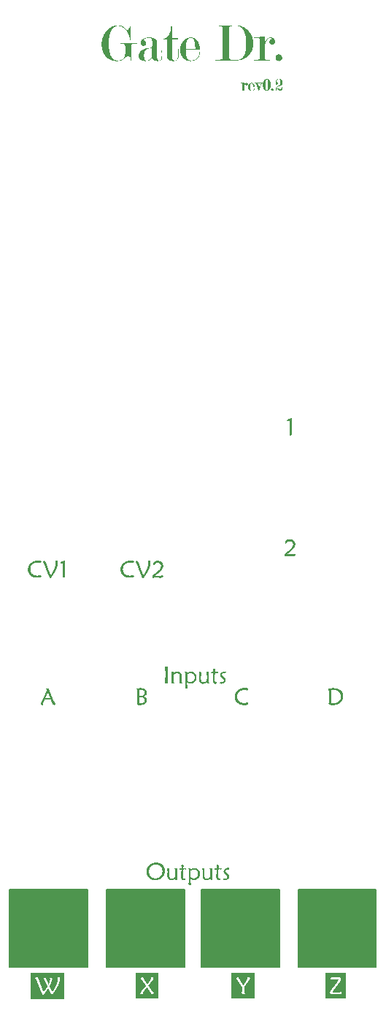
<source format=gbr>
%TF.GenerationSoftware,KiCad,Pcbnew,7.0.2*%
%TF.CreationDate,2025-01-10T16:22:39-06:00*%
%TF.ProjectId,gateDr_panel,67617465-4472-45f7-9061-6e656c2e6b69,rev?*%
%TF.SameCoordinates,Original*%
%TF.FileFunction,Legend,Top*%
%TF.FilePolarity,Positive*%
%FSLAX46Y46*%
G04 Gerber Fmt 4.6, Leading zero omitted, Abs format (unit mm)*
G04 Created by KiCad (PCBNEW 7.0.2) date 2025-01-10 16:22:39*
%MOMM*%
%LPD*%
G01*
G04 APERTURE LIST*
%ADD10C,0.150000*%
%ADD11C,0.300000*%
G04 APERTURE END LIST*
D10*
X54000000Y-155750000D02*
X63000000Y-155750000D01*
X63000000Y-164750000D01*
X54000000Y-164750000D01*
X54000000Y-155750000D01*
G36*
X54000000Y-155750000D02*
G01*
X63000000Y-155750000D01*
X63000000Y-164750000D01*
X54000000Y-164750000D01*
X54000000Y-155750000D01*
G37*
X65250000Y-155750000D02*
X74250000Y-155750000D01*
X74250000Y-164750000D01*
X65250000Y-164750000D01*
X65250000Y-155750000D01*
G36*
X65250000Y-155750000D02*
G01*
X74250000Y-155750000D01*
X74250000Y-164750000D01*
X65250000Y-164750000D01*
X65250000Y-155750000D01*
G37*
X76250000Y-155750000D02*
X85250000Y-155750000D01*
X85250000Y-164750000D01*
X76250000Y-164750000D01*
X76250000Y-155750000D01*
G36*
X76250000Y-155750000D02*
G01*
X85250000Y-155750000D01*
X85250000Y-164750000D01*
X76250000Y-164750000D01*
X76250000Y-155750000D01*
G37*
X87500000Y-155750000D02*
X96500000Y-155750000D01*
X96500000Y-164750000D01*
X87500000Y-164750000D01*
X87500000Y-155750000D01*
G36*
X87500000Y-155750000D02*
G01*
X96500000Y-155750000D01*
X96500000Y-164750000D01*
X87500000Y-164750000D01*
X87500000Y-155750000D01*
G37*
G36*
X82368320Y-168420714D02*
G01*
X79736355Y-168420714D01*
X79736355Y-166167571D01*
X80247069Y-166167571D01*
X80263795Y-166170841D01*
X80282102Y-166178087D01*
X80301989Y-166189308D01*
X80323456Y-166204505D01*
X80338644Y-166216845D01*
X80354535Y-166230952D01*
X80371129Y-166246826D01*
X80388424Y-166264467D01*
X80406422Y-166283875D01*
X80425122Y-166305049D01*
X80444524Y-166327991D01*
X80464628Y-166352699D01*
X80485434Y-166379175D01*
X80506943Y-166407418D01*
X80517959Y-166422168D01*
X80540505Y-166452977D01*
X80552036Y-166469035D01*
X80563739Y-166485530D01*
X80575613Y-166502460D01*
X80587660Y-166519827D01*
X80599877Y-166537629D01*
X80612267Y-166555868D01*
X80624828Y-166574543D01*
X80637561Y-166593653D01*
X80650466Y-166613200D01*
X80663543Y-166633182D01*
X80676791Y-166653601D01*
X80690211Y-166674456D01*
X80703803Y-166695746D01*
X80717566Y-166717473D01*
X80731501Y-166739635D01*
X80745608Y-166762234D01*
X80759887Y-166785269D01*
X80774337Y-166808740D01*
X80788960Y-166832646D01*
X80803753Y-166856989D01*
X80818719Y-166881768D01*
X80833856Y-166906982D01*
X80849165Y-166932633D01*
X80864646Y-166958720D01*
X80880299Y-166985243D01*
X80896123Y-167012201D01*
X80912119Y-167039596D01*
X80928287Y-167067427D01*
X80944626Y-167095694D01*
X80943935Y-167120778D01*
X80943206Y-167145962D01*
X80942439Y-167171245D01*
X80941634Y-167196627D01*
X80940791Y-167222109D01*
X80939909Y-167247689D01*
X80938989Y-167273369D01*
X80938032Y-167299148D01*
X80937036Y-167325026D01*
X80936001Y-167351004D01*
X80934929Y-167377081D01*
X80933818Y-167403257D01*
X80932670Y-167429532D01*
X80931483Y-167455906D01*
X80930258Y-167482380D01*
X80928995Y-167508953D01*
X80927752Y-167534818D01*
X80926590Y-167559168D01*
X80925508Y-167582002D01*
X80924507Y-167603322D01*
X80923585Y-167623127D01*
X80922353Y-167649993D01*
X80921301Y-167673450D01*
X80920179Y-167699424D01*
X80919378Y-167719337D01*
X80918736Y-167740983D01*
X80918763Y-167746850D01*
X80919404Y-167769191D01*
X80920900Y-167789730D01*
X80923972Y-167812871D01*
X80928380Y-167833198D01*
X80935433Y-167853874D01*
X80946092Y-167872875D01*
X80947843Y-167875159D01*
X80962425Y-167889117D01*
X80981075Y-167899522D01*
X81000298Y-167905613D01*
X81022509Y-167909093D01*
X81043300Y-167910000D01*
X81049790Y-167909937D01*
X81069465Y-167908992D01*
X81089449Y-167906914D01*
X81109742Y-167903703D01*
X81130344Y-167899358D01*
X81151256Y-167893879D01*
X81154776Y-167892825D01*
X81176277Y-167885795D01*
X81194693Y-167879019D01*
X81213562Y-167871408D01*
X81232884Y-167862962D01*
X81252660Y-167853681D01*
X81272889Y-167843565D01*
X81265384Y-167828532D01*
X81255965Y-167806737D01*
X81247218Y-167782942D01*
X81241099Y-167763784D01*
X81235357Y-167743501D01*
X81229993Y-167722093D01*
X81225007Y-167699560D01*
X81220399Y-167675902D01*
X81216169Y-167651120D01*
X81212316Y-167625212D01*
X81211144Y-167616297D01*
X81207851Y-167588446D01*
X81205842Y-167568958D01*
X81203982Y-167548734D01*
X81202270Y-167527773D01*
X81200707Y-167506075D01*
X81199293Y-167483641D01*
X81198028Y-167460471D01*
X81196912Y-167436563D01*
X81195944Y-167411920D01*
X81195126Y-167386539D01*
X81194456Y-167360423D01*
X81193935Y-167333569D01*
X81193563Y-167305979D01*
X81193340Y-167277653D01*
X81193265Y-167248590D01*
X81193288Y-167240965D01*
X81193507Y-167219846D01*
X81193838Y-167199627D01*
X81194233Y-167179654D01*
X81194731Y-167157243D01*
X81194908Y-167149486D01*
X81195372Y-167127659D01*
X81195783Y-167104929D01*
X81196080Y-167082558D01*
X81196196Y-167061988D01*
X81212194Y-167038558D01*
X81228803Y-167014308D01*
X81246022Y-166989236D01*
X81263852Y-166963345D01*
X81282292Y-166936633D01*
X81301343Y-166909100D01*
X81321004Y-166880747D01*
X81341277Y-166851573D01*
X81362159Y-166821579D01*
X81383653Y-166790764D01*
X81405757Y-166759129D01*
X81417038Y-166743004D01*
X81428471Y-166726673D01*
X81440058Y-166710138D01*
X81451796Y-166693397D01*
X81463688Y-166676451D01*
X81475732Y-166659301D01*
X81487929Y-166641945D01*
X81500279Y-166624383D01*
X81512781Y-166606617D01*
X81525436Y-166588646D01*
X81545872Y-166559515D01*
X81565659Y-166531170D01*
X81584798Y-166503611D01*
X81603288Y-166476836D01*
X81621129Y-166450846D01*
X81638322Y-166425642D01*
X81654865Y-166401223D01*
X81670760Y-166377589D01*
X81686006Y-166354741D01*
X81700604Y-166332677D01*
X81714552Y-166311399D01*
X81727852Y-166290906D01*
X81740503Y-166271198D01*
X81752505Y-166252276D01*
X81763859Y-166234138D01*
X81784619Y-166200219D01*
X81802785Y-166169441D01*
X81818355Y-166141803D01*
X81831331Y-166117306D01*
X81841711Y-166095950D01*
X81852416Y-166069805D01*
X81857606Y-166045938D01*
X81856576Y-166028959D01*
X81851996Y-166008779D01*
X81842465Y-165989433D01*
X81828297Y-165973642D01*
X81824540Y-165970625D01*
X81807641Y-165960505D01*
X81787751Y-165953498D01*
X81767892Y-165949922D01*
X81745743Y-165948729D01*
X81729838Y-165948987D01*
X81708496Y-165950073D01*
X81688681Y-165951752D01*
X81668073Y-165954103D01*
X81662864Y-165954801D01*
X81641646Y-165958129D01*
X81619816Y-165962312D01*
X81600215Y-165966673D01*
X81580146Y-165971688D01*
X81586008Y-165990251D01*
X81586580Y-165992731D01*
X81588450Y-166012233D01*
X81588017Y-166023348D01*
X81584552Y-166048153D01*
X81579679Y-166069012D01*
X81572857Y-166091802D01*
X81564086Y-166116525D01*
X81553365Y-166143179D01*
X81545135Y-166162022D01*
X81536039Y-166181724D01*
X81526077Y-166202284D01*
X81515248Y-166223703D01*
X81503553Y-166245981D01*
X81490992Y-166269117D01*
X81477564Y-166293112D01*
X81470471Y-166305520D01*
X81455309Y-166331513D01*
X81438845Y-166359074D01*
X81421081Y-166388204D01*
X81402014Y-166418902D01*
X81381647Y-166451169D01*
X81370975Y-166467891D01*
X81359978Y-166485004D01*
X81348655Y-166502510D01*
X81337008Y-166520408D01*
X81325034Y-166538698D01*
X81312736Y-166557380D01*
X81300112Y-166576455D01*
X81287163Y-166595921D01*
X81273888Y-166615780D01*
X81260289Y-166636030D01*
X81246363Y-166656673D01*
X81232113Y-166677708D01*
X81217537Y-166699135D01*
X81202636Y-166720954D01*
X81187409Y-166743166D01*
X81171857Y-166765769D01*
X81155980Y-166788765D01*
X81139778Y-166812152D01*
X81123250Y-166835932D01*
X81106396Y-166860104D01*
X81089218Y-166884668D01*
X81075207Y-166863160D01*
X81061203Y-166841561D01*
X81047203Y-166819872D01*
X81033210Y-166798092D01*
X81019222Y-166776221D01*
X81005240Y-166754260D01*
X80991264Y-166732208D01*
X80977294Y-166710065D01*
X80963329Y-166687832D01*
X80949370Y-166665508D01*
X80935416Y-166643093D01*
X80921469Y-166620588D01*
X80907527Y-166597992D01*
X80893591Y-166575306D01*
X80879660Y-166552529D01*
X80865736Y-166529661D01*
X80851817Y-166506703D01*
X80837903Y-166483654D01*
X80823996Y-166460514D01*
X80810094Y-166437284D01*
X80796198Y-166413963D01*
X80782308Y-166390551D01*
X80768423Y-166367049D01*
X80754544Y-166343456D01*
X80740671Y-166319773D01*
X80726804Y-166295999D01*
X80712942Y-166272134D01*
X80699086Y-166248179D01*
X80685235Y-166224133D01*
X80671391Y-166199996D01*
X80657552Y-166175769D01*
X80643719Y-166151451D01*
X80639919Y-166144851D01*
X80629080Y-166126080D01*
X80615936Y-166103457D01*
X80604289Y-166083582D01*
X80591834Y-166062602D01*
X80579973Y-166043093D01*
X80568492Y-166025422D01*
X80564416Y-166019669D01*
X80552372Y-166003715D01*
X80538668Y-165987576D01*
X80523464Y-165972395D01*
X80506943Y-165959476D01*
X80501479Y-165956072D01*
X80482398Y-165947141D01*
X80461980Y-165941932D01*
X80442463Y-165940425D01*
X80438478Y-165940481D01*
X80418981Y-165942452D01*
X80396530Y-165948531D01*
X80378608Y-165956693D01*
X80361401Y-165967670D01*
X80344910Y-165981461D01*
X80329134Y-165998066D01*
X80320029Y-166009268D01*
X80308344Y-166025712D01*
X80297177Y-166043882D01*
X80286530Y-166063776D01*
X80276402Y-166085395D01*
X80266792Y-166108740D01*
X80259926Y-166127380D01*
X80253351Y-166146990D01*
X80247069Y-166167571D01*
X79736355Y-166167571D01*
X79736355Y-165429711D01*
X82368320Y-165429711D01*
X82368320Y-168420714D01*
G37*
G36*
X60316087Y-168451977D02*
G01*
X56430667Y-168451977D01*
X56430667Y-166057173D01*
X56941381Y-166057173D01*
X56949637Y-166063937D01*
X56966955Y-166081046D01*
X56985350Y-166102928D01*
X57004820Y-166129585D01*
X57025367Y-166161016D01*
X57036044Y-166178522D01*
X57046990Y-166197221D01*
X57058206Y-166217114D01*
X57069690Y-166238201D01*
X57081443Y-166260481D01*
X57093465Y-166283954D01*
X57105757Y-166308621D01*
X57118317Y-166334482D01*
X57131146Y-166361536D01*
X57144245Y-166389784D01*
X57157612Y-166419225D01*
X57171249Y-166449860D01*
X57185155Y-166481688D01*
X57199329Y-166514710D01*
X57213773Y-166548926D01*
X57228486Y-166584335D01*
X57243468Y-166620937D01*
X57258719Y-166658733D01*
X57274238Y-166697723D01*
X57290027Y-166737906D01*
X57306085Y-166779283D01*
X57322412Y-166821853D01*
X57339009Y-166865617D01*
X57349304Y-166892621D01*
X57359489Y-166919289D01*
X57369564Y-166945622D01*
X57379530Y-166971618D01*
X57389386Y-166997279D01*
X57399132Y-167022604D01*
X57408769Y-167047593D01*
X57418296Y-167072247D01*
X57427713Y-167096564D01*
X57437021Y-167120546D01*
X57446218Y-167144191D01*
X57455306Y-167167501D01*
X57464285Y-167190475D01*
X57473153Y-167213114D01*
X57481912Y-167235416D01*
X57490561Y-167257383D01*
X57499101Y-167279013D01*
X57507530Y-167300308D01*
X57515850Y-167321267D01*
X57524061Y-167341891D01*
X57532161Y-167362178D01*
X57540152Y-167382130D01*
X57548033Y-167401745D01*
X57555805Y-167421025D01*
X57563466Y-167439969D01*
X57571018Y-167458578D01*
X57585793Y-167494787D01*
X57600129Y-167529652D01*
X57614026Y-167563175D01*
X57623023Y-167585389D01*
X57631940Y-167606970D01*
X57640776Y-167627918D01*
X57649533Y-167648232D01*
X57658209Y-167667913D01*
X57666805Y-167686960D01*
X57675321Y-167705374D01*
X57687945Y-167731806D01*
X57700389Y-167756813D01*
X57712652Y-167780395D01*
X57724735Y-167802552D01*
X57736637Y-167823283D01*
X57748360Y-167842588D01*
X57756080Y-167854537D01*
X57767303Y-167871015D01*
X57781599Y-167890287D01*
X57795131Y-167906476D01*
X57810974Y-167922376D01*
X57828410Y-167935095D01*
X57848988Y-167941263D01*
X57870113Y-167936421D01*
X57890397Y-167925575D01*
X57907583Y-167913373D01*
X57926461Y-167897685D01*
X57947030Y-167878511D01*
X57961683Y-167863792D01*
X57977087Y-167847523D01*
X57993244Y-167829705D01*
X58010152Y-167810337D01*
X58027812Y-167789420D01*
X58046223Y-167766953D01*
X58065387Y-167742937D01*
X58085277Y-167717471D01*
X58105748Y-167690654D01*
X58126799Y-167662486D01*
X58148429Y-167632967D01*
X58170640Y-167602097D01*
X58181963Y-167586155D01*
X58193431Y-167569876D01*
X58205044Y-167553259D01*
X58216802Y-167536304D01*
X58228705Y-167519012D01*
X58240753Y-167501381D01*
X58252946Y-167483413D01*
X58265284Y-167465107D01*
X58277767Y-167446464D01*
X58290396Y-167427482D01*
X58303169Y-167408163D01*
X58316087Y-167388507D01*
X58329150Y-167368512D01*
X58342358Y-167348180D01*
X58355711Y-167327510D01*
X58369210Y-167306502D01*
X58382853Y-167285157D01*
X58396641Y-167263473D01*
X58410574Y-167241452D01*
X58424653Y-167219094D01*
X58438876Y-167196397D01*
X58453244Y-167173363D01*
X58455279Y-167177236D01*
X58463991Y-167194856D01*
X58486216Y-167240778D01*
X58507890Y-167285242D01*
X58529012Y-167328247D01*
X58549583Y-167369795D01*
X58569602Y-167409886D01*
X58589070Y-167448518D01*
X58607987Y-167485692D01*
X58626352Y-167521409D01*
X58644165Y-167555668D01*
X58661427Y-167588469D01*
X58678138Y-167619812D01*
X58694297Y-167649698D01*
X58709905Y-167678125D01*
X58724961Y-167705095D01*
X58739466Y-167730607D01*
X58753419Y-167754661D01*
X58766821Y-167777257D01*
X58779671Y-167798396D01*
X58791970Y-167818076D01*
X58803718Y-167836299D01*
X58825558Y-167868371D01*
X58845193Y-167894612D01*
X58862622Y-167915022D01*
X58877845Y-167929600D01*
X58901674Y-167941263D01*
X58917335Y-167935741D01*
X58938671Y-167919178D01*
X58956049Y-167902001D01*
X58975949Y-167879916D01*
X58998372Y-167852923D01*
X59010529Y-167837586D01*
X59023317Y-167821023D01*
X59036735Y-167803232D01*
X59050785Y-167784214D01*
X59065464Y-167763970D01*
X59080775Y-167742499D01*
X59096716Y-167719800D01*
X59113288Y-167695875D01*
X59130490Y-167670723D01*
X59148323Y-167644343D01*
X59166787Y-167616737D01*
X59185881Y-167587904D01*
X59205606Y-167557844D01*
X59225962Y-167526557D01*
X59246948Y-167494043D01*
X59268565Y-167460303D01*
X59290813Y-167425335D01*
X59313691Y-167389140D01*
X59337200Y-167351719D01*
X59361339Y-167313070D01*
X59369155Y-167299392D01*
X59382129Y-167278595D01*
X59394915Y-167257844D01*
X59407515Y-167237142D01*
X59419927Y-167216487D01*
X59432153Y-167195880D01*
X59444191Y-167175321D01*
X59456043Y-167154809D01*
X59467707Y-167134345D01*
X59479185Y-167113929D01*
X59490475Y-167093561D01*
X59501579Y-167073240D01*
X59512495Y-167052967D01*
X59523225Y-167032741D01*
X59533767Y-167012564D01*
X59544123Y-166992434D01*
X59554291Y-166972351D01*
X59564273Y-166952317D01*
X59574067Y-166932330D01*
X59583675Y-166912391D01*
X59593095Y-166892499D01*
X59602329Y-166872655D01*
X59611375Y-166852859D01*
X59620235Y-166833111D01*
X59628907Y-166813410D01*
X59637393Y-166793757D01*
X59645691Y-166774152D01*
X59653803Y-166754594D01*
X59661728Y-166735085D01*
X59669465Y-166715622D01*
X59677016Y-166696208D01*
X59684379Y-166676841D01*
X59691556Y-166657522D01*
X59698558Y-166638277D01*
X59705338Y-166619191D01*
X59711896Y-166600266D01*
X59718232Y-166581502D01*
X59730236Y-166544453D01*
X59741351Y-166508046D01*
X59751576Y-166472279D01*
X59760913Y-166437154D01*
X59769360Y-166402670D01*
X59776919Y-166368827D01*
X59783588Y-166335625D01*
X59789367Y-166303065D01*
X59794258Y-166271145D01*
X59798259Y-166239867D01*
X59801371Y-166209230D01*
X59803594Y-166179234D01*
X59804928Y-166149879D01*
X59805373Y-166121165D01*
X59805241Y-166109348D01*
X59804188Y-166086984D01*
X59802081Y-166066315D01*
X59797967Y-166042862D01*
X59792207Y-166022056D01*
X59783122Y-166000583D01*
X59771667Y-165982923D01*
X59762707Y-165972963D01*
X59746804Y-165960512D01*
X59727948Y-165951050D01*
X59706138Y-165944575D01*
X59685706Y-165941463D01*
X59663224Y-165940425D01*
X59650212Y-165940820D01*
X59629986Y-165942894D01*
X59608910Y-165946745D01*
X59589462Y-165951660D01*
X59584499Y-165953040D01*
X59564303Y-165959283D01*
X59543558Y-165966687D01*
X59524955Y-165974117D01*
X59505931Y-165982435D01*
X59507977Y-165988732D01*
X59513747Y-166007714D01*
X59518968Y-166026834D01*
X59523639Y-166046091D01*
X59527760Y-166065485D01*
X59531332Y-166085017D01*
X59532397Y-166091566D01*
X59535179Y-166111395D01*
X59537343Y-166131499D01*
X59538889Y-166151878D01*
X59539816Y-166172532D01*
X59540125Y-166193461D01*
X59539738Y-166224178D01*
X59538576Y-166255147D01*
X59536639Y-166286368D01*
X59533927Y-166317841D01*
X59530441Y-166349566D01*
X59526180Y-166381543D01*
X59521145Y-166413772D01*
X59515334Y-166446252D01*
X59508749Y-166478984D01*
X59501390Y-166511969D01*
X59493255Y-166545205D01*
X59484346Y-166578693D01*
X59474662Y-166612433D01*
X59464204Y-166646424D01*
X59452970Y-166680668D01*
X59440963Y-166715163D01*
X59434649Y-166732523D01*
X59421331Y-166767717D01*
X59407088Y-166803544D01*
X59399621Y-166821695D01*
X59391922Y-166840005D01*
X59383993Y-166858473D01*
X59375833Y-166877099D01*
X59367442Y-166895884D01*
X59358820Y-166914827D01*
X59349967Y-166933929D01*
X59340883Y-166953189D01*
X59331568Y-166972607D01*
X59322023Y-166992184D01*
X59312247Y-167011919D01*
X59302239Y-167031812D01*
X59292001Y-167051864D01*
X59281532Y-167072074D01*
X59270832Y-167092442D01*
X59259901Y-167112969D01*
X59248740Y-167133655D01*
X59237347Y-167154498D01*
X59225724Y-167175500D01*
X59213869Y-167196661D01*
X59201784Y-167217979D01*
X59189468Y-167239457D01*
X59176921Y-167261092D01*
X59164143Y-167282886D01*
X59151134Y-167304838D01*
X59137894Y-167326949D01*
X59124424Y-167349218D01*
X59121005Y-167354989D01*
X59110754Y-167371948D01*
X59097099Y-167393731D01*
X59083460Y-167414568D01*
X59069836Y-167434459D01*
X59056227Y-167453403D01*
X59042633Y-167471400D01*
X59029055Y-167488452D01*
X59015491Y-167504556D01*
X59008910Y-167512128D01*
X58993643Y-167528920D01*
X58977557Y-167545040D01*
X58961873Y-167558290D01*
X58942707Y-167567083D01*
X58931482Y-167563505D01*
X58914172Y-167549766D01*
X58900303Y-167534883D01*
X58884573Y-167515419D01*
X58871552Y-167497817D01*
X58857484Y-167477638D01*
X58842369Y-167454883D01*
X58831710Y-167438283D01*
X58820586Y-167420537D01*
X58809017Y-167401616D01*
X58797024Y-167381611D01*
X58784608Y-167360522D01*
X58771768Y-167338349D01*
X58758504Y-167315093D01*
X58744817Y-167290752D01*
X58730706Y-167265328D01*
X58716172Y-167238820D01*
X58701214Y-167211228D01*
X58685832Y-167182553D01*
X58670027Y-167152793D01*
X58653798Y-167121950D01*
X58637146Y-167090023D01*
X58620070Y-167057012D01*
X58602570Y-167022917D01*
X58593662Y-167005463D01*
X58584647Y-166987739D01*
X58594977Y-166967870D01*
X58605144Y-166948198D01*
X58615150Y-166928722D01*
X58624993Y-166909443D01*
X58634674Y-166890361D01*
X58644193Y-166871475D01*
X58653549Y-166852786D01*
X58662744Y-166834293D01*
X58671776Y-166815997D01*
X58680646Y-166797897D01*
X58689354Y-166779994D01*
X58697899Y-166762287D01*
X58714504Y-166727463D01*
X58730460Y-166693426D01*
X58745767Y-166660175D01*
X58760426Y-166627709D01*
X58774435Y-166596030D01*
X58787796Y-166565137D01*
X58800508Y-166535031D01*
X58812571Y-166505710D01*
X58823986Y-166477176D01*
X58834752Y-166449427D01*
X58844867Y-166422421D01*
X58854329Y-166396236D01*
X58863139Y-166370871D01*
X58871297Y-166346326D01*
X58878801Y-166322602D01*
X58885654Y-166299699D01*
X58891853Y-166277616D01*
X58897400Y-166256353D01*
X58902294Y-166235911D01*
X58906536Y-166216290D01*
X58911675Y-166188396D01*
X58915346Y-166162348D01*
X58917549Y-166138147D01*
X58918283Y-166115792D01*
X58918168Y-166106432D01*
X58916880Y-166084486D01*
X58914161Y-166064615D01*
X58909009Y-166043509D01*
X58900394Y-166022662D01*
X58888974Y-166005882D01*
X58876746Y-165994262D01*
X58859355Y-165983743D01*
X58838599Y-165976497D01*
X58818128Y-165972890D01*
X58795184Y-165971688D01*
X58786926Y-165971810D01*
X58765612Y-165973184D01*
X58745614Y-165975726D01*
X58724842Y-165979504D01*
X58722485Y-165979971D01*
X58703183Y-165984321D01*
X58683086Y-165989771D01*
X58662196Y-165996320D01*
X58643265Y-166002951D01*
X58646234Y-166013843D01*
X58651026Y-166033014D01*
X58655304Y-166052325D01*
X58659067Y-166071776D01*
X58662316Y-166091367D01*
X58662737Y-166094172D01*
X58665308Y-166113593D01*
X58667445Y-166135331D01*
X58668728Y-166156580D01*
X58669155Y-166177341D01*
X58668983Y-166190759D01*
X58668082Y-166211516D01*
X58666407Y-166233028D01*
X58663960Y-166255296D01*
X58660740Y-166278320D01*
X58656747Y-166302099D01*
X58651982Y-166326634D01*
X58646443Y-166351925D01*
X58640132Y-166377971D01*
X58633048Y-166404773D01*
X58625191Y-166432330D01*
X58619580Y-166451131D01*
X58613613Y-166470287D01*
X58607291Y-166489798D01*
X58600614Y-166509664D01*
X58593583Y-166529884D01*
X58586197Y-166550460D01*
X58578455Y-166571390D01*
X58570359Y-166592676D01*
X58561908Y-166614316D01*
X58553102Y-166636311D01*
X58543941Y-166658661D01*
X58534425Y-166681366D01*
X58524554Y-166704426D01*
X58514328Y-166727841D01*
X58503747Y-166751611D01*
X58492812Y-166775736D01*
X58492473Y-166774959D01*
X58485398Y-166756412D01*
X58479134Y-166737634D01*
X58462160Y-166690510D01*
X58445432Y-166644883D01*
X58428951Y-166600751D01*
X58412715Y-166558115D01*
X58396726Y-166516976D01*
X58380983Y-166477332D01*
X58365486Y-166439184D01*
X58350235Y-166402533D01*
X58335230Y-166367377D01*
X58320472Y-166333717D01*
X58305959Y-166301553D01*
X58291693Y-166270886D01*
X58277673Y-166241714D01*
X58263899Y-166214038D01*
X58250371Y-166187858D01*
X58237090Y-166163175D01*
X58224054Y-166139987D01*
X58211265Y-166118295D01*
X58198721Y-166098099D01*
X58186424Y-166079399D01*
X58174373Y-166062196D01*
X58151010Y-166032276D01*
X58128631Y-166008340D01*
X58107237Y-165990388D01*
X58086828Y-165978420D01*
X58058060Y-165971688D01*
X58050961Y-165971797D01*
X58030216Y-165973428D01*
X58010295Y-165977018D01*
X57991198Y-165982565D01*
X57972926Y-165990069D01*
X57955478Y-165999532D01*
X57941565Y-166009044D01*
X57925216Y-166022600D01*
X57909245Y-166038491D01*
X57896224Y-166053517D01*
X57883465Y-166070166D01*
X57870969Y-166088436D01*
X57889574Y-166102593D01*
X57908384Y-166119051D01*
X57927401Y-166137810D01*
X57946624Y-166158870D01*
X57959553Y-166174188D01*
X57972575Y-166190530D01*
X57985687Y-166207894D01*
X57998892Y-166226281D01*
X58012188Y-166245691D01*
X58025575Y-166266123D01*
X58039054Y-166287578D01*
X58052625Y-166310056D01*
X58066287Y-166333557D01*
X58080041Y-166358080D01*
X58094131Y-166383911D01*
X58108679Y-166411455D01*
X58123685Y-166440713D01*
X58139148Y-166471684D01*
X58155070Y-166504369D01*
X58171449Y-166538767D01*
X58179811Y-166556608D01*
X58188287Y-166574878D01*
X58196877Y-166593577D01*
X58205582Y-166612704D01*
X58214402Y-166632259D01*
X58223336Y-166652242D01*
X58232384Y-166672654D01*
X58241547Y-166693495D01*
X58250824Y-166714763D01*
X58260216Y-166736460D01*
X58269723Y-166758586D01*
X58279344Y-166781140D01*
X58289079Y-166804122D01*
X58298929Y-166827532D01*
X58308893Y-166851371D01*
X58318972Y-166875639D01*
X58329165Y-166900334D01*
X58339473Y-166925458D01*
X58349895Y-166951011D01*
X58360432Y-166976992D01*
X58350400Y-166994727D01*
X58340454Y-167012212D01*
X58330594Y-167029448D01*
X58320819Y-167046433D01*
X58301528Y-167079654D01*
X58282580Y-167111875D01*
X58263975Y-167143096D01*
X58245714Y-167173317D01*
X58227797Y-167202539D01*
X58210223Y-167230760D01*
X58192992Y-167257982D01*
X58176105Y-167284204D01*
X58159561Y-167309425D01*
X58143361Y-167333647D01*
X58127505Y-167356870D01*
X58111991Y-167379092D01*
X58096822Y-167400314D01*
X58081995Y-167420537D01*
X58067677Y-167439643D01*
X58053907Y-167457517D01*
X58040688Y-167474158D01*
X58028018Y-167489566D01*
X58010043Y-167510367D01*
X57993305Y-167528395D01*
X57977803Y-167543649D01*
X57959057Y-167559674D01*
X57938716Y-167572771D01*
X57918841Y-167578318D01*
X57909880Y-167575066D01*
X57893062Y-167557996D01*
X57879598Y-167538487D01*
X57864333Y-167512475D01*
X57847266Y-167479960D01*
X57838058Y-167461264D01*
X57828399Y-167440943D01*
X57818289Y-167418995D01*
X57807730Y-167395422D01*
X57796720Y-167370223D01*
X57785259Y-167343398D01*
X57773349Y-167314948D01*
X57760988Y-167284871D01*
X57748176Y-167253169D01*
X57734915Y-167219842D01*
X57721203Y-167184888D01*
X57707041Y-167148309D01*
X57692428Y-167110104D01*
X57677365Y-167070274D01*
X57661852Y-167028817D01*
X57645888Y-166985735D01*
X57629474Y-166941027D01*
X57612610Y-166894693D01*
X57595296Y-166846734D01*
X57577531Y-166797149D01*
X57559316Y-166745938D01*
X57547325Y-166712555D01*
X57535655Y-166680061D01*
X57524305Y-166648457D01*
X57513276Y-166617741D01*
X57502567Y-166587915D01*
X57492179Y-166558978D01*
X57482112Y-166530930D01*
X57472365Y-166503771D01*
X57462939Y-166477502D01*
X57453833Y-166452122D01*
X57445048Y-166427631D01*
X57436584Y-166404029D01*
X57428440Y-166381316D01*
X57420616Y-166359492D01*
X57413113Y-166338558D01*
X57405931Y-166318513D01*
X57400409Y-166303213D01*
X57389575Y-166273682D01*
X57379019Y-166245579D01*
X57368742Y-166218903D01*
X57358743Y-166193654D01*
X57349023Y-166169833D01*
X57339581Y-166147439D01*
X57330419Y-166126472D01*
X57321534Y-166106933D01*
X57312928Y-166088821D01*
X57300542Y-166064329D01*
X57288783Y-166043048D01*
X57277650Y-166024979D01*
X57263782Y-166005882D01*
X57253571Y-165994184D01*
X57239248Y-165980377D01*
X57220207Y-165965994D01*
X57199902Y-165954808D01*
X57178333Y-165946817D01*
X57155500Y-165942023D01*
X57131402Y-165940425D01*
X57116478Y-165941141D01*
X57095705Y-165944547D01*
X57075071Y-165950758D01*
X57054578Y-165959774D01*
X57037124Y-165969734D01*
X57019619Y-165981590D01*
X57001908Y-165995540D01*
X56986991Y-166008766D01*
X56971931Y-166023447D01*
X56956727Y-166039583D01*
X56941381Y-166057173D01*
X56430667Y-166057173D01*
X56430667Y-165429711D01*
X60316087Y-165429711D01*
X60316087Y-168451977D01*
G37*
G36*
X57587090Y-117974724D02*
G01*
X57568107Y-117966687D01*
X57548774Y-117959184D01*
X57529089Y-117952215D01*
X57509054Y-117945781D01*
X57488667Y-117939881D01*
X57467930Y-117934515D01*
X57446841Y-117929684D01*
X57425401Y-117925387D01*
X57403694Y-117921609D01*
X57381559Y-117918334D01*
X57358997Y-117915564D01*
X57336008Y-117913297D01*
X57312591Y-117911534D01*
X57288747Y-117910274D01*
X57264475Y-117909519D01*
X57239776Y-117909267D01*
X57215590Y-117909468D01*
X57191697Y-117910072D01*
X57168096Y-117911079D01*
X57144789Y-117912488D01*
X57121774Y-117914300D01*
X57099052Y-117916514D01*
X57076623Y-117919131D01*
X57054487Y-117922151D01*
X57032644Y-117925573D01*
X57011094Y-117929398D01*
X56989837Y-117933625D01*
X56968873Y-117938255D01*
X56948201Y-117943288D01*
X56927823Y-117948723D01*
X56907737Y-117954561D01*
X56887944Y-117960802D01*
X56868445Y-117967445D01*
X56849238Y-117974491D01*
X56830324Y-117981940D01*
X56811702Y-117989791D01*
X56793374Y-117998044D01*
X56775339Y-118006701D01*
X56757596Y-118015760D01*
X56740147Y-118025221D01*
X56722990Y-118035085D01*
X56706127Y-118045352D01*
X56689556Y-118056021D01*
X56673278Y-118067093D01*
X56657293Y-118078568D01*
X56641601Y-118090445D01*
X56626201Y-118102725D01*
X56611095Y-118115408D01*
X56596369Y-118128417D01*
X56568319Y-118155184D01*
X56542139Y-118182951D01*
X56517830Y-118211719D01*
X56495390Y-118241486D01*
X56474820Y-118272253D01*
X56456120Y-118304020D01*
X56439290Y-118336786D01*
X56424330Y-118370553D01*
X56411241Y-118405319D01*
X56400021Y-118441086D01*
X56390671Y-118477852D01*
X56383191Y-118515618D01*
X56377581Y-118554384D01*
X56375477Y-118574142D01*
X56373841Y-118594149D01*
X56372672Y-118614407D01*
X56371971Y-118634915D01*
X56371737Y-118655673D01*
X56371958Y-118676196D01*
X56372619Y-118696488D01*
X56373721Y-118716549D01*
X56375263Y-118736380D01*
X56377247Y-118755979D01*
X56382536Y-118794486D01*
X56389589Y-118832069D01*
X56398404Y-118868728D01*
X56408983Y-118904464D01*
X56421325Y-118939276D01*
X56435430Y-118973165D01*
X56451298Y-119006130D01*
X56468930Y-119038172D01*
X56488324Y-119069290D01*
X56509481Y-119099484D01*
X56532402Y-119128755D01*
X56557086Y-119157103D01*
X56583533Y-119184526D01*
X56597418Y-119197892D01*
X56626124Y-119223564D01*
X56655822Y-119247580D01*
X56686513Y-119269940D01*
X56718196Y-119290643D01*
X56750871Y-119309690D01*
X56784538Y-119327081D01*
X56819198Y-119342816D01*
X56854849Y-119356894D01*
X56891494Y-119369316D01*
X56929130Y-119380082D01*
X56948320Y-119384844D01*
X56967758Y-119389191D01*
X56987445Y-119393125D01*
X57007379Y-119396645D01*
X57027562Y-119399750D01*
X57047992Y-119402442D01*
X57068671Y-119404719D01*
X57089597Y-119406582D01*
X57110772Y-119408032D01*
X57132195Y-119409067D01*
X57153866Y-119409688D01*
X57175785Y-119409895D01*
X57196207Y-119409693D01*
X57216440Y-119409088D01*
X57236484Y-119408079D01*
X57256339Y-119406666D01*
X57276005Y-119404850D01*
X57295483Y-119402631D01*
X57321159Y-119399043D01*
X57346499Y-119394738D01*
X57371503Y-119389716D01*
X57383879Y-119386936D01*
X57408662Y-119380807D01*
X57433430Y-119373900D01*
X57458183Y-119366214D01*
X57476737Y-119359938D01*
X57495283Y-119353225D01*
X57513820Y-119346074D01*
X57532349Y-119338484D01*
X57550869Y-119330457D01*
X57569380Y-119321992D01*
X57581716Y-119316106D01*
X57593990Y-119332282D01*
X57607271Y-119350875D01*
X57618972Y-119368575D01*
X57629093Y-119385382D01*
X57638903Y-119403861D01*
X57641311Y-119408918D01*
X57649433Y-119428549D01*
X57655233Y-119447386D01*
X57658986Y-119467629D01*
X57659874Y-119482679D01*
X57657989Y-119503104D01*
X57652333Y-119522369D01*
X57642907Y-119540473D01*
X57629710Y-119557418D01*
X57612743Y-119573202D01*
X57592005Y-119587826D01*
X57573977Y-119598032D01*
X57553829Y-119607587D01*
X57539218Y-119613593D01*
X57515858Y-119621887D01*
X57490841Y-119629364D01*
X57464166Y-119636026D01*
X57435835Y-119641872D01*
X57416026Y-119645316D01*
X57395481Y-119648398D01*
X57374199Y-119651117D01*
X57352181Y-119653474D01*
X57329427Y-119655468D01*
X57305935Y-119657099D01*
X57281708Y-119658368D01*
X57256743Y-119659274D01*
X57231043Y-119659818D01*
X57204605Y-119660000D01*
X57175865Y-119659757D01*
X57147407Y-119659030D01*
X57119231Y-119657818D01*
X57091338Y-119656122D01*
X57063727Y-119653941D01*
X57036398Y-119651275D01*
X57009352Y-119648125D01*
X56982588Y-119644490D01*
X56956107Y-119640370D01*
X56929908Y-119635766D01*
X56903992Y-119630677D01*
X56878358Y-119625103D01*
X56853006Y-119619045D01*
X56827937Y-119612502D01*
X56803150Y-119605474D01*
X56778646Y-119597962D01*
X56754483Y-119589988D01*
X56730721Y-119581575D01*
X56707359Y-119572723D01*
X56684398Y-119563432D01*
X56661838Y-119553702D01*
X56639679Y-119543534D01*
X56617921Y-119532926D01*
X56596563Y-119521880D01*
X56575605Y-119510395D01*
X56555049Y-119498471D01*
X56534893Y-119486108D01*
X56515138Y-119473306D01*
X56495784Y-119460066D01*
X56476830Y-119446386D01*
X56458277Y-119432268D01*
X56440125Y-119417711D01*
X56418786Y-119399721D01*
X56398123Y-119381410D01*
X56378135Y-119362779D01*
X56358823Y-119343827D01*
X56340186Y-119324555D01*
X56322225Y-119304962D01*
X56304939Y-119285049D01*
X56288328Y-119264815D01*
X56272393Y-119244260D01*
X56257134Y-119223385D01*
X56242550Y-119202189D01*
X56228641Y-119180673D01*
X56215408Y-119158836D01*
X56202851Y-119136679D01*
X56190969Y-119114201D01*
X56179762Y-119091402D01*
X56169233Y-119068230D01*
X56159383Y-119044752D01*
X56150213Y-119020969D01*
X56141721Y-118996880D01*
X56133909Y-118972486D01*
X56126777Y-118947787D01*
X56120323Y-118922783D01*
X56114549Y-118897473D01*
X56109455Y-118871858D01*
X56105039Y-118845938D01*
X56101303Y-118819713D01*
X56098246Y-118793182D01*
X56095869Y-118766345D01*
X56094170Y-118739204D01*
X56093151Y-118711757D01*
X56092812Y-118684005D01*
X56093226Y-118654665D01*
X56094468Y-118625631D01*
X56096538Y-118596902D01*
X56099437Y-118568478D01*
X56103163Y-118540360D01*
X56107718Y-118512547D01*
X56113101Y-118485039D01*
X56119312Y-118457836D01*
X56126351Y-118430939D01*
X56134219Y-118404347D01*
X56142914Y-118378060D01*
X56152438Y-118352079D01*
X56162789Y-118326403D01*
X56173969Y-118301032D01*
X56185977Y-118275967D01*
X56198813Y-118251207D01*
X56212472Y-118226704D01*
X56226947Y-118202534D01*
X56242239Y-118178695D01*
X56258347Y-118155189D01*
X56275273Y-118132014D01*
X56293015Y-118109172D01*
X56311573Y-118086661D01*
X56330949Y-118064483D01*
X56351141Y-118042637D01*
X56372149Y-118021122D01*
X56393975Y-117999940D01*
X56416617Y-117979090D01*
X56440075Y-117958571D01*
X56464351Y-117938385D01*
X56489443Y-117918531D01*
X56515352Y-117899009D01*
X56535052Y-117884863D01*
X56555194Y-117871127D01*
X56575779Y-117857798D01*
X56596807Y-117844878D01*
X56618277Y-117832367D01*
X56640191Y-117820263D01*
X56662546Y-117808568D01*
X56685345Y-117797281D01*
X56708586Y-117786403D01*
X56732270Y-117775933D01*
X56756397Y-117765871D01*
X56780966Y-117756218D01*
X56805978Y-117746973D01*
X56831433Y-117738136D01*
X56857330Y-117729708D01*
X56883670Y-117721688D01*
X56910315Y-117714117D01*
X56937129Y-117707034D01*
X56964110Y-117700439D01*
X56991259Y-117694333D01*
X57018576Y-117688715D01*
X57046061Y-117683586D01*
X57073714Y-117678946D01*
X57101535Y-117674794D01*
X57129523Y-117671130D01*
X57157680Y-117667955D01*
X57186005Y-117665268D01*
X57214497Y-117663070D01*
X57243157Y-117661360D01*
X57271986Y-117660139D01*
X57300982Y-117659406D01*
X57330146Y-117659162D01*
X57352317Y-117659282D01*
X57373644Y-117659643D01*
X57394128Y-117660244D01*
X57413769Y-117661086D01*
X57441648Y-117662799D01*
X57467630Y-117665053D01*
X57491714Y-117667848D01*
X57513901Y-117671183D01*
X57534189Y-117675060D01*
X57558289Y-117681071D01*
X57579016Y-117688043D01*
X57583670Y-117689937D01*
X57604779Y-117700498D01*
X57622310Y-117713254D01*
X57636263Y-117728205D01*
X57646639Y-117745349D01*
X57653437Y-117764688D01*
X57656657Y-117786222D01*
X57656943Y-117795450D01*
X57655273Y-117816487D01*
X57650916Y-117837460D01*
X57644771Y-117857724D01*
X57639846Y-117871165D01*
X57631478Y-117891147D01*
X57622891Y-117909465D01*
X57612999Y-117928883D01*
X57601802Y-117949399D01*
X57591474Y-117967336D01*
X57587090Y-117974724D01*
G37*
G36*
X57816678Y-117798869D02*
G01*
X57830793Y-117782182D01*
X57845052Y-117766927D01*
X57859454Y-117753102D01*
X57876925Y-117738402D01*
X57894602Y-117725762D01*
X57909490Y-117716803D01*
X57927682Y-117707839D01*
X57946355Y-117700729D01*
X57965509Y-117695474D01*
X57985144Y-117692074D01*
X58005260Y-117690528D01*
X58012072Y-117690425D01*
X58037220Y-117694135D01*
X58062470Y-117705263D01*
X58079361Y-117716803D01*
X58096298Y-117731641D01*
X58113280Y-117749776D01*
X58130309Y-117771209D01*
X58147383Y-117795938D01*
X58164503Y-117823965D01*
X58181668Y-117855289D01*
X58198880Y-117889911D01*
X58207503Y-117908458D01*
X58216137Y-117927829D01*
X58224783Y-117948025D01*
X58233440Y-117969045D01*
X58242109Y-117990890D01*
X58250789Y-118013558D01*
X58259481Y-118037052D01*
X58268184Y-118061369D01*
X58276898Y-118086511D01*
X58285624Y-118112477D01*
X58292874Y-118133010D01*
X58300071Y-118153900D01*
X58306782Y-118174118D01*
X58311514Y-118189169D01*
X58312979Y-118190635D01*
X58336413Y-118259697D01*
X58359208Y-118326567D01*
X58381365Y-118391245D01*
X58402884Y-118453730D01*
X58423764Y-118514023D01*
X58444006Y-118572123D01*
X58463610Y-118628031D01*
X58482575Y-118681746D01*
X58500903Y-118733269D01*
X58518592Y-118782599D01*
X58535642Y-118829737D01*
X58552055Y-118874682D01*
X58567829Y-118917435D01*
X58582965Y-118957996D01*
X58597463Y-118996364D01*
X58611322Y-119032540D01*
X58624543Y-119066523D01*
X58637126Y-119098313D01*
X58649070Y-119127912D01*
X58660377Y-119155317D01*
X58671045Y-119180531D01*
X58681074Y-119203552D01*
X58690466Y-119224380D01*
X58699219Y-119243016D01*
X58714810Y-119273710D01*
X58727849Y-119295635D01*
X58742619Y-119312078D01*
X58746266Y-119313175D01*
X58765363Y-119303901D01*
X58780944Y-119289926D01*
X58796904Y-119272925D01*
X58812040Y-119255215D01*
X58818562Y-119247229D01*
X58832072Y-119230056D01*
X58845734Y-119211753D01*
X58859549Y-119192320D01*
X58873517Y-119171758D01*
X58887637Y-119150066D01*
X58898327Y-119133056D01*
X58909104Y-119115410D01*
X58919966Y-119097129D01*
X58930914Y-119078213D01*
X58943864Y-119055262D01*
X58956580Y-119032511D01*
X58969063Y-119009959D01*
X58981312Y-118987607D01*
X58993327Y-118965453D01*
X59005108Y-118943500D01*
X59016656Y-118921745D01*
X59027970Y-118900191D01*
X59039050Y-118878835D01*
X59049896Y-118857679D01*
X59060509Y-118836722D01*
X59070888Y-118815965D01*
X59081033Y-118795407D01*
X59090944Y-118775049D01*
X59100622Y-118754889D01*
X59110066Y-118734930D01*
X59119276Y-118715169D01*
X59128252Y-118695609D01*
X59136995Y-118676247D01*
X59145504Y-118657085D01*
X59153779Y-118638122D01*
X59161820Y-118619359D01*
X59169628Y-118600795D01*
X59177202Y-118582431D01*
X59184542Y-118564266D01*
X59198521Y-118528534D01*
X59211565Y-118493599D01*
X59223674Y-118459462D01*
X59229378Y-118442693D01*
X59240262Y-118409402D01*
X59250444Y-118376328D01*
X59259924Y-118343471D01*
X59268702Y-118310833D01*
X59276777Y-118278411D01*
X59284150Y-118246207D01*
X59290821Y-118214221D01*
X59296789Y-118182452D01*
X59302056Y-118150901D01*
X59306620Y-118119567D01*
X59310482Y-118088451D01*
X59313642Y-118057553D01*
X59316100Y-118026872D01*
X59317855Y-117996408D01*
X59318909Y-117966162D01*
X59319260Y-117936133D01*
X59318968Y-117914839D01*
X59318092Y-117893818D01*
X59316632Y-117873073D01*
X59314589Y-117852602D01*
X59311961Y-117832407D01*
X59310956Y-117825736D01*
X59307716Y-117805958D01*
X59303857Y-117786558D01*
X59299381Y-117767535D01*
X59293377Y-117745820D01*
X59286531Y-117724619D01*
X59305819Y-117717370D01*
X59324358Y-117711008D01*
X59344631Y-117704826D01*
X59363926Y-117699804D01*
X59368597Y-117698729D01*
X59389016Y-117694715D01*
X59408508Y-117692015D01*
X59429077Y-117690555D01*
X59436985Y-117690425D01*
X59457425Y-117691066D01*
X59480700Y-117693671D01*
X59501446Y-117698279D01*
X59523004Y-117706454D01*
X59540922Y-117717513D01*
X59555198Y-117731458D01*
X59566653Y-117748809D01*
X59575738Y-117770453D01*
X59581498Y-117791769D01*
X59585612Y-117816067D01*
X59587719Y-117837652D01*
X59588772Y-117861145D01*
X59588904Y-117873607D01*
X59588366Y-117907074D01*
X59586752Y-117941163D01*
X59584061Y-117975874D01*
X59580294Y-118011208D01*
X59575451Y-118047163D01*
X59569532Y-118083740D01*
X59562537Y-118120939D01*
X59554466Y-118158761D01*
X59550026Y-118177905D01*
X59545318Y-118197204D01*
X59540341Y-118216659D01*
X59535094Y-118236270D01*
X59529579Y-118256036D01*
X59523794Y-118275957D01*
X59517740Y-118296034D01*
X59511418Y-118316267D01*
X59504826Y-118336655D01*
X59497965Y-118357199D01*
X59490836Y-118377898D01*
X59483437Y-118398752D01*
X59475769Y-118419762D01*
X59467832Y-118440928D01*
X59459626Y-118462249D01*
X59451151Y-118483726D01*
X59442411Y-118505416D01*
X59433350Y-118527377D01*
X59423967Y-118549609D01*
X59414263Y-118572111D01*
X59404237Y-118594885D01*
X59393889Y-118617930D01*
X59383220Y-118641245D01*
X59372230Y-118664832D01*
X59360918Y-118688690D01*
X59349284Y-118712818D01*
X59337329Y-118737218D01*
X59325053Y-118761888D01*
X59312455Y-118786829D01*
X59299535Y-118812042D01*
X59286294Y-118837525D01*
X59272732Y-118863279D01*
X59258847Y-118889305D01*
X59244642Y-118915601D01*
X59230114Y-118942168D01*
X59215266Y-118969006D01*
X59200096Y-118996115D01*
X59184604Y-119023495D01*
X59168790Y-119051146D01*
X59152656Y-119079068D01*
X59136199Y-119107261D01*
X59119421Y-119135725D01*
X59102322Y-119164459D01*
X59084901Y-119193465D01*
X59067159Y-119222742D01*
X59049095Y-119252289D01*
X59030709Y-119282108D01*
X59012002Y-119312198D01*
X58994661Y-119340118D01*
X58977930Y-119366847D01*
X58961810Y-119392386D01*
X58946301Y-119416734D01*
X58931402Y-119439891D01*
X58917114Y-119461857D01*
X58903436Y-119482633D01*
X58890369Y-119502219D01*
X58877913Y-119520613D01*
X58866067Y-119537817D01*
X58854832Y-119553830D01*
X58839124Y-119575617D01*
X58824790Y-119594726D01*
X58811830Y-119611155D01*
X58807815Y-119616036D01*
X58792558Y-119633667D01*
X58778048Y-119648948D01*
X58760963Y-119664742D01*
X58745047Y-119676864D01*
X58727490Y-119686561D01*
X58706699Y-119691263D01*
X58685100Y-119686751D01*
X58665546Y-119675703D01*
X58648516Y-119661433D01*
X58634410Y-119646702D01*
X58619878Y-119629025D01*
X58604918Y-119608401D01*
X58597278Y-119596985D01*
X58585622Y-119578379D01*
X58573733Y-119558099D01*
X58561613Y-119536144D01*
X58549261Y-119512515D01*
X58536678Y-119487212D01*
X58528160Y-119469412D01*
X58519539Y-119450869D01*
X58510815Y-119431581D01*
X58501987Y-119411550D01*
X58493057Y-119390774D01*
X58484024Y-119369254D01*
X58474888Y-119346989D01*
X58465649Y-119323981D01*
X58460990Y-119312198D01*
X58446561Y-119276332D01*
X58439195Y-119257878D01*
X58431727Y-119239077D01*
X58424158Y-119219929D01*
X58416489Y-119200434D01*
X58408718Y-119180591D01*
X58400846Y-119160401D01*
X58392872Y-119139863D01*
X58384798Y-119118979D01*
X58376623Y-119097747D01*
X58368346Y-119076168D01*
X58359968Y-119054241D01*
X58351489Y-119031967D01*
X58342910Y-119009346D01*
X58334228Y-118986378D01*
X58325446Y-118963062D01*
X58316563Y-118939399D01*
X58307578Y-118915389D01*
X58298493Y-118891031D01*
X58289306Y-118866327D01*
X58280018Y-118841275D01*
X58270629Y-118815875D01*
X58261139Y-118790129D01*
X58251547Y-118764035D01*
X58241855Y-118737593D01*
X58232061Y-118710805D01*
X58222167Y-118683669D01*
X58212171Y-118656186D01*
X58202074Y-118628356D01*
X58191876Y-118600178D01*
X58181577Y-118571653D01*
X58166491Y-118529788D01*
X58151644Y-118489065D01*
X58137033Y-118449485D01*
X58122661Y-118411048D01*
X58108526Y-118373755D01*
X58094628Y-118337604D01*
X58080968Y-118302596D01*
X58067546Y-118268731D01*
X58054361Y-118236009D01*
X58041414Y-118204430D01*
X58028704Y-118173995D01*
X58016232Y-118144702D01*
X58003997Y-118116552D01*
X57992000Y-118089545D01*
X57980241Y-118063681D01*
X57968719Y-118038960D01*
X57957435Y-118015382D01*
X57946388Y-117992947D01*
X57935579Y-117971655D01*
X57925007Y-117951506D01*
X57914673Y-117932499D01*
X57904577Y-117914636D01*
X57885096Y-117882339D01*
X57866566Y-117854614D01*
X57848987Y-117831460D01*
X57832357Y-117812879D01*
X57816678Y-117798869D01*
G37*
G36*
X60449616Y-119598450D02*
G01*
X60431899Y-119607826D01*
X60411016Y-119618039D01*
X60390545Y-119627118D01*
X60370487Y-119635063D01*
X60350840Y-119641875D01*
X60341172Y-119644856D01*
X60322109Y-119650003D01*
X60300304Y-119654661D01*
X60278966Y-119657870D01*
X60258096Y-119659630D01*
X60243475Y-119660000D01*
X60219985Y-119659153D01*
X60198977Y-119656613D01*
X60177041Y-119651329D01*
X60158677Y-119643607D01*
X60141767Y-119631515D01*
X60136008Y-119625317D01*
X60125159Y-119606567D01*
X60117980Y-119584803D01*
X60113494Y-119562652D01*
X60110883Y-119542303D01*
X60109143Y-119519619D01*
X60108273Y-119494599D01*
X60108164Y-119481214D01*
X60108408Y-119459980D01*
X60108912Y-119437182D01*
X60109691Y-119408494D01*
X60110362Y-119386096D01*
X60111156Y-119361081D01*
X60112072Y-119333447D01*
X60113110Y-119303195D01*
X60114270Y-119270325D01*
X60115553Y-119234838D01*
X60116957Y-119196732D01*
X60117705Y-119176697D01*
X60118483Y-119156008D01*
X60119293Y-119134665D01*
X60120132Y-119112667D01*
X60121002Y-119090014D01*
X60121903Y-119066707D01*
X60122834Y-119042745D01*
X60123796Y-119018129D01*
X60124757Y-118993247D01*
X60125689Y-118968485D01*
X60126589Y-118943845D01*
X60127459Y-118919325D01*
X60128299Y-118894927D01*
X60129108Y-118870651D01*
X60129887Y-118846495D01*
X60130635Y-118822460D01*
X60131352Y-118798547D01*
X60132039Y-118774755D01*
X60132695Y-118751084D01*
X60133321Y-118727534D01*
X60133917Y-118704105D01*
X60134481Y-118680797D01*
X60135016Y-118657611D01*
X60135519Y-118634546D01*
X60135993Y-118611602D01*
X60136435Y-118588779D01*
X60136847Y-118566077D01*
X60137229Y-118543497D01*
X60137580Y-118521037D01*
X60137901Y-118498699D01*
X60138191Y-118476482D01*
X60138450Y-118454386D01*
X60138679Y-118432412D01*
X60138878Y-118410558D01*
X60139046Y-118388826D01*
X60139183Y-118367214D01*
X60139290Y-118345724D01*
X60139366Y-118324356D01*
X60139412Y-118303108D01*
X60139427Y-118281981D01*
X60139381Y-118257038D01*
X60139244Y-118232766D01*
X60139015Y-118209166D01*
X60138695Y-118186238D01*
X60138282Y-118163982D01*
X60137779Y-118142397D01*
X60137183Y-118121483D01*
X60136496Y-118101242D01*
X60135840Y-118081443D01*
X60134891Y-118057338D01*
X60133798Y-118033949D01*
X60132563Y-118011275D01*
X60131184Y-117989317D01*
X60129662Y-117968075D01*
X60128681Y-117955673D01*
X60087648Y-117972281D01*
X60060982Y-117983368D01*
X60036488Y-117993365D01*
X60014167Y-118002270D01*
X59994019Y-118010086D01*
X59970533Y-118018810D01*
X59950910Y-118025595D01*
X59931812Y-118031351D01*
X59915212Y-118034319D01*
X59895415Y-118032268D01*
X59875815Y-118024391D01*
X59862944Y-118013314D01*
X59852932Y-117996171D01*
X59847437Y-117976479D01*
X59845428Y-117955411D01*
X59845359Y-117950300D01*
X59846225Y-117930685D01*
X59848822Y-117909454D01*
X59852686Y-117888750D01*
X59857662Y-117868739D01*
X59863797Y-117847723D01*
X59870224Y-117828199D01*
X59875645Y-117813035D01*
X59898953Y-117807900D01*
X59922717Y-117802388D01*
X59946936Y-117796497D01*
X59971610Y-117790229D01*
X59996738Y-117783583D01*
X60022322Y-117776559D01*
X60048361Y-117769157D01*
X60074856Y-117761378D01*
X60101805Y-117753220D01*
X60129209Y-117744685D01*
X60147732Y-117738785D01*
X60174645Y-117730143D01*
X60199515Y-117722350D01*
X60222341Y-117715408D01*
X60243124Y-117709316D01*
X60267655Y-117702515D01*
X60288553Y-117697226D01*
X60309566Y-117692739D01*
X60329448Y-117690425D01*
X60348990Y-117691804D01*
X60369993Y-117697630D01*
X60387891Y-117709451D01*
X60395882Y-117719246D01*
X60404855Y-117739317D01*
X60409804Y-117760645D01*
X60412632Y-117782907D01*
X60413992Y-117804267D01*
X60414445Y-117828178D01*
X60413634Y-117849931D01*
X60412369Y-117870676D01*
X60410868Y-117892372D01*
X60409376Y-117912614D01*
X60407625Y-117935420D01*
X60406140Y-117954207D01*
X60404187Y-117983278D01*
X60402296Y-118012297D01*
X60400466Y-118041266D01*
X60398699Y-118070185D01*
X60396993Y-118099053D01*
X60395350Y-118127870D01*
X60393769Y-118156637D01*
X60392249Y-118185353D01*
X60390792Y-118214018D01*
X60389396Y-118242633D01*
X60388063Y-118271198D01*
X60386792Y-118299712D01*
X60385583Y-118328175D01*
X60384435Y-118356588D01*
X60383350Y-118384950D01*
X60382327Y-118413262D01*
X60381366Y-118441523D01*
X60380466Y-118469734D01*
X60379629Y-118497893D01*
X60378854Y-118526003D01*
X60378141Y-118554062D01*
X60377490Y-118582070D01*
X60376900Y-118610028D01*
X60376373Y-118637935D01*
X60375908Y-118665791D01*
X60375505Y-118693597D01*
X60375164Y-118721353D01*
X60374885Y-118749058D01*
X60374668Y-118776712D01*
X60374513Y-118804316D01*
X60374420Y-118831869D01*
X60374389Y-118859371D01*
X60374406Y-118881221D01*
X60374456Y-118902684D01*
X60374539Y-118923761D01*
X60374656Y-118944452D01*
X60374806Y-118964756D01*
X60374990Y-118984674D01*
X60375457Y-119023350D01*
X60376059Y-119060481D01*
X60376793Y-119096066D01*
X60377661Y-119130105D01*
X60378663Y-119162599D01*
X60379798Y-119193547D01*
X60381067Y-119222950D01*
X60382470Y-119250807D01*
X60384006Y-119277118D01*
X60385676Y-119301884D01*
X60387479Y-119325104D01*
X60389416Y-119346779D01*
X60391486Y-119366908D01*
X60394902Y-119395256D01*
X60398739Y-119422229D01*
X60402996Y-119447829D01*
X60407675Y-119472055D01*
X60412774Y-119494907D01*
X60418293Y-119516385D01*
X60424234Y-119536489D01*
X60430595Y-119555219D01*
X60439731Y-119578056D01*
X60449616Y-119598450D01*
G37*
G36*
X68108321Y-59735000D02*
G01*
X68052267Y-59735000D01*
X68051572Y-59690725D01*
X68048481Y-59634997D01*
X68042917Y-59583048D01*
X68034879Y-59534877D01*
X68024369Y-59490484D01*
X68007754Y-59440305D01*
X67987275Y-59396030D01*
X67973133Y-59372299D01*
X67941989Y-59330838D01*
X67907908Y-59297956D01*
X67870891Y-59273651D01*
X67823993Y-59256137D01*
X67773098Y-59250300D01*
X67720341Y-59252292D01*
X67669783Y-59258268D01*
X67621423Y-59268229D01*
X67575261Y-59282173D01*
X67531297Y-59300102D01*
X67489532Y-59322015D01*
X67449965Y-59347913D01*
X67412595Y-59377794D01*
X67377905Y-59409668D01*
X67344177Y-59441542D01*
X67311410Y-59473415D01*
X67279605Y-59505289D01*
X67235227Y-59538986D01*
X67192356Y-59570423D01*
X67150992Y-59599600D01*
X67111135Y-59626516D01*
X67072785Y-59651171D01*
X67023995Y-59680529D01*
X66977885Y-59705868D01*
X66934454Y-59727189D01*
X66893701Y-59744491D01*
X66883932Y-59748189D01*
X66832471Y-59764654D01*
X66786936Y-59775816D01*
X66737520Y-59785193D01*
X66684222Y-59792783D01*
X66627044Y-59798588D01*
X66581613Y-59801769D01*
X66533998Y-59803946D01*
X66484201Y-59805118D01*
X66449790Y-59805341D01*
X66405294Y-59804907D01*
X66361244Y-59803603D01*
X66274485Y-59798386D01*
X66189511Y-59789692D01*
X66106324Y-59777521D01*
X66024922Y-59761871D01*
X65945307Y-59742745D01*
X65867477Y-59720140D01*
X65791434Y-59694058D01*
X65717176Y-59664499D01*
X65644705Y-59631462D01*
X65574019Y-59594947D01*
X65505120Y-59554954D01*
X65438007Y-59511484D01*
X65372679Y-59464537D01*
X65309138Y-59414112D01*
X65247383Y-59360209D01*
X65211138Y-59326428D01*
X65176045Y-59291717D01*
X65142102Y-59256077D01*
X65109309Y-59219508D01*
X65077667Y-59182009D01*
X65047176Y-59143580D01*
X65017835Y-59104222D01*
X64989645Y-59063935D01*
X64962606Y-59022718D01*
X64936717Y-58980571D01*
X64911979Y-58937495D01*
X64888391Y-58893489D01*
X64865954Y-58848554D01*
X64844668Y-58802690D01*
X64824532Y-58755896D01*
X64805547Y-58708172D01*
X64787713Y-58659519D01*
X64771029Y-58609936D01*
X64755496Y-58559424D01*
X64741113Y-58507983D01*
X64727881Y-58455611D01*
X64715800Y-58402311D01*
X64704869Y-58348081D01*
X64695088Y-58292921D01*
X64686459Y-58236832D01*
X64678980Y-58179813D01*
X64672652Y-58121865D01*
X64667474Y-58062987D01*
X64663447Y-58003180D01*
X64660570Y-57942444D01*
X64658844Y-57880777D01*
X64658269Y-57818182D01*
X64658900Y-57757375D01*
X64660793Y-57697230D01*
X64663949Y-57637746D01*
X64668367Y-57578923D01*
X64674047Y-57520761D01*
X64680989Y-57463261D01*
X64689194Y-57406421D01*
X64698661Y-57350243D01*
X64709390Y-57294726D01*
X64721381Y-57239870D01*
X64734634Y-57185675D01*
X64749150Y-57132142D01*
X64764928Y-57079269D01*
X64781968Y-57027058D01*
X64800271Y-56975508D01*
X64819836Y-56924619D01*
X64840662Y-56874391D01*
X64862752Y-56824825D01*
X64886103Y-56775920D01*
X64910717Y-56727675D01*
X64936593Y-56680092D01*
X64963731Y-56633171D01*
X64992131Y-56586910D01*
X65021794Y-56541311D01*
X65052719Y-56496372D01*
X65084906Y-56452095D01*
X65118355Y-56408479D01*
X65153067Y-56365524D01*
X65189041Y-56323231D01*
X65226277Y-56281598D01*
X65264775Y-56240627D01*
X65304535Y-56200317D01*
X65338982Y-56166778D01*
X65373491Y-56134303D01*
X65408062Y-56102893D01*
X65442695Y-56072547D01*
X65477390Y-56043267D01*
X65512148Y-56015051D01*
X65546968Y-55987900D01*
X65616795Y-55936792D01*
X65686871Y-55889944D01*
X65757195Y-55847354D01*
X65827769Y-55809023D01*
X65898592Y-55774951D01*
X65969664Y-55745138D01*
X66040985Y-55719584D01*
X66112554Y-55698289D01*
X66184373Y-55681253D01*
X66256441Y-55668476D01*
X66328758Y-55659958D01*
X66401324Y-55655699D01*
X66437700Y-55655167D01*
X66486155Y-55655605D01*
X66533424Y-55656919D01*
X66579509Y-55659108D01*
X66624409Y-55662174D01*
X66689536Y-55668414D01*
X66751998Y-55676625D01*
X66811793Y-55686807D01*
X66868922Y-55698959D01*
X66923385Y-55713082D01*
X66975182Y-55729175D01*
X67024313Y-55747240D01*
X67070778Y-55767274D01*
X67127607Y-55796512D01*
X67184340Y-55830232D01*
X67222109Y-55855202D01*
X67259834Y-55882164D01*
X67297517Y-55911118D01*
X67335157Y-55942065D01*
X67372753Y-55975003D01*
X67410307Y-56009934D01*
X67447818Y-56046856D01*
X67485286Y-56085771D01*
X67522711Y-56126678D01*
X67560093Y-56169577D01*
X67597432Y-56214468D01*
X67634728Y-56261351D01*
X67671981Y-56310226D01*
X68026988Y-55655167D01*
X68026988Y-57413715D01*
X67963241Y-57413715D01*
X67954663Y-57362832D01*
X67945552Y-57312672D01*
X67935910Y-57263235D01*
X67925734Y-57214522D01*
X67915027Y-57166532D01*
X67903787Y-57119266D01*
X67892015Y-57072723D01*
X67879710Y-57026904D01*
X67866873Y-56981807D01*
X67853503Y-56937435D01*
X67839602Y-56893786D01*
X67825167Y-56850860D01*
X67810201Y-56808657D01*
X67794702Y-56767178D01*
X67762107Y-56686391D01*
X67727383Y-56608497D01*
X67690529Y-56533497D01*
X67651545Y-56461390D01*
X67610432Y-56392177D01*
X67567190Y-56325858D01*
X67521818Y-56262433D01*
X67474316Y-56201901D01*
X67424685Y-56144263D01*
X67376763Y-56093555D01*
X67327794Y-56046118D01*
X67277776Y-56001952D01*
X67226711Y-55961058D01*
X67174599Y-55923436D01*
X67121439Y-55889085D01*
X67067231Y-55858005D01*
X67011976Y-55830198D01*
X66955673Y-55805661D01*
X66898323Y-55784396D01*
X66839925Y-55766403D01*
X66780480Y-55751681D01*
X66719987Y-55740231D01*
X66658446Y-55732052D01*
X66595858Y-55727145D01*
X66532222Y-55725509D01*
X66472158Y-55727574D01*
X66413692Y-55733769D01*
X66356822Y-55744095D01*
X66301550Y-55758550D01*
X66247875Y-55777136D01*
X66195797Y-55799852D01*
X66145316Y-55826698D01*
X66096432Y-55857675D01*
X66049145Y-55892781D01*
X66003455Y-55932018D01*
X65959363Y-55975385D01*
X65916868Y-56022882D01*
X65875969Y-56074510D01*
X65836668Y-56130267D01*
X65798964Y-56190155D01*
X65762857Y-56254173D01*
X65728785Y-56321823D01*
X65696912Y-56392882D01*
X65667236Y-56467349D01*
X65639759Y-56545226D01*
X65614480Y-56626512D01*
X65591399Y-56711206D01*
X65580683Y-56754832D01*
X65570516Y-56799310D01*
X65560899Y-56844640D01*
X65551831Y-56890822D01*
X65543313Y-56937857D01*
X65535345Y-56985743D01*
X65527926Y-57034482D01*
X65521057Y-57084074D01*
X65514737Y-57134517D01*
X65508967Y-57185813D01*
X65503746Y-57237960D01*
X65499075Y-57290961D01*
X65494953Y-57344813D01*
X65491381Y-57399517D01*
X65488359Y-57455074D01*
X65485886Y-57511483D01*
X65483962Y-57568744D01*
X65482588Y-57626858D01*
X65481764Y-57685824D01*
X65481489Y-57745642D01*
X65481746Y-57805043D01*
X65482515Y-57863584D01*
X65483798Y-57921263D01*
X65485594Y-57978082D01*
X65487903Y-58034041D01*
X65490724Y-58089138D01*
X65494059Y-58143375D01*
X65497907Y-58196750D01*
X65502268Y-58249265D01*
X65507142Y-58300920D01*
X65512529Y-58351713D01*
X65518429Y-58401645D01*
X65524842Y-58450717D01*
X65531769Y-58498928D01*
X65539208Y-58546278D01*
X65547160Y-58592767D01*
X65555626Y-58638396D01*
X65564604Y-58683163D01*
X65574095Y-58727070D01*
X65584100Y-58770116D01*
X65605648Y-58853626D01*
X65629249Y-58933692D01*
X65654901Y-59010315D01*
X65682606Y-59083495D01*
X65712363Y-59153232D01*
X65744173Y-59219525D01*
X65777789Y-59281946D01*
X65812969Y-59340339D01*
X65849711Y-59394706D01*
X65888016Y-59445045D01*
X65927884Y-59491357D01*
X65969315Y-59533642D01*
X66012308Y-59571900D01*
X66056864Y-59606131D01*
X66102983Y-59636334D01*
X66150665Y-59662511D01*
X66199910Y-59684660D01*
X66250717Y-59702782D01*
X66303087Y-59716877D01*
X66357020Y-59726945D01*
X66412515Y-59732986D01*
X66469574Y-59735000D01*
X66522554Y-59734128D01*
X66574056Y-59731513D01*
X66624082Y-59727156D01*
X66672631Y-59721055D01*
X66719703Y-59713211D01*
X66765298Y-59703624D01*
X66809417Y-59692294D01*
X66852058Y-59679221D01*
X66913251Y-59656342D01*
X66971121Y-59629542D01*
X67025668Y-59598820D01*
X67076891Y-59564176D01*
X67124792Y-59525611D01*
X67140020Y-59511884D01*
X67183036Y-59468047D01*
X67221821Y-59420616D01*
X67256375Y-59369592D01*
X67286698Y-59314974D01*
X67312789Y-59256763D01*
X67334650Y-59194959D01*
X67346873Y-59151759D01*
X67357216Y-59106962D01*
X67365678Y-59060569D01*
X67372260Y-59012578D01*
X67376961Y-58962990D01*
X67379782Y-58911805D01*
X67380722Y-58859023D01*
X67380722Y-58107243D01*
X67380239Y-58057752D01*
X67378384Y-58006438D01*
X67374462Y-57957706D01*
X67366637Y-57912671D01*
X67360938Y-57896217D01*
X67333520Y-57859348D01*
X67293739Y-57834428D01*
X67278506Y-57828073D01*
X67232921Y-57814376D01*
X67183160Y-57804443D01*
X67130545Y-57796432D01*
X67079674Y-57790110D01*
X67034380Y-57785284D01*
X67022418Y-57784110D01*
X66975157Y-57779731D01*
X66929544Y-57775935D01*
X66885580Y-57772724D01*
X66832944Y-57769531D01*
X66782884Y-57767250D01*
X66735400Y-57765881D01*
X66690491Y-57765425D01*
X66690491Y-57695083D01*
X68868893Y-57695083D01*
X68868893Y-57765425D01*
X68823583Y-57766042D01*
X68774891Y-57767894D01*
X68722818Y-57770980D01*
X68678726Y-57774337D01*
X68632469Y-57778484D01*
X68584049Y-57783422D01*
X68533465Y-57789149D01*
X68520481Y-57790704D01*
X68470386Y-57796578D01*
X68424516Y-57802107D01*
X68373120Y-57808537D01*
X68328324Y-57814429D01*
X68283283Y-57820792D01*
X68238014Y-57828073D01*
X68194507Y-57838593D01*
X68155690Y-57860054D01*
X68146789Y-57870938D01*
X68128194Y-57914959D01*
X68117938Y-57961338D01*
X68112078Y-58009548D01*
X68109260Y-58055686D01*
X68108321Y-58107243D01*
X68108321Y-59735000D01*
G37*
G36*
X70224560Y-57062701D02*
G01*
X70280421Y-57064788D01*
X70334504Y-57068265D01*
X70386809Y-57073134D01*
X70437338Y-57079394D01*
X70486088Y-57087044D01*
X70533062Y-57096086D01*
X70578258Y-57106519D01*
X70621676Y-57118343D01*
X70683471Y-57138687D01*
X70741267Y-57162161D01*
X70795063Y-57188764D01*
X70844861Y-57218498D01*
X70875837Y-57240059D01*
X70914335Y-57270665D01*
X70949047Y-57302720D01*
X70979972Y-57336224D01*
X71007110Y-57371177D01*
X71037404Y-57420035D01*
X71060965Y-57471469D01*
X71077795Y-57525479D01*
X71087893Y-57582066D01*
X71091049Y-57626196D01*
X71091259Y-57641228D01*
X71091259Y-59048066D01*
X71091332Y-59094598D01*
X71091551Y-59138845D01*
X71092153Y-59200933D01*
X71093084Y-59257882D01*
X71094343Y-59309691D01*
X71095930Y-59356362D01*
X71098558Y-59410595D01*
X71101769Y-59455693D01*
X71107681Y-59506208D01*
X71109944Y-59518478D01*
X71123356Y-59569225D01*
X71141062Y-59613206D01*
X71169231Y-59658667D01*
X71204109Y-59693556D01*
X71245696Y-59717872D01*
X71293990Y-59731616D01*
X71337456Y-59735000D01*
X71386346Y-59730679D01*
X71429977Y-59717719D01*
X71468349Y-59696118D01*
X71501461Y-59665877D01*
X71529314Y-59626995D01*
X71551908Y-59579474D01*
X71559473Y-59558046D01*
X71572868Y-59511059D01*
X71584477Y-59459127D01*
X71594300Y-59402249D01*
X71600495Y-59356345D01*
X71605686Y-59307658D01*
X71609872Y-59256190D01*
X71613053Y-59201939D01*
X71615230Y-59144907D01*
X71616402Y-59085092D01*
X71616625Y-59043670D01*
X71616419Y-58997577D01*
X71615801Y-58951621D01*
X71614771Y-58905803D01*
X71613328Y-58860122D01*
X71611886Y-58813548D01*
X71610855Y-58766149D01*
X71610237Y-58717926D01*
X71610031Y-58668879D01*
X71610031Y-58609528D01*
X71679274Y-58609528D01*
X71679274Y-58890896D01*
X71679506Y-58940755D01*
X71680201Y-58989763D01*
X71681360Y-59037921D01*
X71682983Y-59085230D01*
X71685070Y-59131688D01*
X71685868Y-59146985D01*
X71685521Y-59192340D01*
X71683695Y-59256830D01*
X71680304Y-59317069D01*
X71675349Y-59373059D01*
X71668828Y-59424798D01*
X71660743Y-59472286D01*
X71651092Y-59515524D01*
X71635791Y-59566564D01*
X71617707Y-59610046D01*
X71596842Y-59645973D01*
X71564625Y-59683325D01*
X71525126Y-59715697D01*
X71478346Y-59743088D01*
X71424284Y-59765499D01*
X71378960Y-59779039D01*
X71329539Y-59789778D01*
X71276023Y-59797715D01*
X71218410Y-59802851D01*
X71156702Y-59805186D01*
X71135223Y-59805341D01*
X71085342Y-59804511D01*
X71037914Y-59802018D01*
X70992941Y-59797865D01*
X70936793Y-59789742D01*
X70885006Y-59778665D01*
X70837582Y-59764634D01*
X70794520Y-59747650D01*
X70746827Y-59722265D01*
X70729658Y-59710819D01*
X70691773Y-59680045D01*
X70657255Y-59644324D01*
X70626102Y-59603658D01*
X70598316Y-59558046D01*
X70573896Y-59507487D01*
X70557789Y-59466323D01*
X70543576Y-59422376D01*
X70531256Y-59375648D01*
X70520830Y-59326137D01*
X70494725Y-59382278D01*
X70466283Y-59434883D01*
X70435503Y-59483952D01*
X70402386Y-59529486D01*
X70366930Y-59571485D01*
X70329137Y-59609948D01*
X70289006Y-59644875D01*
X70246538Y-59676267D01*
X70201731Y-59704123D01*
X70154587Y-59728444D01*
X70121859Y-59742693D01*
X70069770Y-59760741D01*
X70024313Y-59772977D01*
X69975489Y-59783255D01*
X69923299Y-59791576D01*
X69867743Y-59797939D01*
X69823868Y-59801426D01*
X69778099Y-59803812D01*
X69730436Y-59805097D01*
X69697609Y-59805341D01*
X69648356Y-59804240D01*
X69600340Y-59800936D01*
X69553560Y-59795430D01*
X69508016Y-59787722D01*
X69463709Y-59777810D01*
X69420638Y-59765697D01*
X69378804Y-59751381D01*
X69324948Y-59728866D01*
X69273291Y-59702437D01*
X69235990Y-59680045D01*
X69187278Y-59646557D01*
X69143358Y-59609978D01*
X69104228Y-59570307D01*
X69069890Y-59527546D01*
X69040343Y-59481693D01*
X69015588Y-59432749D01*
X68995624Y-59380714D01*
X68980451Y-59325587D01*
X68970070Y-59267370D01*
X68964480Y-59206061D01*
X68963415Y-59163471D01*
X68965299Y-59112913D01*
X69571214Y-59112913D01*
X69571497Y-59157602D01*
X69572985Y-59221175D01*
X69575747Y-59280593D01*
X69579785Y-59335858D01*
X69585098Y-59386969D01*
X69591686Y-59433926D01*
X69602454Y-59490075D01*
X69615489Y-59538838D01*
X69630790Y-59580217D01*
X69643754Y-59606406D01*
X69668832Y-59643452D01*
X69704381Y-59679619D01*
X69745880Y-59706744D01*
X69793330Y-59724828D01*
X69837417Y-59732990D01*
X69875662Y-59735000D01*
X69920369Y-59733261D01*
X69964225Y-59728044D01*
X70021378Y-59715680D01*
X70077020Y-59697132D01*
X70117759Y-59679165D01*
X70157648Y-59657720D01*
X70196688Y-59632797D01*
X70234877Y-59604396D01*
X70272216Y-59572518D01*
X70308705Y-59537163D01*
X70343275Y-59499128D01*
X70374445Y-59459625D01*
X70402214Y-59418654D01*
X70426583Y-59376214D01*
X70447551Y-59332306D01*
X70465120Y-59286930D01*
X70479288Y-59240086D01*
X70490055Y-59191773D01*
X70497423Y-59141992D01*
X70501390Y-59090742D01*
X70502145Y-59055760D01*
X70502145Y-58220450D01*
X70471117Y-58255251D01*
X70434912Y-58284643D01*
X70393528Y-58308626D01*
X70346967Y-58327199D01*
X70304211Y-58338544D01*
X70276831Y-58343548D01*
X70230678Y-58350337D01*
X70184954Y-58356965D01*
X70139659Y-58363431D01*
X70094794Y-58369737D01*
X70050358Y-58375882D01*
X70006351Y-58381866D01*
X69988869Y-58384214D01*
X69944167Y-58396974D01*
X69901835Y-58413272D01*
X69861872Y-58433107D01*
X69824280Y-58456480D01*
X69789057Y-58483390D01*
X69756205Y-58513839D01*
X69725722Y-58547825D01*
X69697609Y-58585348D01*
X69667985Y-58634705D01*
X69648360Y-58674832D01*
X69630955Y-58717626D01*
X69615773Y-58763086D01*
X69602813Y-58811212D01*
X69592074Y-58862004D01*
X69583557Y-58915463D01*
X69577262Y-58971587D01*
X69573189Y-59030378D01*
X69571337Y-59091835D01*
X69571214Y-59112913D01*
X68965299Y-59112913D01*
X68965753Y-59100739D01*
X68972766Y-59039901D01*
X68984455Y-58980955D01*
X69000819Y-58923903D01*
X69021858Y-58868745D01*
X69047573Y-58815480D01*
X69077964Y-58764108D01*
X69113029Y-58714629D01*
X69152771Y-58667044D01*
X69197187Y-58621352D01*
X69229396Y-58591943D01*
X69280262Y-58551200D01*
X69333118Y-58513877D01*
X69387965Y-58479974D01*
X69444801Y-58449490D01*
X69503627Y-58422426D01*
X69564443Y-58398782D01*
X69627249Y-58378557D01*
X69670225Y-58366973D01*
X69714086Y-58356910D01*
X69758831Y-58348366D01*
X69804461Y-58341342D01*
X69850975Y-58335838D01*
X69874563Y-58333656D01*
X69921133Y-58329526D01*
X69965771Y-58325104D01*
X70029105Y-58317923D01*
X70088092Y-58310086D01*
X70142732Y-58301591D01*
X70193025Y-58292440D01*
X70238972Y-58282632D01*
X70293471Y-58268533D01*
X70340243Y-58253266D01*
X70387840Y-58232540D01*
X70426152Y-58206769D01*
X70457971Y-58172734D01*
X70483297Y-58130433D01*
X70502128Y-58079869D01*
X70512518Y-58033466D01*
X70518752Y-57981775D01*
X70520830Y-57924794D01*
X70520830Y-57559895D01*
X70520105Y-57514142D01*
X70516885Y-57457616D01*
X70511089Y-57406208D01*
X70502717Y-57359917D01*
X70488630Y-57309250D01*
X70470517Y-57266580D01*
X70443469Y-57225931D01*
X70438398Y-57220275D01*
X70400840Y-57190394D01*
X70359388Y-57170215D01*
X70308705Y-57154330D01*
X70261513Y-57144713D01*
X70208413Y-57137843D01*
X70149405Y-57133722D01*
X70101273Y-57132434D01*
X70084490Y-57132348D01*
X70029879Y-57133550D01*
X69977054Y-57137156D01*
X69926015Y-57143167D01*
X69876762Y-57151582D01*
X69829294Y-57162401D01*
X69783613Y-57175625D01*
X69739718Y-57191252D01*
X69697609Y-57209284D01*
X69649197Y-57234271D01*
X69606312Y-57261835D01*
X69568954Y-57291974D01*
X69537125Y-57324689D01*
X69510823Y-57359980D01*
X69486557Y-57405730D01*
X69483286Y-57413715D01*
X69528006Y-57408563D01*
X69545935Y-57408220D01*
X69596672Y-57412848D01*
X69643097Y-57426733D01*
X69685209Y-57449874D01*
X69723009Y-57482271D01*
X69742672Y-57504940D01*
X69768445Y-57541764D01*
X69791774Y-57587167D01*
X69807845Y-57635200D01*
X69815843Y-57678464D01*
X69818510Y-57723660D01*
X69815148Y-57775051D01*
X69805063Y-57822887D01*
X69788255Y-57867169D01*
X69764723Y-57907895D01*
X69734468Y-57945067D01*
X69722889Y-57956667D01*
X69686322Y-57987296D01*
X69647515Y-58011588D01*
X69606466Y-58029542D01*
X69563177Y-58041160D01*
X69517646Y-58046441D01*
X69501971Y-58046793D01*
X69457081Y-58043315D01*
X69410670Y-58031294D01*
X69367908Y-58010686D01*
X69355792Y-58002829D01*
X69312772Y-57972158D01*
X69275489Y-57939494D01*
X69243942Y-57904838D01*
X69218130Y-57868190D01*
X69193932Y-57819579D01*
X69178696Y-57767855D01*
X69172960Y-57724235D01*
X69172243Y-57701678D01*
X69174647Y-57656134D01*
X69181860Y-57607431D01*
X69192116Y-57562223D01*
X69206053Y-57514596D01*
X69210711Y-57500544D01*
X69229545Y-57455944D01*
X69253074Y-57413642D01*
X69281297Y-57373640D01*
X69314215Y-57335937D01*
X69351828Y-57300534D01*
X69394135Y-57267429D01*
X69441138Y-57236623D01*
X69492835Y-57208116D01*
X69549227Y-57181909D01*
X69610313Y-57158000D01*
X69653646Y-57143339D01*
X69701112Y-57128804D01*
X69748713Y-57115698D01*
X69796449Y-57104022D01*
X69844321Y-57093776D01*
X69892328Y-57084960D01*
X69940470Y-57077573D01*
X69988748Y-57071616D01*
X70037160Y-57067089D01*
X70085708Y-57063991D01*
X70134391Y-57062323D01*
X70166922Y-57062006D01*
X70224560Y-57062701D01*
G37*
G36*
X73594993Y-58398503D02*
G01*
X73594993Y-58689762D01*
X73595127Y-58735121D01*
X73595529Y-58779836D01*
X73596200Y-58823907D01*
X73597359Y-58875943D01*
X73598905Y-58927050D01*
X73600488Y-58968932D01*
X73600097Y-59023341D01*
X73598925Y-59075561D01*
X73596972Y-59125591D01*
X73594237Y-59173432D01*
X73590721Y-59219083D01*
X73583981Y-59283454D01*
X73575484Y-59342898D01*
X73565228Y-59397416D01*
X73553214Y-59447007D01*
X73539442Y-59491672D01*
X73518345Y-59543561D01*
X73500471Y-59576730D01*
X73472019Y-59617585D01*
X73439007Y-59654422D01*
X73401436Y-59687240D01*
X73359306Y-59716040D01*
X73312616Y-59740821D01*
X73261366Y-59761584D01*
X73205557Y-59778328D01*
X73145189Y-59791053D01*
X73080261Y-59799760D01*
X73034442Y-59803332D01*
X72986597Y-59805118D01*
X72961915Y-59805341D01*
X72915169Y-59804637D01*
X72870003Y-59802525D01*
X72805217Y-59796716D01*
X72743986Y-59787739D01*
X72686309Y-59775593D01*
X72632187Y-59760279D01*
X72581620Y-59741796D01*
X72534608Y-59720145D01*
X72491151Y-59695325D01*
X72451249Y-59667337D01*
X72414902Y-59636180D01*
X72403576Y-59625090D01*
X72371952Y-59589921D01*
X72343439Y-59552009D01*
X72318037Y-59511353D01*
X72295745Y-59467954D01*
X72276563Y-59421812D01*
X72260492Y-59372926D01*
X72247532Y-59321296D01*
X72237682Y-59266923D01*
X72230942Y-59209807D01*
X72227313Y-59149947D01*
X72226622Y-59108517D01*
X72226622Y-57343374D01*
X71721039Y-57343374D01*
X71721039Y-57273032D01*
X71784074Y-57255579D01*
X71845134Y-57235370D01*
X71904219Y-57212405D01*
X71961328Y-57186684D01*
X72016463Y-57158206D01*
X72069623Y-57126972D01*
X72120809Y-57092982D01*
X72170019Y-57056236D01*
X72217254Y-57016733D01*
X72262514Y-56974473D01*
X72305800Y-56929458D01*
X72347110Y-56881686D01*
X72386446Y-56831158D01*
X72423806Y-56777873D01*
X72459192Y-56721832D01*
X72492602Y-56663035D01*
X72517890Y-56614439D01*
X72541546Y-56565096D01*
X72563571Y-56515005D01*
X72583965Y-56464168D01*
X72602726Y-56412584D01*
X72619857Y-56360252D01*
X72635356Y-56307174D01*
X72649223Y-56253348D01*
X72661459Y-56198776D01*
X72672064Y-56143456D01*
X72681037Y-56087390D01*
X72688378Y-56030576D01*
X72694088Y-55973015D01*
X72698167Y-55914707D01*
X72700614Y-55855653D01*
X72701430Y-55795851D01*
X72815736Y-55795851D01*
X72815736Y-57132348D01*
X73549930Y-57132348D01*
X73549930Y-57343374D01*
X72815736Y-57343374D01*
X72815736Y-59055760D01*
X72815958Y-59117333D01*
X72816624Y-59174694D01*
X72817735Y-59227843D01*
X72819291Y-59276781D01*
X72821290Y-59321507D01*
X72824648Y-59374589D01*
X72828795Y-59420185D01*
X72835090Y-59466649D01*
X72841015Y-59495397D01*
X72854349Y-59538217D01*
X72876425Y-59588758D01*
X72903413Y-59631811D01*
X72935313Y-59667377D01*
X72972124Y-59695456D01*
X73013846Y-59716047D01*
X73060480Y-59729150D01*
X73112026Y-59734766D01*
X73125680Y-59735000D01*
X73172759Y-59732488D01*
X73216729Y-59724953D01*
X73270515Y-59707093D01*
X73318772Y-59680302D01*
X73361500Y-59644582D01*
X73398697Y-59599931D01*
X73422966Y-59560583D01*
X73444125Y-59516211D01*
X73462173Y-59466817D01*
X73467498Y-59449235D01*
X73480893Y-59395122D01*
X73489767Y-59347347D01*
X73497637Y-59293409D01*
X73504502Y-59233308D01*
X73510362Y-59167043D01*
X73513711Y-59119443D01*
X73516613Y-59069104D01*
X73519069Y-59016025D01*
X73521079Y-58960208D01*
X73522641Y-58901651D01*
X73523758Y-58840355D01*
X73524427Y-58776320D01*
X73524651Y-58709546D01*
X73524651Y-58398503D01*
X73594993Y-58398503D01*
G37*
G36*
X75013106Y-57062950D02*
G01*
X75062865Y-57065784D01*
X75111543Y-57070507D01*
X75159139Y-57077118D01*
X75205653Y-57085619D01*
X75251085Y-57096009D01*
X75295435Y-57108288D01*
X75338703Y-57122456D01*
X75380890Y-57138513D01*
X75421994Y-57156459D01*
X75462016Y-57176294D01*
X75500957Y-57198019D01*
X75538815Y-57221632D01*
X75575592Y-57247134D01*
X75611287Y-57274526D01*
X75645900Y-57303806D01*
X75694213Y-57350088D01*
X75739408Y-57399908D01*
X75781487Y-57453266D01*
X75820449Y-57510161D01*
X75856294Y-57570594D01*
X75889022Y-57634564D01*
X75918634Y-57702073D01*
X75945128Y-57773119D01*
X75968505Y-57847703D01*
X75988765Y-57925824D01*
X76005908Y-58007483D01*
X76019935Y-58092680D01*
X76025779Y-58136605D01*
X76030844Y-58181415D01*
X76035130Y-58227109D01*
X76038636Y-58273687D01*
X76041364Y-58321150D01*
X76043312Y-58369497D01*
X76044481Y-58418729D01*
X76044870Y-58468845D01*
X74410519Y-58468845D01*
X74411151Y-58550804D01*
X74413044Y-58629896D01*
X74416199Y-58706120D01*
X74420617Y-58779476D01*
X74426297Y-58849964D01*
X74433240Y-58917584D01*
X74441444Y-58982336D01*
X74450911Y-59044220D01*
X74461640Y-59103236D01*
X74473631Y-59159384D01*
X74486885Y-59212664D01*
X74501401Y-59263077D01*
X74517179Y-59310621D01*
X74534219Y-59355297D01*
X74552521Y-59397106D01*
X74572086Y-59436046D01*
X74603848Y-59489472D01*
X74638547Y-59537644D01*
X74676182Y-59580560D01*
X74716754Y-59618221D01*
X74760263Y-59650627D01*
X74806708Y-59677778D01*
X74856090Y-59699674D01*
X74908408Y-59716315D01*
X74963664Y-59727701D01*
X75021855Y-59733832D01*
X75062281Y-59735000D01*
X75126884Y-59732981D01*
X75190038Y-59726924D01*
X75251743Y-59716829D01*
X75311999Y-59702696D01*
X75370806Y-59684526D01*
X75428163Y-59662318D01*
X75484072Y-59636071D01*
X75538532Y-59605787D01*
X75591543Y-59571465D01*
X75643105Y-59533106D01*
X75676674Y-59505289D01*
X75715804Y-59469753D01*
X75752409Y-59432663D01*
X75786489Y-59394019D01*
X75818045Y-59353820D01*
X75847077Y-59312068D01*
X75873584Y-59268761D01*
X75897566Y-59223900D01*
X75919024Y-59177485D01*
X75937958Y-59129515D01*
X75954367Y-59079992D01*
X75968252Y-59028914D01*
X75979612Y-58976282D01*
X75988447Y-58922096D01*
X75994759Y-58866356D01*
X75998545Y-58809061D01*
X75999808Y-58750212D01*
X76056960Y-58750212D01*
X76055771Y-58807404D01*
X76052203Y-58863299D01*
X76046257Y-58917897D01*
X76037932Y-58971199D01*
X76027229Y-59023204D01*
X76014147Y-59073912D01*
X75998687Y-59123324D01*
X75980848Y-59171440D01*
X75960631Y-59218258D01*
X75938035Y-59263781D01*
X75913061Y-59308006D01*
X75885708Y-59350935D01*
X75855977Y-59392568D01*
X75823867Y-59432904D01*
X75789379Y-59471943D01*
X75752512Y-59509685D01*
X75713799Y-59545488D01*
X75673497Y-59578980D01*
X75631607Y-59610162D01*
X75588129Y-59639035D01*
X75543062Y-59665598D01*
X75496406Y-59689851D01*
X75448162Y-59711794D01*
X75398329Y-59731427D01*
X75346908Y-59748751D01*
X75293898Y-59763765D01*
X75239300Y-59776469D01*
X75183113Y-59786863D01*
X75125338Y-59794947D01*
X75065974Y-59800722D01*
X75005021Y-59804187D01*
X74942480Y-59805341D01*
X74889745Y-59804088D01*
X74837603Y-59800327D01*
X74786053Y-59794059D01*
X74735095Y-59785283D01*
X74684730Y-59774000D01*
X74634958Y-59760210D01*
X74585777Y-59743912D01*
X74537190Y-59725108D01*
X74489195Y-59703796D01*
X74441792Y-59679976D01*
X74394982Y-59653649D01*
X74348764Y-59624815D01*
X74303139Y-59593474D01*
X74258106Y-59559626D01*
X74213666Y-59523270D01*
X74169818Y-59484406D01*
X74120041Y-59436368D01*
X74073476Y-59386501D01*
X74030122Y-59334805D01*
X73989979Y-59281280D01*
X73953048Y-59225926D01*
X73919328Y-59168743D01*
X73888820Y-59109732D01*
X73861523Y-59048891D01*
X73837437Y-58986221D01*
X73816563Y-58921722D01*
X73798900Y-58855395D01*
X73784449Y-58787238D01*
X73773209Y-58717252D01*
X73765180Y-58645438D01*
X73760363Y-58571794D01*
X73758757Y-58496322D01*
X73760342Y-58414710D01*
X73761308Y-58398503D01*
X74410519Y-58398503D01*
X75512909Y-58398503D01*
X75512476Y-58322571D01*
X75511175Y-58248923D01*
X75509007Y-58177559D01*
X75505971Y-58108480D01*
X75502069Y-58041684D01*
X75497299Y-57977172D01*
X75491662Y-57914945D01*
X75485157Y-57855001D01*
X75477786Y-57797342D01*
X75469547Y-57741966D01*
X75460441Y-57688875D01*
X75450467Y-57638068D01*
X75439627Y-57589545D01*
X75427919Y-57543305D01*
X75415344Y-57499350D01*
X75401901Y-57457679D01*
X75379889Y-57399539D01*
X75355482Y-57347117D01*
X75328678Y-57300414D01*
X75299479Y-57259430D01*
X75267885Y-57224165D01*
X75233894Y-57194618D01*
X75184847Y-57164118D01*
X75131541Y-57143785D01*
X75073976Y-57133619D01*
X75043597Y-57132348D01*
X74980076Y-57135062D01*
X74920168Y-57143206D01*
X74863873Y-57156778D01*
X74811190Y-57175779D01*
X74762121Y-57200209D01*
X74716664Y-57230068D01*
X74674820Y-57265356D01*
X74636589Y-57306073D01*
X74601971Y-57352219D01*
X74570965Y-57403794D01*
X74552302Y-57441193D01*
X74526964Y-57501899D01*
X74511457Y-57545709D01*
X74497057Y-57592188D01*
X74483765Y-57641338D01*
X74471580Y-57693159D01*
X74460503Y-57747650D01*
X74450534Y-57804811D01*
X74441673Y-57864643D01*
X74433919Y-57927145D01*
X74427273Y-57992318D01*
X74421735Y-58060161D01*
X74417304Y-58130675D01*
X74413981Y-58203859D01*
X74411766Y-58279714D01*
X74410658Y-58358239D01*
X74410519Y-58398503D01*
X73761308Y-58398503D01*
X73765094Y-58335013D01*
X73773016Y-58257231D01*
X73784105Y-58181363D01*
X73798363Y-58107410D01*
X73815790Y-58035373D01*
X73836385Y-57965250D01*
X73860149Y-57897042D01*
X73887081Y-57830748D01*
X73917181Y-57766370D01*
X73950450Y-57703906D01*
X73986888Y-57643357D01*
X74026494Y-57584723D01*
X74069268Y-57528004D01*
X74115211Y-57473200D01*
X74164323Y-57420310D01*
X74208913Y-57376922D01*
X74254208Y-57336332D01*
X74300207Y-57298543D01*
X74346909Y-57263552D01*
X74394316Y-57231361D01*
X74442427Y-57201968D01*
X74491243Y-57175375D01*
X74540762Y-57151582D01*
X74590985Y-57130587D01*
X74641913Y-57112392D01*
X74693544Y-57096996D01*
X74745880Y-57084400D01*
X74798920Y-57074602D01*
X74852664Y-57067604D01*
X74907112Y-57063405D01*
X74962264Y-57062006D01*
X75013106Y-57062950D01*
G37*
G36*
X80329753Y-55655680D02*
G01*
X80374064Y-55657219D01*
X80418102Y-55659784D01*
X80505359Y-55667993D01*
X80591526Y-55680307D01*
X80676603Y-55696724D01*
X80760589Y-55717246D01*
X80843485Y-55741873D01*
X80925290Y-55770604D01*
X81006005Y-55803439D01*
X81085629Y-55840379D01*
X81125032Y-55860388D01*
X81164162Y-55881423D01*
X81203020Y-55903485D01*
X81241606Y-55926572D01*
X81279918Y-55950686D01*
X81317958Y-55975825D01*
X81355726Y-56001991D01*
X81393220Y-56029183D01*
X81430442Y-56057401D01*
X81467392Y-56086645D01*
X81504069Y-56116915D01*
X81540473Y-56148211D01*
X81576605Y-56180533D01*
X81617515Y-56218368D01*
X81657126Y-56256860D01*
X81695439Y-56296009D01*
X81732452Y-56335815D01*
X81768168Y-56376277D01*
X81802584Y-56417396D01*
X81835702Y-56459173D01*
X81867521Y-56501606D01*
X81898041Y-56544696D01*
X81927262Y-56588443D01*
X81955185Y-56632847D01*
X81981809Y-56677907D01*
X82007134Y-56723625D01*
X82031161Y-56769999D01*
X82053889Y-56817030D01*
X82075318Y-56864719D01*
X82095448Y-56913064D01*
X82114280Y-56962066D01*
X82131813Y-57011724D01*
X82148047Y-57062040D01*
X82162982Y-57113013D01*
X82176619Y-57164642D01*
X82188957Y-57216928D01*
X82199996Y-57269872D01*
X82209737Y-57323472D01*
X82218178Y-57377729D01*
X82225322Y-57432643D01*
X82231166Y-57488213D01*
X82235711Y-57544441D01*
X82238958Y-57601325D01*
X82240906Y-57658867D01*
X82241556Y-57717065D01*
X82240980Y-57774416D01*
X82239254Y-57831066D01*
X82236378Y-57887013D01*
X82232351Y-57942259D01*
X82227173Y-57996802D01*
X82220845Y-58050644D01*
X82213366Y-58103784D01*
X82204736Y-58156221D01*
X82194956Y-58207957D01*
X82184025Y-58258991D01*
X82171944Y-58309323D01*
X82158712Y-58358952D01*
X82144329Y-58407880D01*
X82128796Y-58456106D01*
X82112112Y-58503630D01*
X82094277Y-58550452D01*
X82075292Y-58596572D01*
X82055156Y-58641990D01*
X82033870Y-58686706D01*
X82011433Y-58730721D01*
X81987846Y-58774033D01*
X81963107Y-58816643D01*
X81937219Y-58858551D01*
X81910179Y-58899758D01*
X81881989Y-58940262D01*
X81852649Y-58980064D01*
X81822157Y-59019165D01*
X81790515Y-59057563D01*
X81757723Y-59095260D01*
X81723780Y-59132254D01*
X81688686Y-59168547D01*
X81652442Y-59204138D01*
X81617429Y-59236798D01*
X81581907Y-59268422D01*
X81545876Y-59299008D01*
X81509337Y-59328558D01*
X81472288Y-59357071D01*
X81434731Y-59384548D01*
X81396666Y-59410987D01*
X81358091Y-59436390D01*
X81319008Y-59460755D01*
X81279416Y-59484084D01*
X81239315Y-59506376D01*
X81198706Y-59527632D01*
X81157587Y-59547850D01*
X81115960Y-59567031D01*
X81073824Y-59585176D01*
X81031180Y-59602284D01*
X80988026Y-59618355D01*
X80944364Y-59633389D01*
X80900193Y-59647387D01*
X80855514Y-59660347D01*
X80810325Y-59672271D01*
X80764628Y-59683158D01*
X80718422Y-59693007D01*
X80671708Y-59701821D01*
X80624484Y-59709597D01*
X80576752Y-59716336D01*
X80528511Y-59722039D01*
X80479761Y-59726705D01*
X80430503Y-59730334D01*
X80380736Y-59732926D01*
X80330460Y-59734481D01*
X80279675Y-59735000D01*
X77816608Y-59735000D01*
X77816608Y-59664658D01*
X77869258Y-59664493D01*
X77920459Y-59664001D01*
X77970212Y-59663180D01*
X78018515Y-59662030D01*
X78065369Y-59660552D01*
X78110774Y-59658746D01*
X78154730Y-59656611D01*
X78211085Y-59653253D01*
X78264863Y-59649312D01*
X78303506Y-59645973D01*
X78352347Y-59641147D01*
X78397204Y-59636012D01*
X78447672Y-59629159D01*
X78491915Y-59621823D01*
X78536789Y-59612382D01*
X78582676Y-59598712D01*
X78623956Y-59581174D01*
X78661192Y-59557702D01*
X78671702Y-59544856D01*
X78686095Y-59497358D01*
X78692143Y-59449145D01*
X78695401Y-59396685D01*
X78696759Y-59345117D01*
X78696981Y-59310750D01*
X79475139Y-59310750D01*
X79475676Y-59365023D01*
X79477286Y-59413124D01*
X79480635Y-59462699D01*
X79486495Y-59509304D01*
X79497121Y-59551451D01*
X79521874Y-59591916D01*
X79556959Y-59620252D01*
X79582850Y-59632784D01*
X79630184Y-59645265D01*
X79674491Y-59651653D01*
X79719206Y-59655796D01*
X79771005Y-59658866D01*
X79817545Y-59660549D01*
X79855425Y-59661360D01*
X79907735Y-59662133D01*
X79960251Y-59662803D01*
X80012973Y-59663370D01*
X80065901Y-59663833D01*
X80119036Y-59664194D01*
X80172376Y-59664451D01*
X80225922Y-59664606D01*
X80279675Y-59664658D01*
X80353550Y-59662760D01*
X80424875Y-59657067D01*
X80493650Y-59647579D01*
X80559875Y-59634295D01*
X80623549Y-59617216D01*
X80684674Y-59596342D01*
X80743247Y-59571673D01*
X80799271Y-59543208D01*
X80852745Y-59510948D01*
X80903668Y-59474892D01*
X80952041Y-59435042D01*
X80997863Y-59391396D01*
X81041136Y-59343954D01*
X81081858Y-59292718D01*
X81120030Y-59237686D01*
X81155652Y-59178859D01*
X81189058Y-59116103D01*
X81220310Y-59049561D01*
X81249405Y-58979232D01*
X81276346Y-58905116D01*
X81301132Y-58827213D01*
X81323762Y-58745524D01*
X81344237Y-58660048D01*
X81353666Y-58615890D01*
X81362556Y-58570785D01*
X81370908Y-58524734D01*
X81378721Y-58477736D01*
X81385995Y-58429791D01*
X81392730Y-58380900D01*
X81398926Y-58331062D01*
X81404584Y-58280277D01*
X81409702Y-58228546D01*
X81414282Y-58175868D01*
X81418323Y-58122243D01*
X81421826Y-58067671D01*
X81424789Y-58012153D01*
X81427214Y-57955688D01*
X81429100Y-57898277D01*
X81430447Y-57839919D01*
X81431255Y-57780614D01*
X81431524Y-57720362D01*
X81431253Y-57663124D01*
X81430438Y-57606675D01*
X81429080Y-57551016D01*
X81427179Y-57496147D01*
X81424735Y-57442069D01*
X81421748Y-57388780D01*
X81418218Y-57336281D01*
X81414145Y-57284572D01*
X81409528Y-57233653D01*
X81404369Y-57183524D01*
X81398666Y-57134185D01*
X81392421Y-57085636D01*
X81385632Y-57037877D01*
X81378300Y-56990908D01*
X81370425Y-56944729D01*
X81362007Y-56899340D01*
X81353045Y-56854741D01*
X81343541Y-56810932D01*
X81333494Y-56767913D01*
X81311769Y-56684244D01*
X81287873Y-56603736D01*
X81261804Y-56526387D01*
X81233562Y-56452198D01*
X81203148Y-56381169D01*
X81170562Y-56313300D01*
X81153454Y-56280551D01*
X81115136Y-56213339D01*
X81074645Y-56150463D01*
X81031983Y-56091923D01*
X80987147Y-56037720D01*
X80940140Y-55987853D01*
X80890960Y-55942322D01*
X80839607Y-55901128D01*
X80786082Y-55864269D01*
X80730385Y-55831747D01*
X80672515Y-55803562D01*
X80612473Y-55779712D01*
X80550258Y-55760199D01*
X80485871Y-55745022D01*
X80419311Y-55734181D01*
X80350579Y-55727677D01*
X80279675Y-55725509D01*
X80223847Y-55725596D01*
X80170530Y-55725857D01*
X80119725Y-55726291D01*
X80071431Y-55726900D01*
X80025649Y-55727682D01*
X79968514Y-55728996D01*
X79915843Y-55730619D01*
X79867638Y-55732551D01*
X79813660Y-55735401D01*
X79765478Y-55738551D01*
X79713752Y-55743394D01*
X79668672Y-55749396D01*
X79624478Y-55757863D01*
X79585048Y-55769473D01*
X79544906Y-55789450D01*
X79510860Y-55819756D01*
X79497121Y-55842013D01*
X79485529Y-55885504D01*
X79479969Y-55932553D01*
X79476878Y-55983764D01*
X79475483Y-56034114D01*
X79475139Y-56079417D01*
X79475139Y-59310750D01*
X78696981Y-59310750D01*
X78696981Y-56079417D01*
X78696364Y-56027205D01*
X78694513Y-55981164D01*
X78690662Y-55934062D01*
X78683922Y-55890342D01*
X78671702Y-55851905D01*
X78636279Y-55821886D01*
X78593543Y-55802926D01*
X78589270Y-55801346D01*
X78532959Y-55783572D01*
X78483175Y-55771796D01*
X78426918Y-55761354D01*
X78364189Y-55752245D01*
X78318774Y-55746912D01*
X78270483Y-55742172D01*
X78219315Y-55738025D01*
X78165271Y-55734470D01*
X78108350Y-55731508D01*
X78048552Y-55729138D01*
X77985878Y-55727360D01*
X77920327Y-55726175D01*
X77851900Y-55725583D01*
X77816608Y-55725509D01*
X77816608Y-55655167D01*
X80285170Y-55655167D01*
X80329753Y-55655680D01*
G37*
G36*
X82987840Y-57403824D02*
G01*
X82986951Y-57358963D01*
X82983001Y-57309606D01*
X82973620Y-57264720D01*
X82962561Y-57242257D01*
X82935620Y-57206773D01*
X82902202Y-57175726D01*
X82880129Y-57164221D01*
X82827063Y-57153389D01*
X82780352Y-57147413D01*
X82724573Y-57142433D01*
X82676788Y-57139351D01*
X82623903Y-57136830D01*
X82565917Y-57134869D01*
X82502831Y-57133468D01*
X82457940Y-57132846D01*
X82410782Y-57132472D01*
X82361357Y-57132348D01*
X82361357Y-57062006D01*
X83583548Y-56991664D01*
X83583548Y-57856650D01*
X83589399Y-57808904D01*
X83597471Y-57761699D01*
X83607766Y-57715034D01*
X83620282Y-57668911D01*
X83635020Y-57623329D01*
X83651979Y-57578287D01*
X83671161Y-57533787D01*
X83692564Y-57489828D01*
X83716189Y-57446409D01*
X83742036Y-57403532D01*
X83760502Y-57375247D01*
X83787030Y-57337316D01*
X83814409Y-57301831D01*
X83857071Y-57253193D01*
X83901645Y-57210061D01*
X83948132Y-57172436D01*
X83996532Y-57140316D01*
X84046845Y-57113703D01*
X84099070Y-57092596D01*
X84153208Y-57076995D01*
X84209258Y-57066900D01*
X84267221Y-57062312D01*
X84286967Y-57062006D01*
X84332588Y-57064711D01*
X84379600Y-57072825D01*
X84428003Y-57086349D01*
X84469402Y-57101751D01*
X84511766Y-57120910D01*
X84546353Y-57138942D01*
X84587720Y-57163978D01*
X84624578Y-57190999D01*
X84662857Y-57226045D01*
X84694645Y-57263951D01*
X84719941Y-57304716D01*
X84733199Y-57333482D01*
X84749260Y-57376321D01*
X84763799Y-57424150D01*
X84773814Y-57469666D01*
X84779722Y-57518851D01*
X84780460Y-57542309D01*
X84778625Y-57587128D01*
X84770467Y-57642710D01*
X84755784Y-57693517D01*
X84734575Y-57739550D01*
X84706840Y-57780809D01*
X84672579Y-57817294D01*
X84631793Y-57849005D01*
X84584480Y-57875941D01*
X84571632Y-57881929D01*
X84529231Y-57896664D01*
X84482489Y-57904196D01*
X84438642Y-57906109D01*
X84392184Y-57903095D01*
X84348431Y-57894053D01*
X84300804Y-57875886D01*
X84256858Y-57849514D01*
X84222121Y-57820380D01*
X84192239Y-57785217D01*
X84168540Y-57744027D01*
X84151023Y-57696809D01*
X84141149Y-57652856D01*
X84135567Y-57604717D01*
X84134193Y-57563192D01*
X84138243Y-57514679D01*
X84150392Y-57466270D01*
X84167252Y-57424861D01*
X84190063Y-57383529D01*
X84218824Y-57342274D01*
X84251977Y-57305438D01*
X84287139Y-57278184D01*
X84330701Y-57258499D01*
X84376999Y-57251857D01*
X84418859Y-57256545D01*
X84399139Y-57214337D01*
X84368833Y-57180862D01*
X84327939Y-57156120D01*
X84285773Y-57142172D01*
X84236255Y-57134288D01*
X84191346Y-57132348D01*
X84145459Y-57136435D01*
X84099572Y-57148697D01*
X84053685Y-57169133D01*
X84007798Y-57197744D01*
X83961911Y-57234529D01*
X83927495Y-57267482D01*
X83893080Y-57305034D01*
X83858665Y-57347184D01*
X83824249Y-57393932D01*
X83795102Y-57436861D01*
X83767835Y-57481293D01*
X83742448Y-57527227D01*
X83718942Y-57574664D01*
X83697317Y-57623604D01*
X83677572Y-57674046D01*
X83659707Y-57725991D01*
X83643723Y-57779439D01*
X83629620Y-57834389D01*
X83617397Y-57890842D01*
X83607054Y-57948798D01*
X83598592Y-58008256D01*
X83592010Y-58069217D01*
X83587309Y-58131681D01*
X83584488Y-58195647D01*
X83583548Y-58261116D01*
X83583548Y-59421758D01*
X83584442Y-59471940D01*
X83587653Y-59519115D01*
X83594952Y-59562821D01*
X83602233Y-59583325D01*
X83637090Y-59610184D01*
X83659385Y-59620694D01*
X83707895Y-59633359D01*
X83756710Y-59641946D01*
X83814421Y-59649159D01*
X83863542Y-59653667D01*
X83917667Y-59657402D01*
X83976796Y-59660364D01*
X84040928Y-59662554D01*
X84086463Y-59663584D01*
X84134222Y-59664271D01*
X84184205Y-59664615D01*
X84210031Y-59664658D01*
X84210031Y-59735000D01*
X82361357Y-59735000D01*
X82361357Y-59664658D01*
X82406694Y-59664451D01*
X82450933Y-59663833D01*
X82504685Y-59662481D01*
X82556721Y-59660484D01*
X82607038Y-59657844D01*
X82655639Y-59654560D01*
X82693283Y-59651468D01*
X82738948Y-59646730D01*
X82782520Y-59640757D01*
X82832043Y-59631960D01*
X82878553Y-59621385D01*
X82922049Y-59609033D01*
X82949371Y-59599811D01*
X82972813Y-59558441D01*
X82982430Y-59511454D01*
X82986487Y-59466027D01*
X82987802Y-59421499D01*
X82987840Y-59411866D01*
X82987840Y-57403824D01*
G37*
G36*
X85214602Y-59031580D02*
G01*
X85264490Y-59034290D01*
X85311803Y-59042421D01*
X85356539Y-59055972D01*
X85398700Y-59074943D01*
X85438284Y-59099334D01*
X85475293Y-59129146D01*
X85489375Y-59142588D01*
X85521355Y-59178593D01*
X85547915Y-59217228D01*
X85569054Y-59258492D01*
X85584773Y-59302386D01*
X85595071Y-59348910D01*
X85599950Y-59398063D01*
X85600383Y-59418461D01*
X85597673Y-59468666D01*
X85589543Y-59516241D01*
X85575992Y-59561187D01*
X85557021Y-59603503D01*
X85532629Y-59643190D01*
X85502817Y-59680247D01*
X85489375Y-59694333D01*
X85453397Y-59726313D01*
X85414843Y-59752873D01*
X85373713Y-59774012D01*
X85330006Y-59789731D01*
X85283724Y-59800030D01*
X85234866Y-59804908D01*
X85214602Y-59805341D01*
X85164397Y-59802631D01*
X85116821Y-59794501D01*
X85071875Y-59780950D01*
X85029559Y-59761979D01*
X84989873Y-59737587D01*
X84952816Y-59707775D01*
X84938729Y-59694333D01*
X84906749Y-59658328D01*
X84880190Y-59619694D01*
X84859051Y-59578429D01*
X84843332Y-59534535D01*
X84833033Y-59488012D01*
X84828155Y-59438858D01*
X84827721Y-59418461D01*
X84830431Y-59368256D01*
X84838562Y-59320680D01*
X84852113Y-59275734D01*
X84871084Y-59233418D01*
X84895475Y-59193732D01*
X84925287Y-59156675D01*
X84938729Y-59142588D01*
X84974734Y-59110609D01*
X85013369Y-59084049D01*
X85054633Y-59062910D01*
X85098527Y-59047191D01*
X85145051Y-59036892D01*
X85194204Y-59032014D01*
X85214602Y-59031580D01*
G37*
G36*
X91546202Y-132440671D02*
G01*
X91578964Y-132441408D01*
X91611300Y-132442636D01*
X91643211Y-132444356D01*
X91674696Y-132446567D01*
X91705756Y-132449269D01*
X91736390Y-132452463D01*
X91766599Y-132456148D01*
X91796383Y-132460325D01*
X91825740Y-132464993D01*
X91854673Y-132470152D01*
X91883179Y-132475802D01*
X91911261Y-132481944D01*
X91938916Y-132488577D01*
X91966147Y-132495702D01*
X91992951Y-132503318D01*
X92019331Y-132511425D01*
X92045284Y-132520024D01*
X92070812Y-132529113D01*
X92095915Y-132538695D01*
X92120592Y-132548767D01*
X92144844Y-132559331D01*
X92168670Y-132570387D01*
X92192070Y-132581933D01*
X92215045Y-132593971D01*
X92237595Y-132606501D01*
X92259719Y-132619521D01*
X92281417Y-132633034D01*
X92302690Y-132647037D01*
X92323538Y-132661532D01*
X92343960Y-132676518D01*
X92363956Y-132691995D01*
X92383431Y-132707852D01*
X92402287Y-132724035D01*
X92420525Y-132740546D01*
X92438145Y-132757384D01*
X92455147Y-132774549D01*
X92471530Y-132792041D01*
X92487295Y-132809861D01*
X92502442Y-132828008D01*
X92516971Y-132846482D01*
X92530881Y-132865284D01*
X92544173Y-132884412D01*
X92556847Y-132903868D01*
X92568903Y-132923652D01*
X92580340Y-132943762D01*
X92591159Y-132964200D01*
X92601360Y-132984965D01*
X92610943Y-133006057D01*
X92619907Y-133027476D01*
X92628254Y-133049223D01*
X92635982Y-133071297D01*
X92643091Y-133093698D01*
X92649583Y-133116426D01*
X92655456Y-133139482D01*
X92660711Y-133162865D01*
X92665348Y-133186575D01*
X92669367Y-133210613D01*
X92672767Y-133234977D01*
X92675549Y-133259669D01*
X92677713Y-133284688D01*
X92679258Y-133310035D01*
X92680186Y-133335708D01*
X92680495Y-133361709D01*
X92680129Y-133389639D01*
X92679030Y-133417374D01*
X92677198Y-133444914D01*
X92674633Y-133472260D01*
X92671336Y-133499411D01*
X92667306Y-133526367D01*
X92662543Y-133553129D01*
X92657048Y-133579696D01*
X92650819Y-133606068D01*
X92643859Y-133632246D01*
X92636165Y-133658230D01*
X92627739Y-133684018D01*
X92618579Y-133709612D01*
X92608688Y-133735011D01*
X92598063Y-133760216D01*
X92586706Y-133785226D01*
X92574717Y-133809941D01*
X92562075Y-133834258D01*
X92548781Y-133858179D01*
X92534835Y-133881702D01*
X92520235Y-133904829D01*
X92504984Y-133927559D01*
X92489079Y-133949892D01*
X92472522Y-133971828D01*
X92455313Y-133993367D01*
X92437450Y-134014509D01*
X92418936Y-134035255D01*
X92399768Y-134055603D01*
X92379948Y-134075555D01*
X92359476Y-134095109D01*
X92338351Y-134114267D01*
X92316573Y-134133028D01*
X92296022Y-134149982D01*
X92275037Y-134166405D01*
X92253616Y-134182298D01*
X92231760Y-134197661D01*
X92209469Y-134212493D01*
X92186743Y-134226794D01*
X92163582Y-134240566D01*
X92139986Y-134253806D01*
X92115954Y-134266516D01*
X92091488Y-134278696D01*
X92066587Y-134290345D01*
X92041250Y-134301464D01*
X92015479Y-134312052D01*
X91989272Y-134322110D01*
X91962631Y-134331638D01*
X91935554Y-134340635D01*
X91908121Y-134349034D01*
X91880287Y-134356892D01*
X91852052Y-134364208D01*
X91823416Y-134370982D01*
X91794380Y-134377214D01*
X91764943Y-134382904D01*
X91735105Y-134388052D01*
X91704867Y-134392658D01*
X91674228Y-134396723D01*
X91643188Y-134400245D01*
X91611747Y-134403226D01*
X91579906Y-134405664D01*
X91547664Y-134407561D01*
X91515022Y-134408916D01*
X91481978Y-134409729D01*
X91448534Y-134410000D01*
X91414891Y-134409832D01*
X91382718Y-134409328D01*
X91352014Y-134408488D01*
X91322780Y-134407313D01*
X91295014Y-134405802D01*
X91268718Y-134403954D01*
X91243891Y-134401772D01*
X91220533Y-134399253D01*
X91198645Y-134396398D01*
X91178226Y-134393208D01*
X91150352Y-134387792D01*
X91125784Y-134381622D01*
X91104522Y-134374695D01*
X91086566Y-134367013D01*
X91066302Y-134354900D01*
X91048739Y-134340299D01*
X91033878Y-134323209D01*
X91021720Y-134303632D01*
X91012263Y-134281566D01*
X91005508Y-134257012D01*
X91002215Y-134236963D01*
X91000442Y-134215515D01*
X91000104Y-134200439D01*
X91000898Y-134176961D01*
X91001890Y-134151094D01*
X91002895Y-134125513D01*
X91003689Y-134105516D01*
X91004582Y-134083164D01*
X91005574Y-134058457D01*
X91006665Y-134031396D01*
X91007856Y-134001980D01*
X91009146Y-133970209D01*
X91010535Y-133936084D01*
X91012023Y-133899604D01*
X91012805Y-133880481D01*
X91014402Y-133841679D01*
X91015896Y-133802942D01*
X91017287Y-133764269D01*
X91018575Y-133725662D01*
X91019760Y-133687119D01*
X91020842Y-133648641D01*
X91021821Y-133610228D01*
X91022242Y-133591786D01*
X91269748Y-133591786D01*
X91269778Y-133619657D01*
X91269868Y-133647399D01*
X91270019Y-133675012D01*
X91270229Y-133702497D01*
X91270500Y-133729852D01*
X91270830Y-133757079D01*
X91271221Y-133784177D01*
X91271672Y-133811147D01*
X91272183Y-133837987D01*
X91272754Y-133864699D01*
X91273168Y-133882435D01*
X91273847Y-133908932D01*
X91274605Y-133935300D01*
X91275439Y-133961540D01*
X91276350Y-133987650D01*
X91277339Y-134013632D01*
X91278406Y-134039485D01*
X91279549Y-134065209D01*
X91280770Y-134090805D01*
X91282068Y-134116271D01*
X91283443Y-134141609D01*
X91284403Y-134158429D01*
X91304553Y-134163276D01*
X91324703Y-134167741D01*
X91344853Y-134171825D01*
X91365003Y-134175526D01*
X91385153Y-134178847D01*
X91405303Y-134181785D01*
X91413363Y-134182854D01*
X91433690Y-134185246D01*
X91454064Y-134187233D01*
X91474486Y-134188814D01*
X91494955Y-134189990D01*
X91515473Y-134190761D01*
X91536038Y-134191125D01*
X91544277Y-134191158D01*
X91567978Y-134190951D01*
X91591391Y-134190332D01*
X91614518Y-134189299D01*
X91637357Y-134187853D01*
X91659909Y-134185994D01*
X91682173Y-134183722D01*
X91704151Y-134181037D01*
X91725841Y-134177938D01*
X91747244Y-134174427D01*
X91768361Y-134170502D01*
X91789189Y-134166165D01*
X91809731Y-134161414D01*
X91829986Y-134156250D01*
X91849953Y-134150673D01*
X91869633Y-134144683D01*
X91889026Y-134138279D01*
X91908132Y-134131463D01*
X91926950Y-134124233D01*
X91945482Y-134116591D01*
X91963726Y-134108535D01*
X91981683Y-134100066D01*
X91999353Y-134091184D01*
X92016736Y-134081889D01*
X92033831Y-134072181D01*
X92050640Y-134062060D01*
X92067161Y-134051525D01*
X92083395Y-134040578D01*
X92099342Y-134029217D01*
X92115002Y-134017444D01*
X92130374Y-134005257D01*
X92145460Y-133992657D01*
X92160258Y-133979644D01*
X92174683Y-133966296D01*
X92202161Y-133938830D01*
X92227806Y-133910337D01*
X92251620Y-133880818D01*
X92273602Y-133850273D01*
X92293752Y-133818700D01*
X92312070Y-133786102D01*
X92328556Y-133752476D01*
X92343211Y-133717824D01*
X92356034Y-133682146D01*
X92367025Y-133645441D01*
X92376184Y-133607709D01*
X92380076Y-133588458D01*
X92383511Y-133568951D01*
X92386488Y-133549187D01*
X92389006Y-133529166D01*
X92391067Y-133508888D01*
X92392670Y-133488354D01*
X92393815Y-133467564D01*
X92394502Y-133446516D01*
X92394731Y-133425212D01*
X92394504Y-133404058D01*
X92393823Y-133383153D01*
X92392687Y-133362498D01*
X92391098Y-133342093D01*
X92389054Y-133321939D01*
X92386556Y-133302034D01*
X92383604Y-133282379D01*
X92380198Y-133262974D01*
X92376338Y-133243819D01*
X92367255Y-133206259D01*
X92356356Y-133169699D01*
X92343640Y-133134139D01*
X92329108Y-133099578D01*
X92312759Y-133066018D01*
X92294593Y-133033457D01*
X92274611Y-133001897D01*
X92252812Y-132971336D01*
X92229197Y-132941775D01*
X92203765Y-132913214D01*
X92176517Y-132885652D01*
X92162212Y-132872247D01*
X92147543Y-132859143D01*
X92132603Y-132846456D01*
X92117391Y-132834185D01*
X92086151Y-132810890D01*
X92053823Y-132789259D01*
X92020407Y-132769292D01*
X91985904Y-132750990D01*
X91968245Y-132742462D01*
X91950313Y-132734350D01*
X91932110Y-132726655D01*
X91913635Y-132719375D01*
X91894888Y-132712512D01*
X91875869Y-132706064D01*
X91856578Y-132700032D01*
X91837015Y-132694417D01*
X91817180Y-132689217D01*
X91797074Y-132684433D01*
X91776695Y-132680066D01*
X91756045Y-132676114D01*
X91735122Y-132672578D01*
X91713928Y-132669458D01*
X91692462Y-132666754D01*
X91670724Y-132664466D01*
X91648714Y-132662595D01*
X91626432Y-132661139D01*
X91603878Y-132660099D01*
X91581052Y-132659475D01*
X91557955Y-132659267D01*
X91534649Y-132659386D01*
X91511749Y-132659744D01*
X91489254Y-132660340D01*
X91467165Y-132661175D01*
X91445481Y-132662248D01*
X91424203Y-132663560D01*
X91415806Y-132664152D01*
X91395023Y-132665657D01*
X91374504Y-132667424D01*
X91354246Y-132669454D01*
X91334251Y-132671746D01*
X91314519Y-132674301D01*
X91295048Y-132677117D01*
X91287334Y-132678318D01*
X91286193Y-132713992D01*
X91285090Y-132749209D01*
X91284025Y-132783968D01*
X91282998Y-132818269D01*
X91282010Y-132852112D01*
X91281060Y-132885497D01*
X91280148Y-132918424D01*
X91279274Y-132950893D01*
X91278438Y-132982904D01*
X91277640Y-133014457D01*
X91276881Y-133045552D01*
X91276160Y-133076189D01*
X91275477Y-133106369D01*
X91274832Y-133136090D01*
X91274225Y-133165353D01*
X91273656Y-133194159D01*
X91273183Y-133222445D01*
X91272740Y-133250273D01*
X91272328Y-133277644D01*
X91271946Y-133304556D01*
X91271595Y-133331011D01*
X91271275Y-133357008D01*
X91270985Y-133382546D01*
X91270725Y-133407627D01*
X91270496Y-133432250D01*
X91270298Y-133456414D01*
X91270130Y-133480121D01*
X91269993Y-133503370D01*
X91269886Y-133526161D01*
X91269809Y-133548494D01*
X91269764Y-133570369D01*
X91269748Y-133591786D01*
X91022242Y-133591786D01*
X91022697Y-133571880D01*
X91023469Y-133533597D01*
X91024139Y-133495379D01*
X91024706Y-133457225D01*
X91025170Y-133419137D01*
X91025530Y-133381113D01*
X91025788Y-133343154D01*
X91025942Y-133305260D01*
X91025994Y-133267431D01*
X91025974Y-133247049D01*
X91025916Y-133226935D01*
X91025818Y-133207089D01*
X91025681Y-133187511D01*
X91025290Y-133149159D01*
X91024742Y-133111879D01*
X91024038Y-133075672D01*
X91023177Y-133040537D01*
X91022160Y-133006475D01*
X91020987Y-132973485D01*
X91019657Y-132941568D01*
X91018171Y-132910722D01*
X91016528Y-132880950D01*
X91014728Y-132852249D01*
X91012772Y-132824621D01*
X91010660Y-132798065D01*
X91008391Y-132772582D01*
X91005966Y-132748171D01*
X91003440Y-132724651D01*
X91000745Y-132701841D01*
X90997883Y-132679741D01*
X90994853Y-132658351D01*
X90991655Y-132637670D01*
X90988289Y-132617700D01*
X90984755Y-132598439D01*
X90979139Y-132570879D01*
X90973146Y-132544915D01*
X90966775Y-132520549D01*
X90960025Y-132497780D01*
X90952899Y-132476608D01*
X90945394Y-132457034D01*
X90968784Y-132456652D01*
X90992182Y-132456240D01*
X91015587Y-132455797D01*
X91039000Y-132455324D01*
X91062420Y-132454820D01*
X91085849Y-132454286D01*
X91109285Y-132453721D01*
X91132728Y-132453126D01*
X91156179Y-132452500D01*
X91179638Y-132451844D01*
X91203104Y-132451157D01*
X91226578Y-132450439D01*
X91250060Y-132449691D01*
X91273549Y-132448913D01*
X91297046Y-132448104D01*
X91320551Y-132447264D01*
X91343342Y-132446436D01*
X91364698Y-132445661D01*
X91384619Y-132444940D01*
X91411810Y-132443958D01*
X91435772Y-132443097D01*
X91456506Y-132442355D01*
X91479129Y-132441554D01*
X91499337Y-132440853D01*
X91513014Y-132440425D01*
X91546202Y-132440671D01*
G37*
G36*
X72377704Y-131840635D02*
G01*
X72357697Y-131850915D01*
X72337976Y-131860384D01*
X72318542Y-131869042D01*
X72299393Y-131876889D01*
X72280531Y-131883926D01*
X72261955Y-131890151D01*
X72254605Y-131892414D01*
X72232812Y-131898390D01*
X72211397Y-131903130D01*
X72190360Y-131906634D01*
X72169700Y-131908900D01*
X72149419Y-131909931D01*
X72142742Y-131910000D01*
X72121118Y-131909022D01*
X72101736Y-131906088D01*
X72081437Y-131899986D01*
X72061836Y-131889307D01*
X72046629Y-131874794D01*
X72043091Y-131869944D01*
X72034126Y-131852146D01*
X72028073Y-131833354D01*
X72023307Y-131810959D01*
X72020422Y-131790450D01*
X72018361Y-131767636D01*
X72017125Y-131742518D01*
X72016738Y-131722166D01*
X72016713Y-131715094D01*
X72017011Y-131690598D01*
X72017476Y-131669970D01*
X72018156Y-131644894D01*
X72019050Y-131615370D01*
X72019766Y-131593217D01*
X72020577Y-131569086D01*
X72021483Y-131542979D01*
X72022485Y-131514895D01*
X72023582Y-131484834D01*
X72024775Y-131452796D01*
X72026063Y-131418781D01*
X72027446Y-131382790D01*
X72028925Y-131344822D01*
X72030404Y-131306080D01*
X72031787Y-131267771D01*
X72033075Y-131229892D01*
X72034268Y-131192445D01*
X72035365Y-131155428D01*
X72036367Y-131118843D01*
X72037273Y-131082690D01*
X72038084Y-131046967D01*
X72038799Y-131011676D01*
X72039420Y-130976816D01*
X72039944Y-130942388D01*
X72040374Y-130908390D01*
X72040708Y-130874824D01*
X72040946Y-130841689D01*
X72041089Y-130808985D01*
X72041137Y-130776713D01*
X72041117Y-130756313D01*
X72041059Y-130736208D01*
X72040961Y-130716399D01*
X72040648Y-130677663D01*
X72040179Y-130640107D01*
X72039553Y-130603730D01*
X72038770Y-130568532D01*
X72037832Y-130534514D01*
X72036736Y-130501675D01*
X72035485Y-130470015D01*
X72034076Y-130439534D01*
X72032512Y-130410232D01*
X72030791Y-130382110D01*
X72028913Y-130355167D01*
X72026879Y-130329403D01*
X72024688Y-130304819D01*
X72022341Y-130281413D01*
X72021109Y-130270153D01*
X72018571Y-130248253D01*
X72015843Y-130227128D01*
X72012923Y-130206778D01*
X72009813Y-130187202D01*
X72004790Y-130159291D01*
X71999337Y-130133123D01*
X71993455Y-130108698D01*
X71987144Y-130086017D01*
X71980404Y-130065078D01*
X71973234Y-130045883D01*
X71963006Y-130023000D01*
X71957606Y-130012721D01*
X71979113Y-130001737D01*
X71999976Y-129991684D01*
X72020196Y-129982560D01*
X72039771Y-129974367D01*
X72058702Y-129967104D01*
X72080569Y-129959617D01*
X72084124Y-129958499D01*
X72105115Y-129952357D01*
X72125592Y-129947485D01*
X72145553Y-129943885D01*
X72164999Y-129941555D01*
X72187034Y-129940443D01*
X72190125Y-129940425D01*
X72211234Y-129941427D01*
X72233857Y-129945274D01*
X72253526Y-129952006D01*
X72272740Y-129963506D01*
X72287934Y-129978933D01*
X72289776Y-129981458D01*
X72299571Y-129999095D01*
X72307339Y-130021231D01*
X72312264Y-130043115D01*
X72315191Y-130062872D01*
X72317218Y-130084629D01*
X72318344Y-130108386D01*
X72318597Y-130127515D01*
X72317919Y-130149247D01*
X72316923Y-130174847D01*
X72315885Y-130200338D01*
X72315055Y-130220327D01*
X72314115Y-130242714D01*
X72313063Y-130267497D01*
X72311901Y-130294677D01*
X72310628Y-130324253D01*
X72309245Y-130356226D01*
X72307751Y-130390595D01*
X72306146Y-130427361D01*
X72304431Y-130466524D01*
X72303559Y-130486660D01*
X72302715Y-130506769D01*
X72301899Y-130526850D01*
X72301111Y-130546903D01*
X72300350Y-130566929D01*
X72299617Y-130586926D01*
X72298911Y-130606897D01*
X72298233Y-130626839D01*
X72297583Y-130646754D01*
X72296960Y-130666641D01*
X72296366Y-130686501D01*
X72295798Y-130706333D01*
X72295259Y-130726137D01*
X72294747Y-130745913D01*
X72294263Y-130765662D01*
X72293806Y-130785383D01*
X72293377Y-130805077D01*
X72292976Y-130824743D01*
X72292603Y-130844381D01*
X72292257Y-130863991D01*
X72291939Y-130883574D01*
X72291648Y-130903129D01*
X72291150Y-130942157D01*
X72290763Y-130981073D01*
X72290486Y-131019879D01*
X72290320Y-131058575D01*
X72290265Y-131097159D01*
X72290345Y-131135517D01*
X72290585Y-131172798D01*
X72290986Y-131209003D01*
X72291547Y-131244132D01*
X72292268Y-131278185D01*
X72293150Y-131311162D01*
X72294192Y-131343062D01*
X72295394Y-131373886D01*
X72296756Y-131403634D01*
X72298279Y-131432306D01*
X72299962Y-131459902D01*
X72301805Y-131486421D01*
X72303809Y-131511865D01*
X72305973Y-131536232D01*
X72308297Y-131559522D01*
X72310781Y-131581737D01*
X72313447Y-131603013D01*
X72316315Y-131623609D01*
X72319385Y-131643527D01*
X72324369Y-131672129D01*
X72329809Y-131699203D01*
X72335704Y-131724748D01*
X72342054Y-131748765D01*
X72348859Y-131771253D01*
X72356119Y-131792213D01*
X72363834Y-131811645D01*
X72372004Y-131829548D01*
X72377704Y-131840635D01*
G37*
G36*
X73021039Y-130858778D02*
G01*
X73020473Y-130887277D01*
X73019871Y-130916172D01*
X73019236Y-130945461D01*
X73018793Y-130965206D01*
X73018335Y-130985127D01*
X73017862Y-131005224D01*
X73017374Y-131025496D01*
X73016870Y-131045944D01*
X73016351Y-131066567D01*
X73015817Y-131087366D01*
X73015267Y-131108340D01*
X73014702Y-131129490D01*
X73014122Y-131150815D01*
X73013527Y-131172316D01*
X73013224Y-131183133D01*
X73012691Y-131204157D01*
X73012193Y-131223998D01*
X73011510Y-131251541D01*
X73010905Y-131276422D01*
X73010377Y-131298642D01*
X73009926Y-131318199D01*
X73009445Y-131340135D01*
X73009038Y-131360901D01*
X73008827Y-131377550D01*
X73008890Y-131399574D01*
X73009079Y-131421071D01*
X73009394Y-131442042D01*
X73009835Y-131462486D01*
X73010401Y-131482403D01*
X73011488Y-131511291D01*
X73012857Y-131538995D01*
X73014510Y-131565513D01*
X73016446Y-131590847D01*
X73018666Y-131614995D01*
X73021169Y-131637959D01*
X73023955Y-131659737D01*
X73024947Y-131666734D01*
X73028229Y-131687199D01*
X73031845Y-131707011D01*
X73035796Y-131726171D01*
X73041586Y-131750702D01*
X73047970Y-131774073D01*
X73054950Y-131796283D01*
X73062526Y-131817334D01*
X73070696Y-131837225D01*
X73077215Y-131851381D01*
X73059441Y-131860323D01*
X73038741Y-131870078D01*
X73018729Y-131878767D01*
X72999403Y-131886392D01*
X72980764Y-131892953D01*
X72971702Y-131895833D01*
X72950829Y-131901353D01*
X72930095Y-131905517D01*
X72909502Y-131908326D01*
X72889049Y-131909778D01*
X72877424Y-131910000D01*
X72855185Y-131908763D01*
X72835728Y-131905054D01*
X72816544Y-131897600D01*
X72799256Y-131884961D01*
X72790963Y-131874829D01*
X72782017Y-131855511D01*
X72776098Y-131833037D01*
X72772398Y-131810137D01*
X72770246Y-131789086D01*
X72768811Y-131765608D01*
X72768093Y-131739703D01*
X72768004Y-131725840D01*
X72768682Y-131705194D01*
X72769678Y-131684643D01*
X72770715Y-131665053D01*
X72772002Y-131641881D01*
X72773537Y-131615130D01*
X72774699Y-131595306D01*
X72775972Y-131573891D01*
X72777356Y-131550884D01*
X72778850Y-131526286D01*
X72780454Y-131500097D01*
X72782170Y-131472316D01*
X72783944Y-131443839D01*
X72785604Y-131415560D01*
X72787150Y-131387480D01*
X72788581Y-131359598D01*
X72789898Y-131331915D01*
X72791100Y-131304430D01*
X72792188Y-131277143D01*
X72793161Y-131250055D01*
X72794019Y-131223166D01*
X72794764Y-131196475D01*
X72795393Y-131169982D01*
X72795908Y-131143688D01*
X72796309Y-131117592D01*
X72796595Y-131091694D01*
X72796767Y-131065995D01*
X72796824Y-131040495D01*
X72796765Y-131016779D01*
X72796588Y-130993745D01*
X72796292Y-130971395D01*
X72795878Y-130949728D01*
X72795346Y-130928744D01*
X72794695Y-130908444D01*
X72793926Y-130888826D01*
X72792551Y-130860680D01*
X72790909Y-130834072D01*
X72789001Y-130809000D01*
X72786828Y-130785465D01*
X72784388Y-130763468D01*
X72781681Y-130743007D01*
X72778675Y-130723421D01*
X72774145Y-130697921D01*
X72769019Y-130673122D01*
X72763299Y-130649026D01*
X72756983Y-130625632D01*
X72750071Y-130602941D01*
X72742565Y-130580951D01*
X72734463Y-130559664D01*
X72732344Y-130554452D01*
X72751321Y-130549033D01*
X72770393Y-130544377D01*
X72789560Y-130540484D01*
X72793405Y-130539797D01*
X72814332Y-130536738D01*
X72834796Y-130534949D01*
X72853000Y-130534424D01*
X72874865Y-130535390D01*
X72895275Y-130538288D01*
X72914230Y-130543118D01*
X72935056Y-130551464D01*
X72953786Y-130562592D01*
X72967794Y-130573991D01*
X72982426Y-130589979D01*
X72994447Y-130608269D01*
X73003858Y-130628860D01*
X73009707Y-130647777D01*
X73013743Y-130668292D01*
X73015666Y-130685854D01*
X73035007Y-130672587D01*
X73054564Y-130659894D01*
X73074334Y-130647777D01*
X73094320Y-130636235D01*
X73114520Y-130625268D01*
X73134935Y-130614877D01*
X73155564Y-130605061D01*
X73176408Y-130595820D01*
X73197467Y-130587155D01*
X73218741Y-130579065D01*
X73233042Y-130573991D01*
X73254545Y-130566920D01*
X73276004Y-130560544D01*
X73297421Y-130554864D01*
X73318794Y-130549880D01*
X73340125Y-130545591D01*
X73361413Y-130541997D01*
X73382658Y-130539099D01*
X73403859Y-130536897D01*
X73425018Y-130535390D01*
X73446134Y-130534578D01*
X73460188Y-130534424D01*
X73485497Y-130534948D01*
X73510317Y-130536519D01*
X73534647Y-130539138D01*
X73558488Y-130542804D01*
X73581839Y-130547518D01*
X73604701Y-130553280D01*
X73627074Y-130560089D01*
X73648957Y-130567946D01*
X73670351Y-130576850D01*
X73691255Y-130586802D01*
X73704919Y-130594019D01*
X73724893Y-130605505D01*
X73743966Y-130617798D01*
X73762136Y-130630899D01*
X73779406Y-130644806D01*
X73795773Y-130659521D01*
X73811239Y-130675043D01*
X73825804Y-130691372D01*
X73839467Y-130708508D01*
X73852228Y-130726451D01*
X73864087Y-130745202D01*
X73871493Y-130758150D01*
X73881034Y-130776598D01*
X73889872Y-130795794D01*
X73898008Y-130815738D01*
X73905443Y-130836430D01*
X73912175Y-130857870D01*
X73918204Y-130880058D01*
X73923532Y-130902994D01*
X73928157Y-130926678D01*
X73932164Y-130952300D01*
X73934819Y-130973571D01*
X73937173Y-130996602D01*
X73939227Y-131021393D01*
X73940980Y-131047944D01*
X73942433Y-131076256D01*
X73943234Y-131096108D01*
X73943902Y-131116743D01*
X73944436Y-131138160D01*
X73944837Y-131160360D01*
X73945104Y-131183341D01*
X73945238Y-131207105D01*
X73945254Y-131219281D01*
X73945023Y-131240024D01*
X73944636Y-131260136D01*
X73944155Y-131281654D01*
X73943649Y-131302603D01*
X73943300Y-131316489D01*
X73942737Y-131339814D01*
X73942270Y-131362161D01*
X73941898Y-131383530D01*
X73941621Y-131403921D01*
X73941415Y-131427099D01*
X73941346Y-131448869D01*
X73941505Y-131474812D01*
X73941982Y-131500068D01*
X73942776Y-131524638D01*
X73943888Y-131548520D01*
X73945318Y-131571716D01*
X73947065Y-131594224D01*
X73949130Y-131616046D01*
X73951513Y-131637180D01*
X73954213Y-131657628D01*
X73957232Y-131677389D01*
X73959420Y-131690181D01*
X73964351Y-131714773D01*
X73969862Y-131737991D01*
X73975952Y-131759836D01*
X73982623Y-131780307D01*
X73989874Y-131799403D01*
X73999754Y-131821342D01*
X74010540Y-131841134D01*
X74015108Y-131848450D01*
X73995375Y-131857826D01*
X73976477Y-131866416D01*
X73958414Y-131874217D01*
X73937841Y-131882541D01*
X73918469Y-131889731D01*
X73903244Y-131894856D01*
X73883149Y-131900757D01*
X73863895Y-131905208D01*
X73842920Y-131908521D01*
X73823045Y-131909940D01*
X73818248Y-131910000D01*
X73795608Y-131908832D01*
X73775681Y-131905328D01*
X73755862Y-131898289D01*
X73737735Y-131886352D01*
X73728855Y-131876782D01*
X73718957Y-131859185D01*
X73712409Y-131839561D01*
X73708316Y-131820007D01*
X73705463Y-131797544D01*
X73704074Y-131777478D01*
X73703479Y-131755549D01*
X73703454Y-131749776D01*
X73703668Y-131729073D01*
X73704149Y-131707976D01*
X73704905Y-131682850D01*
X73705652Y-131661360D01*
X73706554Y-131637604D01*
X73707610Y-131611581D01*
X73708820Y-131583290D01*
X73709713Y-131563171D01*
X73710675Y-131542044D01*
X73711706Y-131519909D01*
X73712247Y-131508464D01*
X73713311Y-131485479D01*
X73714307Y-131462928D01*
X73715235Y-131440813D01*
X73716093Y-131419132D01*
X73716883Y-131397887D01*
X73717605Y-131377077D01*
X73718257Y-131356702D01*
X73718841Y-131336762D01*
X73719588Y-131307667D01*
X73720181Y-131279551D01*
X73720619Y-131252415D01*
X73720902Y-131226257D01*
X73721031Y-131201078D01*
X73721039Y-131192903D01*
X73720745Y-131162477D01*
X73719864Y-131133116D01*
X73718395Y-131104821D01*
X73716338Y-131077589D01*
X73713693Y-131051423D01*
X73710461Y-131026321D01*
X73706640Y-131002284D01*
X73702233Y-130979312D01*
X73697237Y-130957405D01*
X73691654Y-130936562D01*
X73685483Y-130916784D01*
X73678724Y-130898071D01*
X73667484Y-130871997D01*
X73654922Y-130848320D01*
X73645812Y-130833866D01*
X73630905Y-130813874D01*
X73614391Y-130795849D01*
X73596272Y-130779791D01*
X73576547Y-130765699D01*
X73555216Y-130753573D01*
X73532280Y-130743414D01*
X73507738Y-130735221D01*
X73481590Y-130728994D01*
X73453836Y-130724733D01*
X73424477Y-130722439D01*
X73404012Y-130722002D01*
X73382549Y-130722552D01*
X73360659Y-130724200D01*
X73338341Y-130726948D01*
X73315596Y-130730795D01*
X73292424Y-130735741D01*
X73268824Y-130741786D01*
X73244796Y-130748930D01*
X73220341Y-130757173D01*
X73201906Y-130763960D01*
X73183419Y-130771313D01*
X73164880Y-130779232D01*
X73146290Y-130787719D01*
X73127648Y-130796772D01*
X73108955Y-130806392D01*
X73090211Y-130816579D01*
X73071414Y-130827332D01*
X73052567Y-130838652D01*
X73033667Y-130850539D01*
X73021039Y-130858778D01*
G37*
G36*
X75053329Y-130535155D02*
G01*
X75086990Y-130537347D01*
X75119931Y-130541001D01*
X75152150Y-130546117D01*
X75183647Y-130552694D01*
X75214424Y-130560733D01*
X75244479Y-130570234D01*
X75273813Y-130581196D01*
X75302426Y-130593620D01*
X75330317Y-130607506D01*
X75357487Y-130622853D01*
X75383936Y-130639662D01*
X75409664Y-130657932D01*
X75434670Y-130677665D01*
X75458955Y-130698858D01*
X75482519Y-130721514D01*
X75505056Y-130745257D01*
X75526139Y-130769714D01*
X75545768Y-130794884D01*
X75563943Y-130820768D01*
X75580664Y-130847366D01*
X75595931Y-130874677D01*
X75609744Y-130902702D01*
X75622103Y-130931441D01*
X75633009Y-130960893D01*
X75642460Y-130991059D01*
X75650457Y-131021938D01*
X75657000Y-131053531D01*
X75662089Y-131085838D01*
X75665724Y-131118859D01*
X75667905Y-131152593D01*
X75668632Y-131187041D01*
X75667811Y-131224070D01*
X75665350Y-131260420D01*
X75661247Y-131296091D01*
X75655504Y-131331083D01*
X75648119Y-131365395D01*
X75639094Y-131399028D01*
X75628427Y-131431982D01*
X75616120Y-131464256D01*
X75602171Y-131495851D01*
X75586581Y-131526767D01*
X75569351Y-131557004D01*
X75550479Y-131586561D01*
X75529967Y-131615439D01*
X75507813Y-131643637D01*
X75484018Y-131671157D01*
X75458583Y-131697997D01*
X75432058Y-131723669D01*
X75404872Y-131747685D01*
X75377027Y-131770045D01*
X75348521Y-131790748D01*
X75319355Y-131809795D01*
X75289529Y-131827186D01*
X75259042Y-131842920D01*
X75227896Y-131856999D01*
X75196089Y-131869421D01*
X75163621Y-131880187D01*
X75130494Y-131889296D01*
X75096707Y-131896749D01*
X75062259Y-131902546D01*
X75027151Y-131906687D01*
X74991383Y-131909171D01*
X74954954Y-131910000D01*
X74934164Y-131909768D01*
X74913744Y-131909072D01*
X74893693Y-131907913D01*
X74874011Y-131906290D01*
X74848342Y-131903405D01*
X74823330Y-131899696D01*
X74798975Y-131895162D01*
X74775275Y-131889804D01*
X74752233Y-131883621D01*
X74729610Y-131876424D01*
X74707170Y-131868265D01*
X74684913Y-131859144D01*
X74662840Y-131849061D01*
X74640949Y-131838017D01*
X74619242Y-131826010D01*
X74597718Y-131813043D01*
X74576378Y-131799113D01*
X74575428Y-131819227D01*
X74574594Y-131840610D01*
X74573935Y-131861151D01*
X74573699Y-131882467D01*
X74573569Y-131902306D01*
X74573485Y-131924996D01*
X74573451Y-131946715D01*
X74573447Y-131958360D01*
X74573514Y-131980820D01*
X74573714Y-132002774D01*
X74574048Y-132024219D01*
X74574515Y-132045157D01*
X74575116Y-132065588D01*
X74575851Y-132085511D01*
X74577203Y-132114444D01*
X74578856Y-132142234D01*
X74580810Y-132168883D01*
X74583064Y-132194390D01*
X74585618Y-132218754D01*
X74588473Y-132241977D01*
X74590544Y-132256824D01*
X74593926Y-132278328D01*
X74597659Y-132299059D01*
X74601745Y-132319018D01*
X74606183Y-132338203D01*
X74612648Y-132362581D01*
X74619738Y-132385586D01*
X74627455Y-132407217D01*
X74635797Y-132427474D01*
X74644766Y-132446357D01*
X74626312Y-132455545D01*
X74608501Y-132463874D01*
X74587979Y-132472735D01*
X74568384Y-132480360D01*
X74549717Y-132486748D01*
X74537787Y-132490321D01*
X74517625Y-132495650D01*
X74497743Y-132499670D01*
X74478142Y-132502382D01*
X74456083Y-132503878D01*
X74447906Y-132503998D01*
X74426611Y-132502796D01*
X74404893Y-132498355D01*
X74386540Y-132490641D01*
X74369687Y-132477818D01*
X74362909Y-132469804D01*
X74353393Y-132452133D01*
X74347096Y-132432670D01*
X74343160Y-132413407D01*
X74340417Y-132391377D01*
X74339081Y-132371762D01*
X74338509Y-132350375D01*
X74338485Y-132344752D01*
X74338644Y-132324240D01*
X74339121Y-132298790D01*
X74339615Y-132279081D01*
X74340250Y-132257177D01*
X74341027Y-132233079D01*
X74341945Y-132206787D01*
X74343004Y-132178300D01*
X74344204Y-132147619D01*
X74345545Y-132114744D01*
X74347028Y-132079674D01*
X74348652Y-132042410D01*
X74350417Y-132002951D01*
X74351352Y-131982399D01*
X74352323Y-131961298D01*
X74353329Y-131939649D01*
X74354371Y-131917451D01*
X74355447Y-131894704D01*
X74356559Y-131871409D01*
X74357701Y-131847902D01*
X74358807Y-131824579D01*
X74359876Y-131801442D01*
X74360910Y-131778490D01*
X74361907Y-131755723D01*
X74362867Y-131733141D01*
X74363792Y-131710744D01*
X74364680Y-131688532D01*
X74365532Y-131666506D01*
X74366348Y-131644664D01*
X74367127Y-131623007D01*
X74367846Y-131602254D01*
X74583217Y-131602254D01*
X74599646Y-131613000D01*
X74621658Y-131626567D01*
X74643793Y-131639263D01*
X74666049Y-131651090D01*
X74688428Y-131662047D01*
X74710929Y-131672133D01*
X74733552Y-131681350D01*
X74756297Y-131689696D01*
X74762002Y-131691646D01*
X74784976Y-131698859D01*
X74807981Y-131705110D01*
X74831016Y-131710400D01*
X74854082Y-131714727D01*
X74877178Y-131718093D01*
X74900305Y-131720498D01*
X74923462Y-131721940D01*
X74946650Y-131722421D01*
X74973038Y-131721868D01*
X74998834Y-131720208D01*
X75024039Y-131717441D01*
X75048652Y-131713567D01*
X75072673Y-131708587D01*
X75096104Y-131702500D01*
X75118942Y-131695306D01*
X75141189Y-131687006D01*
X75162845Y-131677599D01*
X75183909Y-131667085D01*
X75204381Y-131655464D01*
X75224262Y-131642737D01*
X75243552Y-131628903D01*
X75262250Y-131613962D01*
X75280356Y-131597914D01*
X75297871Y-131580760D01*
X75314611Y-131562757D01*
X75330271Y-131544162D01*
X75344852Y-131524975D01*
X75358352Y-131505198D01*
X75370772Y-131484828D01*
X75382112Y-131463867D01*
X75392372Y-131442315D01*
X75401552Y-131420170D01*
X75409652Y-131397435D01*
X75416672Y-131374108D01*
X75422612Y-131350189D01*
X75427472Y-131325679D01*
X75431252Y-131300577D01*
X75433953Y-131274884D01*
X75435573Y-131248599D01*
X75436113Y-131221723D01*
X75435618Y-131193801D01*
X75434136Y-131166578D01*
X75431665Y-131140053D01*
X75428205Y-131114226D01*
X75423757Y-131089097D01*
X75418321Y-131064667D01*
X75411896Y-131040936D01*
X75404483Y-131017903D01*
X75396082Y-130995568D01*
X75386692Y-130973931D01*
X75376313Y-130952993D01*
X75364946Y-130932753D01*
X75352591Y-130913212D01*
X75339247Y-130894369D01*
X75324915Y-130876224D01*
X75309595Y-130858778D01*
X75293458Y-130842216D01*
X75276675Y-130826721D01*
X75259248Y-130812296D01*
X75241176Y-130798939D01*
X75222459Y-130786650D01*
X75203097Y-130775430D01*
X75183090Y-130765279D01*
X75162438Y-130756196D01*
X75141142Y-130748182D01*
X75119200Y-130741236D01*
X75096613Y-130735359D01*
X75073381Y-130730551D01*
X75049505Y-130726811D01*
X75024983Y-130724139D01*
X74999817Y-130722537D01*
X74974005Y-130722002D01*
X74951626Y-130722559D01*
X74928942Y-130724231D01*
X74905953Y-130727017D01*
X74882658Y-130730917D01*
X74859058Y-130735932D01*
X74835153Y-130742061D01*
X74810942Y-130749304D01*
X74786427Y-130757662D01*
X74768025Y-130764636D01*
X74749641Y-130772185D01*
X74731274Y-130780309D01*
X74712925Y-130789009D01*
X74694592Y-130798284D01*
X74676277Y-130808134D01*
X74657979Y-130818560D01*
X74639698Y-130829561D01*
X74621434Y-130841137D01*
X74603187Y-130853289D01*
X74591032Y-130861709D01*
X74590579Y-130886732D01*
X74590134Y-130912708D01*
X74589697Y-130939637D01*
X74589269Y-130967520D01*
X74588850Y-130996355D01*
X74588575Y-131016108D01*
X74588304Y-131036285D01*
X74588037Y-131056885D01*
X74587774Y-131077909D01*
X74587514Y-131099357D01*
X74587258Y-131121228D01*
X74587007Y-131143523D01*
X74586759Y-131166241D01*
X74586636Y-131177759D01*
X74586394Y-131201056D01*
X74586155Y-131224784D01*
X74585920Y-131248943D01*
X74585689Y-131273533D01*
X74585462Y-131298555D01*
X74585239Y-131324007D01*
X74585020Y-131349891D01*
X74584804Y-131376207D01*
X74584592Y-131402953D01*
X74584384Y-131430131D01*
X74584180Y-131457740D01*
X74583980Y-131485780D01*
X74583783Y-131514252D01*
X74583591Y-131543154D01*
X74583402Y-131572488D01*
X74583217Y-131602254D01*
X74367846Y-131602254D01*
X74367871Y-131601536D01*
X74368578Y-131580250D01*
X74369248Y-131559148D01*
X74369883Y-131538232D01*
X74370481Y-131517501D01*
X74371043Y-131496955D01*
X74371569Y-131476594D01*
X74372058Y-131456419D01*
X74372511Y-131436428D01*
X74372928Y-131416622D01*
X74373309Y-131397002D01*
X74373961Y-131358316D01*
X74374469Y-131320371D01*
X74374832Y-131283165D01*
X74375049Y-131246701D01*
X74375122Y-131210976D01*
X74375057Y-131174538D01*
X74374862Y-131139352D01*
X74374538Y-131105418D01*
X74374084Y-131072735D01*
X74373500Y-131041304D01*
X74372786Y-131011125D01*
X74371943Y-130982197D01*
X74370969Y-130954521D01*
X74369867Y-130928097D01*
X74368634Y-130902925D01*
X74367272Y-130879005D01*
X74365779Y-130856336D01*
X74364157Y-130834919D01*
X74362406Y-130814754D01*
X74359535Y-130786853D01*
X74358513Y-130778178D01*
X74355306Y-130752962D01*
X74351730Y-130728604D01*
X74347784Y-130705106D01*
X74343469Y-130682465D01*
X74338785Y-130660684D01*
X74333732Y-130639761D01*
X74328310Y-130619697D01*
X74322518Y-130600491D01*
X74314221Y-130576220D01*
X74305268Y-130553475D01*
X74324006Y-130547893D01*
X74344177Y-130542966D01*
X74363886Y-130539309D01*
X74384162Y-130536528D01*
X74405362Y-130534901D01*
X74425436Y-130534424D01*
X74446525Y-130535378D01*
X74466136Y-130538240D01*
X74487718Y-130544193D01*
X74507169Y-130552895D01*
X74524491Y-130564344D01*
X74534856Y-130573503D01*
X74548406Y-130589256D01*
X74559380Y-130607208D01*
X74567778Y-130627358D01*
X74573599Y-130649706D01*
X74576483Y-130670009D01*
X74577355Y-130682923D01*
X74596177Y-130669839D01*
X74615273Y-130657329D01*
X74634645Y-130645395D01*
X74654291Y-130634037D01*
X74674212Y-130623253D01*
X74694408Y-130613045D01*
X74714879Y-130603412D01*
X74735624Y-130594355D01*
X74756644Y-130585873D01*
X74777939Y-130577966D01*
X74792288Y-130573014D01*
X74813953Y-130566118D01*
X74835531Y-130559899D01*
X74857023Y-130554360D01*
X74878430Y-130549498D01*
X74899750Y-130545315D01*
X74920985Y-130541810D01*
X74942134Y-130538984D01*
X74963197Y-130536836D01*
X74984175Y-130535366D01*
X75005066Y-130534575D01*
X75018946Y-130534424D01*
X75053329Y-130535155D01*
G37*
G36*
X76858094Y-131725840D02*
G01*
X76840568Y-131746116D01*
X76822792Y-131765362D01*
X76804767Y-131783577D01*
X76786493Y-131800762D01*
X76767970Y-131816916D01*
X76749198Y-131832040D01*
X76730177Y-131846134D01*
X76710908Y-131859197D01*
X76691389Y-131871230D01*
X76671621Y-131882232D01*
X76658304Y-131888995D01*
X76638096Y-131898335D01*
X76617408Y-131906758D01*
X76596239Y-131914261D01*
X76574590Y-131920845D01*
X76552459Y-131926511D01*
X76529847Y-131931258D01*
X76506755Y-131935086D01*
X76483182Y-131937996D01*
X76459128Y-131939987D01*
X76434593Y-131941058D01*
X76417969Y-131941263D01*
X76390173Y-131940723D01*
X76363205Y-131939103D01*
X76337065Y-131936403D01*
X76311754Y-131932622D01*
X76287270Y-131927762D01*
X76263615Y-131921822D01*
X76240788Y-131914802D01*
X76218789Y-131906702D01*
X76197618Y-131897522D01*
X76177275Y-131887262D01*
X76157760Y-131875922D01*
X76139074Y-131863502D01*
X76121216Y-131850002D01*
X76104185Y-131835421D01*
X76087983Y-131819761D01*
X76072609Y-131803021D01*
X76058117Y-131785262D01*
X76044560Y-131766545D01*
X76031937Y-131746870D01*
X76020250Y-131726237D01*
X76009497Y-131704647D01*
X75999680Y-131682098D01*
X75990798Y-131658592D01*
X75982850Y-131634127D01*
X75975838Y-131608705D01*
X75969760Y-131582325D01*
X75964618Y-131554987D01*
X75960410Y-131526691D01*
X75957138Y-131497437D01*
X75954800Y-131467225D01*
X75953398Y-131436056D01*
X75952930Y-131403928D01*
X75953097Y-131384248D01*
X75953598Y-131360012D01*
X75954239Y-131337344D01*
X75955094Y-131311759D01*
X75955876Y-131290657D01*
X75956777Y-131267916D01*
X75957799Y-131243534D01*
X75958941Y-131217512D01*
X75959769Y-131199253D01*
X75960991Y-131171711D01*
X75962093Y-131145140D01*
X75963075Y-131119539D01*
X75963937Y-131094908D01*
X75964678Y-131071247D01*
X75965299Y-131048557D01*
X75965800Y-131026837D01*
X75966181Y-131006087D01*
X75966441Y-130986308D01*
X75966601Y-130961445D01*
X75966608Y-130955498D01*
X75966475Y-130932141D01*
X75966076Y-130909514D01*
X75965410Y-130887617D01*
X75964479Y-130866449D01*
X75963281Y-130846011D01*
X75961817Y-130826304D01*
X75959451Y-130801162D01*
X75956611Y-130777318D01*
X75953299Y-130754771D01*
X75951465Y-130743984D01*
X75947496Y-130722949D01*
X75942916Y-130702585D01*
X75937726Y-130682893D01*
X75931926Y-130663872D01*
X75923816Y-130641042D01*
X75914752Y-130619260D01*
X75904734Y-130598528D01*
X75902616Y-130594508D01*
X75921457Y-130585284D01*
X75939510Y-130576848D01*
X75960136Y-130567763D01*
X75979627Y-130559812D01*
X75997986Y-130552994D01*
X76009595Y-130549078D01*
X76029006Y-130543368D01*
X76049530Y-130538560D01*
X76070503Y-130535340D01*
X76087264Y-130534424D01*
X76109853Y-130535592D01*
X76129625Y-130539095D01*
X76149133Y-130546134D01*
X76166734Y-130558071D01*
X76175191Y-130567641D01*
X76185663Y-130587455D01*
X76191554Y-130606844D01*
X76195761Y-130630114D01*
X76197982Y-130652470D01*
X76198917Y-130672296D01*
X76199127Y-130688297D01*
X76198853Y-130713251D01*
X76198238Y-130737713D01*
X76197547Y-130758685D01*
X76196659Y-130781906D01*
X76195572Y-130807377D01*
X76194289Y-130835097D01*
X76193323Y-130854827D01*
X76192270Y-130875558D01*
X76191129Y-130897288D01*
X76189900Y-130920017D01*
X76188583Y-130943747D01*
X76187892Y-130955987D01*
X76186591Y-130980442D01*
X76185373Y-131004347D01*
X76184240Y-131027703D01*
X76183190Y-131050509D01*
X76182225Y-131072766D01*
X76181343Y-131094473D01*
X76180546Y-131115630D01*
X76179832Y-131136238D01*
X76179202Y-131156297D01*
X76178415Y-131185354D01*
X76177817Y-131213175D01*
X76177408Y-131239759D01*
X76177187Y-131265107D01*
X76177145Y-131281318D01*
X76177390Y-131314018D01*
X76178122Y-131345440D01*
X76179344Y-131375583D01*
X76181053Y-131404447D01*
X76183251Y-131432033D01*
X76185938Y-131458341D01*
X76189113Y-131483370D01*
X76192777Y-131507121D01*
X76196929Y-131529593D01*
X76201570Y-131550787D01*
X76206699Y-131570702D01*
X76215308Y-131598178D01*
X76225017Y-131622778D01*
X76235825Y-131644500D01*
X76239672Y-131651102D01*
X76252294Y-131669435D01*
X76266531Y-131685964D01*
X76282382Y-131700690D01*
X76299847Y-131713613D01*
X76318926Y-131724733D01*
X76339620Y-131734049D01*
X76361928Y-131741563D01*
X76385851Y-131747273D01*
X76411388Y-131751180D01*
X76438539Y-131753283D01*
X76457536Y-131753684D01*
X76478635Y-131753195D01*
X76499433Y-131751726D01*
X76519931Y-131749279D01*
X76540128Y-131745853D01*
X76560025Y-131741448D01*
X76579621Y-131736064D01*
X76598917Y-131729702D01*
X76617912Y-131722360D01*
X76636607Y-131714039D01*
X76655001Y-131704740D01*
X76667096Y-131697997D01*
X76685184Y-131686901D01*
X76703178Y-131674681D01*
X76721077Y-131661336D01*
X76738881Y-131646866D01*
X76756591Y-131631271D01*
X76774207Y-131614552D01*
X76791728Y-131596707D01*
X76809154Y-131577738D01*
X76826486Y-131557643D01*
X76843724Y-131536424D01*
X76855163Y-131521653D01*
X76856576Y-131499160D01*
X76857881Y-131476377D01*
X76859079Y-131453304D01*
X76860170Y-131429940D01*
X76861155Y-131406287D01*
X76862033Y-131382343D01*
X76862804Y-131358110D01*
X76863468Y-131333586D01*
X76864155Y-131308628D01*
X76864750Y-131283089D01*
X76865254Y-131256970D01*
X76865571Y-131237001D01*
X76865838Y-131216705D01*
X76866052Y-131196082D01*
X76866215Y-131175134D01*
X76866327Y-131153859D01*
X76866387Y-131132258D01*
X76866399Y-131117676D01*
X76866326Y-131094108D01*
X76866109Y-131071033D01*
X76865746Y-131048450D01*
X76865239Y-131026359D01*
X76864586Y-131004761D01*
X76863788Y-130983655D01*
X76862846Y-130963041D01*
X76861758Y-130942920D01*
X76860525Y-130923291D01*
X76858404Y-130894770D01*
X76855957Y-130867357D01*
X76853184Y-130841052D01*
X76850084Y-130815855D01*
X76847836Y-130799672D01*
X76844171Y-130776147D01*
X76840137Y-130753567D01*
X76835733Y-130731931D01*
X76830961Y-130711240D01*
X76825819Y-130691494D01*
X76820307Y-130672692D01*
X76812385Y-130649092D01*
X76803806Y-130627171D01*
X76794570Y-130606930D01*
X76789706Y-130597438D01*
X76808607Y-130587781D01*
X76826839Y-130578958D01*
X76847836Y-130569473D01*
X76867872Y-130561189D01*
X76886946Y-130554108D01*
X76899127Y-130550055D01*
X76919674Y-130543965D01*
X76939425Y-130539370D01*
X76961026Y-130535950D01*
X76981588Y-130534485D01*
X76986566Y-130534424D01*
X77007792Y-130535798D01*
X77029257Y-130540873D01*
X77047169Y-130549689D01*
X77063289Y-130564344D01*
X77069609Y-130573503D01*
X77078745Y-130594710D01*
X77083897Y-130615154D01*
X77087194Y-130634685D01*
X77089759Y-130657041D01*
X77091591Y-130682221D01*
X77092484Y-130702959D01*
X77092964Y-130725286D01*
X77093056Y-130741053D01*
X77092877Y-130763701D01*
X77092476Y-130786953D01*
X77092026Y-130807388D01*
X77091446Y-130830390D01*
X77090738Y-130855960D01*
X77089900Y-130884097D01*
X77089271Y-130904281D01*
X77088584Y-130925607D01*
X77087840Y-130948073D01*
X77087038Y-130971681D01*
X77086180Y-130996430D01*
X77085729Y-131009232D01*
X77084841Y-131034887D01*
X77084011Y-131060073D01*
X77083239Y-131084789D01*
X77082523Y-131109036D01*
X77081865Y-131132813D01*
X77081264Y-131156121D01*
X77080720Y-131178960D01*
X77080233Y-131201329D01*
X77079804Y-131223229D01*
X77079432Y-131244659D01*
X77079117Y-131265620D01*
X77078859Y-131286112D01*
X77078659Y-131306134D01*
X77078516Y-131325687D01*
X77078409Y-131354136D01*
X77078401Y-131363384D01*
X77078468Y-131388663D01*
X77078669Y-131413210D01*
X77079003Y-131437023D01*
X77079470Y-131460104D01*
X77080071Y-131482452D01*
X77080806Y-131504068D01*
X77081674Y-131524951D01*
X77082676Y-131545101D01*
X77084429Y-131573952D01*
X77086482Y-131601154D01*
X77088837Y-131626708D01*
X77091491Y-131650614D01*
X77094447Y-131672870D01*
X77095498Y-131679923D01*
X77098902Y-131700376D01*
X77102700Y-131719971D01*
X77108378Y-131744762D01*
X77114759Y-131768026D01*
X77121842Y-131789763D01*
X77129628Y-131809974D01*
X77138115Y-131828659D01*
X77149712Y-131849868D01*
X77152163Y-131853824D01*
X77131352Y-131862730D01*
X77111662Y-131870825D01*
X77093094Y-131878110D01*
X77072291Y-131885780D01*
X77053103Y-131892283D01*
X77038346Y-131896810D01*
X77019268Y-131901950D01*
X76998897Y-131906277D01*
X76977804Y-131909175D01*
X76960676Y-131910000D01*
X76939983Y-131908694D01*
X76919095Y-131903872D01*
X76899518Y-131894011D01*
X76884520Y-131879509D01*
X76880076Y-131872875D01*
X76871511Y-131852983D01*
X76865844Y-131830463D01*
X76862302Y-131807839D01*
X76860241Y-131787216D01*
X76858867Y-131764349D01*
X76858180Y-131739237D01*
X76858094Y-131725840D01*
G37*
G36*
X77582030Y-130716629D02*
G01*
X77562269Y-130717041D01*
X77541919Y-130718014D01*
X77520585Y-130719380D01*
X77518039Y-130719560D01*
X77497237Y-130720741D01*
X77476595Y-130721714D01*
X77464794Y-130722002D01*
X77444913Y-130721470D01*
X77424713Y-130719503D01*
X77405579Y-130715481D01*
X77387585Y-130707791D01*
X77386147Y-130706859D01*
X77372455Y-130692479D01*
X77365455Y-130673988D01*
X77363677Y-130655080D01*
X77365331Y-130635260D01*
X77369539Y-130615024D01*
X77375908Y-130595402D01*
X77383934Y-130575573D01*
X77389567Y-130563244D01*
X77410193Y-130563876D01*
X77426203Y-130564710D01*
X77447040Y-130565378D01*
X77467236Y-130565687D01*
X77487691Y-130565473D01*
X77509897Y-130564936D01*
X77532131Y-130564214D01*
X77552916Y-130563430D01*
X77575751Y-130562478D01*
X77580565Y-130562267D01*
X77595708Y-130560802D01*
X77596280Y-130540156D01*
X77597173Y-130523189D01*
X77598175Y-130503580D01*
X77598639Y-130486064D01*
X77598425Y-130464051D01*
X77597784Y-130442711D01*
X77596715Y-130422042D01*
X77595219Y-130402044D01*
X77592748Y-130377992D01*
X77589609Y-130354989D01*
X77585803Y-130333036D01*
X77584961Y-130328771D01*
X77580317Y-130307806D01*
X77574934Y-130287651D01*
X77568811Y-130268307D01*
X77561949Y-130249774D01*
X77552738Y-130228605D01*
X77542463Y-130208604D01*
X77564015Y-130200023D01*
X77584709Y-130192232D01*
X77604544Y-130185231D01*
X77623521Y-130179020D01*
X77644575Y-130172772D01*
X77647487Y-130171967D01*
X77667326Y-130167019D01*
X77688338Y-130162851D01*
X77709861Y-130160061D01*
X77727110Y-130159267D01*
X77746928Y-130160297D01*
X77767358Y-130164104D01*
X77787157Y-130171889D01*
X77803170Y-130183338D01*
X77808199Y-130188576D01*
X77819312Y-130205551D01*
X77826431Y-130224211D01*
X77831120Y-130246423D01*
X77833203Y-130268291D01*
X77833600Y-130284319D01*
X77832837Y-130306179D01*
X77831585Y-130327655D01*
X77830154Y-130349164D01*
X77828341Y-130374519D01*
X77826731Y-130396060D01*
X77824906Y-130419765D01*
X77822867Y-130445634D01*
X77821388Y-130464082D01*
X77819957Y-130484341D01*
X77818374Y-130505936D01*
X77816680Y-130527925D01*
X77814920Y-130549233D01*
X77814549Y-130553475D01*
X77834089Y-130551116D01*
X77857826Y-130548404D01*
X77880800Y-130545955D01*
X77903011Y-130543768D01*
X77924459Y-130541843D01*
X77945143Y-130540180D01*
X77957187Y-130539309D01*
X77976851Y-130537901D01*
X77999565Y-130536528D01*
X78021318Y-130535497D01*
X78042109Y-130534810D01*
X78061939Y-130534467D01*
X78071493Y-130534424D01*
X78092589Y-130535401D01*
X78112455Y-130538835D01*
X78131172Y-130546392D01*
X78136461Y-130550055D01*
X78149429Y-130565503D01*
X78155531Y-130585344D01*
X78156489Y-130599392D01*
X78153806Y-130619399D01*
X78147795Y-130638496D01*
X78144277Y-130647264D01*
X78135547Y-130665945D01*
X78125814Y-130683899D01*
X78115671Y-130700767D01*
X78108618Y-130711744D01*
X78088250Y-130706360D01*
X78067264Y-130701749D01*
X78045660Y-130697911D01*
X78033391Y-130696113D01*
X78012569Y-130693762D01*
X77992647Y-130692256D01*
X77971136Y-130691264D01*
X77951432Y-130690823D01*
X77937648Y-130690739D01*
X77916895Y-130691429D01*
X77897090Y-130692352D01*
X77880495Y-130693182D01*
X77860206Y-130694227D01*
X77838621Y-130695364D01*
X77818745Y-130696440D01*
X77798429Y-130697578D01*
X77796928Y-130727893D01*
X77795476Y-130757532D01*
X77794073Y-130786496D01*
X77792720Y-130814784D01*
X77791417Y-130842397D01*
X77790163Y-130869334D01*
X77788959Y-130895596D01*
X77787805Y-130921182D01*
X77786700Y-130946093D01*
X77785645Y-130970329D01*
X77784639Y-130993888D01*
X77783683Y-131016773D01*
X77782777Y-131038982D01*
X77781920Y-131060515D01*
X77781113Y-131081373D01*
X77780355Y-131101556D01*
X77779705Y-131121173D01*
X77778807Y-131149748D01*
X77778005Y-131177301D01*
X77777296Y-131203833D01*
X77776682Y-131229342D01*
X77776163Y-131253830D01*
X77775738Y-131277296D01*
X77775407Y-131299740D01*
X77775171Y-131321162D01*
X77775029Y-131341563D01*
X77774982Y-131360942D01*
X77775112Y-131387724D01*
X77775501Y-131413484D01*
X77776150Y-131438222D01*
X77777058Y-131461936D01*
X77778226Y-131484628D01*
X77779653Y-131506297D01*
X77781340Y-131526943D01*
X77783286Y-131546566D01*
X77786692Y-131574084D01*
X77790682Y-131599300D01*
X77795256Y-131622215D01*
X77800414Y-131642828D01*
X77808199Y-131666734D01*
X77817343Y-131687113D01*
X77827922Y-131704774D01*
X77843163Y-131723031D01*
X77860646Y-131737041D01*
X77880372Y-131746806D01*
X77902339Y-131752325D01*
X77921528Y-131753684D01*
X77941136Y-131752282D01*
X77961492Y-131748074D01*
X77967445Y-131746357D01*
X77986974Y-131738636D01*
X78005143Y-131729076D01*
X78015806Y-131722421D01*
X78024003Y-131740281D01*
X78031136Y-131759035D01*
X78033391Y-131766385D01*
X78037584Y-131785523D01*
X78038764Y-131800579D01*
X78036807Y-131822887D01*
X78030933Y-131843649D01*
X78021144Y-131862866D01*
X78007440Y-131880538D01*
X77993029Y-131894083D01*
X77983077Y-131901695D01*
X77965004Y-131913094D01*
X77945286Y-131922561D01*
X77923922Y-131930096D01*
X77900912Y-131935698D01*
X77881319Y-131938790D01*
X77860673Y-131940644D01*
X77838974Y-131941263D01*
X77811979Y-131940314D01*
X77786315Y-131937467D01*
X77761981Y-131932723D01*
X77738979Y-131926081D01*
X77717308Y-131917542D01*
X77696967Y-131907105D01*
X77677958Y-131894770D01*
X77660280Y-131880538D01*
X77643932Y-131864408D01*
X77628915Y-131846380D01*
X77619644Y-131833307D01*
X77606811Y-131811961D01*
X77595240Y-131788588D01*
X77584932Y-131763189D01*
X77575886Y-131735763D01*
X77570557Y-131716353D01*
X77565788Y-131696043D01*
X77561581Y-131674832D01*
X77557934Y-131652720D01*
X77554849Y-131629708D01*
X77552324Y-131605795D01*
X77550361Y-131580981D01*
X77548958Y-131555267D01*
X77548117Y-131528652D01*
X77547836Y-131501137D01*
X77548170Y-131476188D01*
X77548691Y-131456318D01*
X77549452Y-131432774D01*
X77550454Y-131405554D01*
X77551256Y-131385366D01*
X77552164Y-131363544D01*
X77553179Y-131340089D01*
X77554301Y-131315001D01*
X77555530Y-131288279D01*
X77556866Y-131259924D01*
X77558308Y-131229936D01*
X77559858Y-131198314D01*
X77561514Y-131165059D01*
X77563197Y-131131308D01*
X77564826Y-131098319D01*
X77566402Y-131066095D01*
X77567925Y-131034633D01*
X77569394Y-131003935D01*
X77570810Y-130974000D01*
X77572173Y-130944828D01*
X77573482Y-130916420D01*
X77574737Y-130888774D01*
X77575939Y-130861892D01*
X77577088Y-130835774D01*
X77578183Y-130810418D01*
X77579225Y-130785826D01*
X77580214Y-130761997D01*
X77581149Y-130738931D01*
X77582030Y-130716629D01*
G37*
G36*
X78420760Y-131700928D02*
G01*
X78439107Y-131710522D01*
X78457145Y-131719154D01*
X78477798Y-131728010D01*
X78498031Y-131735557D01*
X78515038Y-131740983D01*
X78534583Y-131745932D01*
X78553893Y-131749666D01*
X78575677Y-131752444D01*
X78597155Y-131753634D01*
X78602477Y-131753684D01*
X78626542Y-131752921D01*
X78649402Y-131750631D01*
X78671056Y-131746815D01*
X78691503Y-131741472D01*
X78710745Y-131734603D01*
X78728781Y-131726207D01*
X78749630Y-131713565D01*
X78761235Y-131704836D01*
X78778544Y-131688678D01*
X78792919Y-131671042D01*
X78804361Y-131651927D01*
X78812869Y-131631334D01*
X78818443Y-131609261D01*
X78821084Y-131585710D01*
X78821318Y-131575875D01*
X78820168Y-131552720D01*
X78816716Y-131530148D01*
X78810963Y-131508161D01*
X78802909Y-131486757D01*
X78792553Y-131465937D01*
X78788590Y-131459127D01*
X78776955Y-131441634D01*
X78762505Y-131423044D01*
X78748919Y-131407382D01*
X78733532Y-131391018D01*
X78716344Y-131373951D01*
X78697354Y-131356183D01*
X78681929Y-131342395D01*
X78665491Y-131328213D01*
X78648934Y-131315319D01*
X78633790Y-131302861D01*
X78624459Y-131294996D01*
X78596480Y-131271049D01*
X78570305Y-131247445D01*
X78545937Y-131224185D01*
X78523373Y-131201268D01*
X78502614Y-131178694D01*
X78483660Y-131156465D01*
X78466512Y-131134578D01*
X78451168Y-131113035D01*
X78437630Y-131091836D01*
X78425897Y-131070980D01*
X78415969Y-131050467D01*
X78407846Y-131030298D01*
X78401528Y-131010472D01*
X78397015Y-130990990D01*
X78393631Y-130962411D01*
X78393405Y-130953056D01*
X78394212Y-130930175D01*
X78396634Y-130907329D01*
X78400669Y-130884517D01*
X78406319Y-130861740D01*
X78412261Y-130842785D01*
X78416364Y-130831423D01*
X78424228Y-130812625D01*
X78433165Y-130794090D01*
X78443176Y-130775817D01*
X78454260Y-130757807D01*
X78466417Y-130740059D01*
X78479647Y-130722573D01*
X78485240Y-130715652D01*
X78501618Y-130696668D01*
X78518511Y-130678552D01*
X78535919Y-130661303D01*
X78553842Y-130644921D01*
X78572280Y-130629406D01*
X78591234Y-130614759D01*
X78610703Y-130600979D01*
X78630687Y-130588066D01*
X78651186Y-130576020D01*
X78672201Y-130564842D01*
X78686496Y-130557871D01*
X78708367Y-130548094D01*
X78730563Y-130539278D01*
X78753086Y-130531424D01*
X78775935Y-130524532D01*
X78799110Y-130518601D01*
X78822612Y-130513633D01*
X78846440Y-130509626D01*
X78870594Y-130506580D01*
X78895075Y-130504496D01*
X78919882Y-130503374D01*
X78936601Y-130503161D01*
X78956293Y-130503733D01*
X78977909Y-130505931D01*
X78997326Y-130509778D01*
X79017201Y-130516350D01*
X79036252Y-130526608D01*
X79051212Y-130539675D01*
X79062933Y-130557587D01*
X79068810Y-130576363D01*
X79070446Y-130594996D01*
X79068109Y-130615392D01*
X79062384Y-130635405D01*
X79058234Y-130646287D01*
X79050051Y-130664323D01*
X79040571Y-130682496D01*
X79030573Y-130700051D01*
X79018986Y-130719148D01*
X79017201Y-130722002D01*
X78998913Y-130714675D01*
X78978997Y-130707600D01*
X78959775Y-130701761D01*
X78947348Y-130698555D01*
X78927035Y-130694433D01*
X78907009Y-130691838D01*
X78887270Y-130690770D01*
X78883356Y-130690739D01*
X78862397Y-130691246D01*
X78842203Y-130692766D01*
X78822773Y-130695299D01*
X78798055Y-130700252D01*
X78774695Y-130707007D01*
X78752694Y-130715563D01*
X78732052Y-130725921D01*
X78712768Y-130738079D01*
X78699197Y-130748381D01*
X78682711Y-130763310D01*
X78668422Y-130779277D01*
X78656332Y-130796283D01*
X78646441Y-130814326D01*
X78638747Y-130833408D01*
X78633251Y-130853527D01*
X78629954Y-130874685D01*
X78628855Y-130896880D01*
X78631824Y-130922884D01*
X78637948Y-130943820D01*
X78647412Y-130965984D01*
X78660216Y-130989375D01*
X78676360Y-131013995D01*
X78688979Y-131031090D01*
X78703082Y-131048731D01*
X78718670Y-131066917D01*
X78735742Y-131085649D01*
X78754299Y-131104927D01*
X78774340Y-131124751D01*
X78795866Y-131145121D01*
X78818876Y-131166036D01*
X78836004Y-131181337D01*
X78851482Y-131195368D01*
X78867457Y-131210131D01*
X78882967Y-131224884D01*
X78891172Y-131232958D01*
X78905911Y-131246405D01*
X78924401Y-131264281D01*
X78941563Y-131282095D01*
X78957397Y-131299848D01*
X78971902Y-131317541D01*
X78985080Y-131335172D01*
X78996929Y-131352742D01*
X79007451Y-131370251D01*
X79009874Y-131374619D01*
X79018919Y-131392136D01*
X79028528Y-131414182D01*
X79036254Y-131436395D01*
X79042095Y-131458776D01*
X79046052Y-131481323D01*
X79048125Y-131504037D01*
X79048464Y-131517745D01*
X79047873Y-131539176D01*
X79046098Y-131560236D01*
X79043141Y-131580926D01*
X79039000Y-131601246D01*
X79033676Y-131621196D01*
X79027169Y-131640775D01*
X79019480Y-131659985D01*
X79010607Y-131678824D01*
X79000551Y-131697293D01*
X78989312Y-131715391D01*
X78976890Y-131733120D01*
X78963285Y-131750478D01*
X78948496Y-131767467D01*
X78932525Y-131784085D01*
X78915371Y-131800333D01*
X78897034Y-131816210D01*
X78877912Y-131831353D01*
X78858283Y-131845519D01*
X78838146Y-131858709D01*
X78817502Y-131870921D01*
X78796350Y-131882156D01*
X78774691Y-131892414D01*
X78752524Y-131901695D01*
X78729849Y-131910000D01*
X78706667Y-131917327D01*
X78682978Y-131923677D01*
X78658781Y-131929050D01*
X78634076Y-131933447D01*
X78608863Y-131936866D01*
X78583143Y-131939309D01*
X78556916Y-131940774D01*
X78530181Y-131941263D01*
X78507519Y-131940559D01*
X78486551Y-131938448D01*
X78467276Y-131934930D01*
X78446382Y-131928851D01*
X78427927Y-131920745D01*
X78414410Y-131912442D01*
X78398802Y-131898688D01*
X78387028Y-131882642D01*
X78379087Y-131864307D01*
X78374980Y-131843680D01*
X78374354Y-131830865D01*
X78376128Y-131809736D01*
X78380399Y-131790473D01*
X78385101Y-131775666D01*
X78392464Y-131757509D01*
X78400760Y-131739489D01*
X78410706Y-131719698D01*
X78420760Y-131700928D01*
G37*
G36*
X68337090Y-117974724D02*
G01*
X68318107Y-117966687D01*
X68298774Y-117959184D01*
X68279089Y-117952215D01*
X68259054Y-117945781D01*
X68238667Y-117939881D01*
X68217930Y-117934515D01*
X68196841Y-117929684D01*
X68175401Y-117925387D01*
X68153694Y-117921609D01*
X68131559Y-117918334D01*
X68108997Y-117915564D01*
X68086008Y-117913297D01*
X68062591Y-117911534D01*
X68038747Y-117910274D01*
X68014475Y-117909519D01*
X67989776Y-117909267D01*
X67965590Y-117909468D01*
X67941697Y-117910072D01*
X67918096Y-117911079D01*
X67894789Y-117912488D01*
X67871774Y-117914300D01*
X67849052Y-117916514D01*
X67826623Y-117919131D01*
X67804487Y-117922151D01*
X67782644Y-117925573D01*
X67761094Y-117929398D01*
X67739837Y-117933625D01*
X67718873Y-117938255D01*
X67698201Y-117943288D01*
X67677823Y-117948723D01*
X67657737Y-117954561D01*
X67637944Y-117960802D01*
X67618445Y-117967445D01*
X67599238Y-117974491D01*
X67580324Y-117981940D01*
X67561702Y-117989791D01*
X67543374Y-117998044D01*
X67525339Y-118006701D01*
X67507596Y-118015760D01*
X67490147Y-118025221D01*
X67472990Y-118035085D01*
X67456127Y-118045352D01*
X67439556Y-118056021D01*
X67423278Y-118067093D01*
X67407293Y-118078568D01*
X67391601Y-118090445D01*
X67376201Y-118102725D01*
X67361095Y-118115408D01*
X67346369Y-118128417D01*
X67318319Y-118155184D01*
X67292139Y-118182951D01*
X67267830Y-118211719D01*
X67245390Y-118241486D01*
X67224820Y-118272253D01*
X67206120Y-118304020D01*
X67189290Y-118336786D01*
X67174330Y-118370553D01*
X67161241Y-118405319D01*
X67150021Y-118441086D01*
X67140671Y-118477852D01*
X67133191Y-118515618D01*
X67127581Y-118554384D01*
X67125477Y-118574142D01*
X67123841Y-118594149D01*
X67122672Y-118614407D01*
X67121971Y-118634915D01*
X67121737Y-118655673D01*
X67121958Y-118676196D01*
X67122619Y-118696488D01*
X67123721Y-118716549D01*
X67125263Y-118736380D01*
X67127247Y-118755979D01*
X67132536Y-118794486D01*
X67139589Y-118832069D01*
X67148404Y-118868728D01*
X67158983Y-118904464D01*
X67171325Y-118939276D01*
X67185430Y-118973165D01*
X67201298Y-119006130D01*
X67218930Y-119038172D01*
X67238324Y-119069290D01*
X67259481Y-119099484D01*
X67282402Y-119128755D01*
X67307086Y-119157103D01*
X67333533Y-119184526D01*
X67347418Y-119197892D01*
X67376124Y-119223564D01*
X67405822Y-119247580D01*
X67436513Y-119269940D01*
X67468196Y-119290643D01*
X67500871Y-119309690D01*
X67534538Y-119327081D01*
X67569198Y-119342816D01*
X67604849Y-119356894D01*
X67641494Y-119369316D01*
X67679130Y-119380082D01*
X67698320Y-119384844D01*
X67717758Y-119389191D01*
X67737445Y-119393125D01*
X67757379Y-119396645D01*
X67777562Y-119399750D01*
X67797992Y-119402442D01*
X67818671Y-119404719D01*
X67839597Y-119406582D01*
X67860772Y-119408032D01*
X67882195Y-119409067D01*
X67903866Y-119409688D01*
X67925785Y-119409895D01*
X67946207Y-119409693D01*
X67966440Y-119409088D01*
X67986484Y-119408079D01*
X68006339Y-119406666D01*
X68026005Y-119404850D01*
X68045483Y-119402631D01*
X68071159Y-119399043D01*
X68096499Y-119394738D01*
X68121503Y-119389716D01*
X68133879Y-119386936D01*
X68158662Y-119380807D01*
X68183430Y-119373900D01*
X68208183Y-119366214D01*
X68226737Y-119359938D01*
X68245283Y-119353225D01*
X68263820Y-119346074D01*
X68282349Y-119338484D01*
X68300869Y-119330457D01*
X68319380Y-119321992D01*
X68331716Y-119316106D01*
X68343990Y-119332282D01*
X68357271Y-119350875D01*
X68368972Y-119368575D01*
X68379093Y-119385382D01*
X68388903Y-119403861D01*
X68391311Y-119408918D01*
X68399433Y-119428549D01*
X68405233Y-119447386D01*
X68408986Y-119467629D01*
X68409874Y-119482679D01*
X68407989Y-119503104D01*
X68402333Y-119522369D01*
X68392907Y-119540473D01*
X68379710Y-119557418D01*
X68362743Y-119573202D01*
X68342005Y-119587826D01*
X68323977Y-119598032D01*
X68303829Y-119607587D01*
X68289218Y-119613593D01*
X68265858Y-119621887D01*
X68240841Y-119629364D01*
X68214166Y-119636026D01*
X68185835Y-119641872D01*
X68166026Y-119645316D01*
X68145481Y-119648398D01*
X68124199Y-119651117D01*
X68102181Y-119653474D01*
X68079427Y-119655468D01*
X68055935Y-119657099D01*
X68031708Y-119658368D01*
X68006743Y-119659274D01*
X67981043Y-119659818D01*
X67954605Y-119660000D01*
X67925865Y-119659757D01*
X67897407Y-119659030D01*
X67869231Y-119657818D01*
X67841338Y-119656122D01*
X67813727Y-119653941D01*
X67786398Y-119651275D01*
X67759352Y-119648125D01*
X67732588Y-119644490D01*
X67706107Y-119640370D01*
X67679908Y-119635766D01*
X67653992Y-119630677D01*
X67628358Y-119625103D01*
X67603006Y-119619045D01*
X67577937Y-119612502D01*
X67553150Y-119605474D01*
X67528646Y-119597962D01*
X67504483Y-119589988D01*
X67480721Y-119581575D01*
X67457359Y-119572723D01*
X67434398Y-119563432D01*
X67411838Y-119553702D01*
X67389679Y-119543534D01*
X67367921Y-119532926D01*
X67346563Y-119521880D01*
X67325605Y-119510395D01*
X67305049Y-119498471D01*
X67284893Y-119486108D01*
X67265138Y-119473306D01*
X67245784Y-119460066D01*
X67226830Y-119446386D01*
X67208277Y-119432268D01*
X67190125Y-119417711D01*
X67168786Y-119399721D01*
X67148123Y-119381410D01*
X67128135Y-119362779D01*
X67108823Y-119343827D01*
X67090186Y-119324555D01*
X67072225Y-119304962D01*
X67054939Y-119285049D01*
X67038328Y-119264815D01*
X67022393Y-119244260D01*
X67007134Y-119223385D01*
X66992550Y-119202189D01*
X66978641Y-119180673D01*
X66965408Y-119158836D01*
X66952851Y-119136679D01*
X66940969Y-119114201D01*
X66929762Y-119091402D01*
X66919233Y-119068230D01*
X66909383Y-119044752D01*
X66900213Y-119020969D01*
X66891721Y-118996880D01*
X66883909Y-118972486D01*
X66876777Y-118947787D01*
X66870323Y-118922783D01*
X66864549Y-118897473D01*
X66859455Y-118871858D01*
X66855039Y-118845938D01*
X66851303Y-118819713D01*
X66848246Y-118793182D01*
X66845869Y-118766345D01*
X66844170Y-118739204D01*
X66843151Y-118711757D01*
X66842812Y-118684005D01*
X66843226Y-118654665D01*
X66844468Y-118625631D01*
X66846538Y-118596902D01*
X66849437Y-118568478D01*
X66853163Y-118540360D01*
X66857718Y-118512547D01*
X66863101Y-118485039D01*
X66869312Y-118457836D01*
X66876351Y-118430939D01*
X66884219Y-118404347D01*
X66892914Y-118378060D01*
X66902438Y-118352079D01*
X66912789Y-118326403D01*
X66923969Y-118301032D01*
X66935977Y-118275967D01*
X66948813Y-118251207D01*
X66962472Y-118226704D01*
X66976947Y-118202534D01*
X66992239Y-118178695D01*
X67008347Y-118155189D01*
X67025273Y-118132014D01*
X67043015Y-118109172D01*
X67061573Y-118086661D01*
X67080949Y-118064483D01*
X67101141Y-118042637D01*
X67122149Y-118021122D01*
X67143975Y-117999940D01*
X67166617Y-117979090D01*
X67190075Y-117958571D01*
X67214351Y-117938385D01*
X67239443Y-117918531D01*
X67265352Y-117899009D01*
X67285052Y-117884863D01*
X67305194Y-117871127D01*
X67325779Y-117857798D01*
X67346807Y-117844878D01*
X67368277Y-117832367D01*
X67390191Y-117820263D01*
X67412546Y-117808568D01*
X67435345Y-117797281D01*
X67458586Y-117786403D01*
X67482270Y-117775933D01*
X67506397Y-117765871D01*
X67530966Y-117756218D01*
X67555978Y-117746973D01*
X67581433Y-117738136D01*
X67607330Y-117729708D01*
X67633670Y-117721688D01*
X67660315Y-117714117D01*
X67687129Y-117707034D01*
X67714110Y-117700439D01*
X67741259Y-117694333D01*
X67768576Y-117688715D01*
X67796061Y-117683586D01*
X67823714Y-117678946D01*
X67851535Y-117674794D01*
X67879523Y-117671130D01*
X67907680Y-117667955D01*
X67936005Y-117665268D01*
X67964497Y-117663070D01*
X67993157Y-117661360D01*
X68021986Y-117660139D01*
X68050982Y-117659406D01*
X68080146Y-117659162D01*
X68102317Y-117659282D01*
X68123644Y-117659643D01*
X68144128Y-117660244D01*
X68163769Y-117661086D01*
X68191648Y-117662799D01*
X68217630Y-117665053D01*
X68241714Y-117667848D01*
X68263901Y-117671183D01*
X68284189Y-117675060D01*
X68308289Y-117681071D01*
X68329016Y-117688043D01*
X68333670Y-117689937D01*
X68354779Y-117700498D01*
X68372310Y-117713254D01*
X68386263Y-117728205D01*
X68396639Y-117745349D01*
X68403437Y-117764688D01*
X68406657Y-117786222D01*
X68406943Y-117795450D01*
X68405273Y-117816487D01*
X68400916Y-117837460D01*
X68394771Y-117857724D01*
X68389846Y-117871165D01*
X68381478Y-117891147D01*
X68372891Y-117909465D01*
X68362999Y-117928883D01*
X68351802Y-117949399D01*
X68341474Y-117967336D01*
X68337090Y-117974724D01*
G37*
G36*
X68566678Y-117798869D02*
G01*
X68580793Y-117782182D01*
X68595052Y-117766927D01*
X68609454Y-117753102D01*
X68626925Y-117738402D01*
X68644602Y-117725762D01*
X68659490Y-117716803D01*
X68677682Y-117707839D01*
X68696355Y-117700729D01*
X68715509Y-117695474D01*
X68735144Y-117692074D01*
X68755260Y-117690528D01*
X68762072Y-117690425D01*
X68787220Y-117694135D01*
X68812470Y-117705263D01*
X68829361Y-117716803D01*
X68846298Y-117731641D01*
X68863280Y-117749776D01*
X68880309Y-117771209D01*
X68897383Y-117795938D01*
X68914503Y-117823965D01*
X68931668Y-117855289D01*
X68948880Y-117889911D01*
X68957503Y-117908458D01*
X68966137Y-117927829D01*
X68974783Y-117948025D01*
X68983440Y-117969045D01*
X68992109Y-117990890D01*
X69000789Y-118013558D01*
X69009481Y-118037052D01*
X69018184Y-118061369D01*
X69026898Y-118086511D01*
X69035624Y-118112477D01*
X69042874Y-118133010D01*
X69050071Y-118153900D01*
X69056782Y-118174118D01*
X69061514Y-118189169D01*
X69062979Y-118190635D01*
X69086413Y-118259697D01*
X69109208Y-118326567D01*
X69131365Y-118391245D01*
X69152884Y-118453730D01*
X69173764Y-118514023D01*
X69194006Y-118572123D01*
X69213610Y-118628031D01*
X69232575Y-118681746D01*
X69250903Y-118733269D01*
X69268592Y-118782599D01*
X69285642Y-118829737D01*
X69302055Y-118874682D01*
X69317829Y-118917435D01*
X69332965Y-118957996D01*
X69347463Y-118996364D01*
X69361322Y-119032540D01*
X69374543Y-119066523D01*
X69387126Y-119098313D01*
X69399070Y-119127912D01*
X69410377Y-119155317D01*
X69421045Y-119180531D01*
X69431074Y-119203552D01*
X69440466Y-119224380D01*
X69449219Y-119243016D01*
X69464810Y-119273710D01*
X69477849Y-119295635D01*
X69492619Y-119312078D01*
X69496266Y-119313175D01*
X69515363Y-119303901D01*
X69530944Y-119289926D01*
X69546904Y-119272925D01*
X69562040Y-119255215D01*
X69568562Y-119247229D01*
X69582072Y-119230056D01*
X69595734Y-119211753D01*
X69609549Y-119192320D01*
X69623517Y-119171758D01*
X69637637Y-119150066D01*
X69648327Y-119133056D01*
X69659104Y-119115410D01*
X69669966Y-119097129D01*
X69680914Y-119078213D01*
X69693864Y-119055262D01*
X69706580Y-119032511D01*
X69719063Y-119009959D01*
X69731312Y-118987607D01*
X69743327Y-118965453D01*
X69755108Y-118943500D01*
X69766656Y-118921745D01*
X69777970Y-118900191D01*
X69789050Y-118878835D01*
X69799896Y-118857679D01*
X69810509Y-118836722D01*
X69820888Y-118815965D01*
X69831033Y-118795407D01*
X69840944Y-118775049D01*
X69850622Y-118754889D01*
X69860066Y-118734930D01*
X69869276Y-118715169D01*
X69878252Y-118695609D01*
X69886995Y-118676247D01*
X69895504Y-118657085D01*
X69903779Y-118638122D01*
X69911820Y-118619359D01*
X69919628Y-118600795D01*
X69927202Y-118582431D01*
X69934542Y-118564266D01*
X69948521Y-118528534D01*
X69961565Y-118493599D01*
X69973674Y-118459462D01*
X69979378Y-118442693D01*
X69990262Y-118409402D01*
X70000444Y-118376328D01*
X70009924Y-118343471D01*
X70018702Y-118310833D01*
X70026777Y-118278411D01*
X70034150Y-118246207D01*
X70040821Y-118214221D01*
X70046789Y-118182452D01*
X70052056Y-118150901D01*
X70056620Y-118119567D01*
X70060482Y-118088451D01*
X70063642Y-118057553D01*
X70066100Y-118026872D01*
X70067855Y-117996408D01*
X70068909Y-117966162D01*
X70069260Y-117936133D01*
X70068968Y-117914839D01*
X70068092Y-117893818D01*
X70066632Y-117873073D01*
X70064589Y-117852602D01*
X70061961Y-117832407D01*
X70060956Y-117825736D01*
X70057716Y-117805958D01*
X70053857Y-117786558D01*
X70049381Y-117767535D01*
X70043377Y-117745820D01*
X70036531Y-117724619D01*
X70055819Y-117717370D01*
X70074358Y-117711008D01*
X70094631Y-117704826D01*
X70113926Y-117699804D01*
X70118597Y-117698729D01*
X70139016Y-117694715D01*
X70158508Y-117692015D01*
X70179077Y-117690555D01*
X70186985Y-117690425D01*
X70207425Y-117691066D01*
X70230700Y-117693671D01*
X70251446Y-117698279D01*
X70273004Y-117706454D01*
X70290922Y-117717513D01*
X70305198Y-117731458D01*
X70316653Y-117748809D01*
X70325738Y-117770453D01*
X70331498Y-117791769D01*
X70335612Y-117816067D01*
X70337719Y-117837652D01*
X70338772Y-117861145D01*
X70338904Y-117873607D01*
X70338366Y-117907074D01*
X70336752Y-117941163D01*
X70334061Y-117975874D01*
X70330294Y-118011208D01*
X70325451Y-118047163D01*
X70319532Y-118083740D01*
X70312537Y-118120939D01*
X70304466Y-118158761D01*
X70300026Y-118177905D01*
X70295318Y-118197204D01*
X70290341Y-118216659D01*
X70285094Y-118236270D01*
X70279579Y-118256036D01*
X70273794Y-118275957D01*
X70267740Y-118296034D01*
X70261418Y-118316267D01*
X70254826Y-118336655D01*
X70247965Y-118357199D01*
X70240836Y-118377898D01*
X70233437Y-118398752D01*
X70225769Y-118419762D01*
X70217832Y-118440928D01*
X70209626Y-118462249D01*
X70201151Y-118483726D01*
X70192411Y-118505416D01*
X70183350Y-118527377D01*
X70173967Y-118549609D01*
X70164263Y-118572111D01*
X70154237Y-118594885D01*
X70143889Y-118617930D01*
X70133220Y-118641245D01*
X70122230Y-118664832D01*
X70110918Y-118688690D01*
X70099284Y-118712818D01*
X70087329Y-118737218D01*
X70075053Y-118761888D01*
X70062455Y-118786829D01*
X70049535Y-118812042D01*
X70036294Y-118837525D01*
X70022732Y-118863279D01*
X70008847Y-118889305D01*
X69994642Y-118915601D01*
X69980114Y-118942168D01*
X69965266Y-118969006D01*
X69950096Y-118996115D01*
X69934604Y-119023495D01*
X69918790Y-119051146D01*
X69902656Y-119079068D01*
X69886199Y-119107261D01*
X69869421Y-119135725D01*
X69852322Y-119164459D01*
X69834901Y-119193465D01*
X69817159Y-119222742D01*
X69799095Y-119252289D01*
X69780709Y-119282108D01*
X69762002Y-119312198D01*
X69744661Y-119340118D01*
X69727930Y-119366847D01*
X69711810Y-119392386D01*
X69696301Y-119416734D01*
X69681402Y-119439891D01*
X69667114Y-119461857D01*
X69653436Y-119482633D01*
X69640369Y-119502219D01*
X69627913Y-119520613D01*
X69616067Y-119537817D01*
X69604832Y-119553830D01*
X69589124Y-119575617D01*
X69574790Y-119594726D01*
X69561830Y-119611155D01*
X69557815Y-119616036D01*
X69542558Y-119633667D01*
X69528048Y-119648948D01*
X69510963Y-119664742D01*
X69495047Y-119676864D01*
X69477490Y-119686561D01*
X69456699Y-119691263D01*
X69435100Y-119686751D01*
X69415546Y-119675703D01*
X69398516Y-119661433D01*
X69384410Y-119646702D01*
X69369878Y-119629025D01*
X69354918Y-119608401D01*
X69347278Y-119596985D01*
X69335622Y-119578379D01*
X69323733Y-119558099D01*
X69311613Y-119536144D01*
X69299261Y-119512515D01*
X69286678Y-119487212D01*
X69278160Y-119469412D01*
X69269539Y-119450869D01*
X69260815Y-119431581D01*
X69251987Y-119411550D01*
X69243057Y-119390774D01*
X69234024Y-119369254D01*
X69224888Y-119346989D01*
X69215649Y-119323981D01*
X69210990Y-119312198D01*
X69196561Y-119276332D01*
X69189195Y-119257878D01*
X69181727Y-119239077D01*
X69174158Y-119219929D01*
X69166489Y-119200434D01*
X69158718Y-119180591D01*
X69150846Y-119160401D01*
X69142872Y-119139863D01*
X69134798Y-119118979D01*
X69126623Y-119097747D01*
X69118346Y-119076168D01*
X69109968Y-119054241D01*
X69101489Y-119031967D01*
X69092910Y-119009346D01*
X69084228Y-118986378D01*
X69075446Y-118963062D01*
X69066563Y-118939399D01*
X69057578Y-118915389D01*
X69048493Y-118891031D01*
X69039306Y-118866327D01*
X69030018Y-118841275D01*
X69020629Y-118815875D01*
X69011139Y-118790129D01*
X69001547Y-118764035D01*
X68991855Y-118737593D01*
X68982061Y-118710805D01*
X68972167Y-118683669D01*
X68962171Y-118656186D01*
X68952074Y-118628356D01*
X68941876Y-118600178D01*
X68931577Y-118571653D01*
X68916491Y-118529788D01*
X68901644Y-118489065D01*
X68887033Y-118449485D01*
X68872661Y-118411048D01*
X68858526Y-118373755D01*
X68844628Y-118337604D01*
X68830968Y-118302596D01*
X68817546Y-118268731D01*
X68804361Y-118236009D01*
X68791414Y-118204430D01*
X68778704Y-118173995D01*
X68766232Y-118144702D01*
X68753997Y-118116552D01*
X68742000Y-118089545D01*
X68730241Y-118063681D01*
X68718719Y-118038960D01*
X68707435Y-118015382D01*
X68696388Y-117992947D01*
X68685579Y-117971655D01*
X68675007Y-117951506D01*
X68664673Y-117932499D01*
X68654577Y-117914636D01*
X68635096Y-117882339D01*
X68616566Y-117854614D01*
X68598987Y-117831460D01*
X68582357Y-117812879D01*
X68566678Y-117798869D01*
G37*
G36*
X70559699Y-119668304D02*
G01*
X70550113Y-119649283D01*
X70541870Y-119630812D01*
X70534202Y-119610690D01*
X70529413Y-119595519D01*
X70524927Y-119576320D01*
X70521664Y-119555712D01*
X70520214Y-119535867D01*
X70520132Y-119530062D01*
X70522644Y-119503584D01*
X70530178Y-119475989D01*
X70537992Y-119456973D01*
X70548039Y-119437460D01*
X70560318Y-119417451D01*
X70574829Y-119396946D01*
X70591573Y-119375945D01*
X70610550Y-119354448D01*
X70631759Y-119332455D01*
X70655200Y-119309965D01*
X70680874Y-119286980D01*
X70708781Y-119263498D01*
X70738920Y-119239520D01*
X70754827Y-119227345D01*
X70771292Y-119215046D01*
X70788315Y-119202623D01*
X70805896Y-119190076D01*
X70825130Y-119176414D01*
X70843265Y-119163515D01*
X70860301Y-119151379D01*
X70876238Y-119140006D01*
X70894614Y-119126864D01*
X70911272Y-119114914D01*
X70928995Y-119102149D01*
X70948581Y-119087324D01*
X70967835Y-119072588D01*
X70986756Y-119057939D01*
X71005343Y-119043378D01*
X71023598Y-119028905D01*
X71041520Y-119014519D01*
X71059109Y-119000221D01*
X71076365Y-118986011D01*
X71093288Y-118971889D01*
X71109877Y-118957855D01*
X71126134Y-118943908D01*
X71142058Y-118930049D01*
X71157649Y-118916278D01*
X71172907Y-118902595D01*
X71187832Y-118888999D01*
X71202424Y-118875491D01*
X71216684Y-118862071D01*
X71244203Y-118835495D01*
X71270390Y-118809269D01*
X71295246Y-118783395D01*
X71318769Y-118757871D01*
X71340961Y-118732699D01*
X71361821Y-118707878D01*
X71381349Y-118683408D01*
X71390614Y-118671304D01*
X71408241Y-118647174D01*
X71424731Y-118623143D01*
X71440084Y-118599211D01*
X71454300Y-118575378D01*
X71467378Y-118551645D01*
X71479320Y-118528010D01*
X71490123Y-118504475D01*
X71499790Y-118481039D01*
X71508320Y-118457703D01*
X71515712Y-118434465D01*
X71521967Y-118411327D01*
X71527084Y-118388288D01*
X71531065Y-118365348D01*
X71533908Y-118342508D01*
X71535614Y-118319766D01*
X71536182Y-118297124D01*
X71535761Y-118277455D01*
X71533547Y-118248839D01*
X71529435Y-118221287D01*
X71523426Y-118194800D01*
X71515519Y-118169378D01*
X71505714Y-118145020D01*
X71494012Y-118121728D01*
X71480412Y-118099500D01*
X71464915Y-118078336D01*
X71447520Y-118058238D01*
X71428227Y-118039204D01*
X71407384Y-118021570D01*
X71385339Y-118005670D01*
X71362093Y-117991505D01*
X71337643Y-117979074D01*
X71311992Y-117968378D01*
X71285139Y-117959417D01*
X71257083Y-117952190D01*
X71237712Y-117948335D01*
X71217806Y-117945252D01*
X71197366Y-117942939D01*
X71176392Y-117941397D01*
X71154883Y-117940626D01*
X71143928Y-117940530D01*
X71118085Y-117941127D01*
X71092946Y-117942917D01*
X71068512Y-117945901D01*
X71044781Y-117950078D01*
X71021754Y-117955449D01*
X70999432Y-117962014D01*
X70977814Y-117969772D01*
X70956899Y-117978723D01*
X70936689Y-117988868D01*
X70917183Y-118000207D01*
X70904570Y-118008429D01*
X70886100Y-118021843D01*
X70868060Y-118036622D01*
X70850449Y-118052767D01*
X70833267Y-118070276D01*
X70816514Y-118089151D01*
X70800191Y-118109391D01*
X70784297Y-118130997D01*
X70768832Y-118153968D01*
X70753797Y-118178304D01*
X70744012Y-118195286D01*
X70734418Y-118212875D01*
X70729692Y-118221898D01*
X70712383Y-118209824D01*
X70696481Y-118197416D01*
X70679256Y-118182086D01*
X70664058Y-118166275D01*
X70650886Y-118149983D01*
X70643230Y-118138855D01*
X70633436Y-118121630D01*
X70624570Y-118101057D01*
X70618463Y-118079970D01*
X70615113Y-118058368D01*
X70614410Y-118042623D01*
X70615762Y-118015786D01*
X70619819Y-117989678D01*
X70626581Y-117964300D01*
X70636048Y-117939652D01*
X70648220Y-117915734D01*
X70663096Y-117892546D01*
X70680677Y-117870087D01*
X70693901Y-117855520D01*
X70708326Y-117841278D01*
X70723954Y-117827360D01*
X70740784Y-117813766D01*
X70758816Y-117800497D01*
X70768283Y-117793984D01*
X70787813Y-117781444D01*
X70807934Y-117769713D01*
X70828647Y-117758790D01*
X70849952Y-117748677D01*
X70871848Y-117739373D01*
X70894335Y-117730878D01*
X70917414Y-117723192D01*
X70941085Y-117716315D01*
X70965347Y-117710247D01*
X70990200Y-117704988D01*
X71015645Y-117700538D01*
X71041682Y-117696898D01*
X71068310Y-117694066D01*
X71095530Y-117692043D01*
X71123341Y-117690830D01*
X71151744Y-117690425D01*
X71187222Y-117691051D01*
X71221849Y-117692929D01*
X71255626Y-117696058D01*
X71288551Y-117700439D01*
X71320625Y-117706072D01*
X71351848Y-117712957D01*
X71382220Y-117721093D01*
X71411741Y-117730481D01*
X71440411Y-117741121D01*
X71468229Y-117753012D01*
X71495197Y-117766156D01*
X71521314Y-117780551D01*
X71546580Y-117796198D01*
X71570995Y-117813096D01*
X71594558Y-117831246D01*
X71617271Y-117850648D01*
X71638921Y-117871047D01*
X71659174Y-117892185D01*
X71678030Y-117914064D01*
X71695490Y-117936683D01*
X71711553Y-117960043D01*
X71726219Y-117984142D01*
X71739488Y-118008983D01*
X71751360Y-118034563D01*
X71761836Y-118060884D01*
X71770915Y-118087946D01*
X71778597Y-118115747D01*
X71784883Y-118144289D01*
X71789771Y-118173572D01*
X71793263Y-118203595D01*
X71795358Y-118234358D01*
X71796057Y-118265861D01*
X71795131Y-118298664D01*
X71792355Y-118331616D01*
X71787728Y-118364717D01*
X71781250Y-118397966D01*
X71772920Y-118431364D01*
X71762740Y-118464912D01*
X71750710Y-118498608D01*
X71736828Y-118532452D01*
X71721095Y-118566446D01*
X71703512Y-118600589D01*
X71694026Y-118617716D01*
X71684077Y-118634880D01*
X71673666Y-118652081D01*
X71662792Y-118669320D01*
X71651455Y-118686596D01*
X71639655Y-118703909D01*
X71627393Y-118721259D01*
X71614668Y-118738647D01*
X71601481Y-118756072D01*
X71587830Y-118773533D01*
X71573717Y-118791033D01*
X71559141Y-118808569D01*
X71544094Y-118826158D01*
X71528504Y-118843877D01*
X71512372Y-118861726D01*
X71495699Y-118879705D01*
X71478484Y-118897813D01*
X71460727Y-118916051D01*
X71442427Y-118934419D01*
X71423586Y-118952916D01*
X71404203Y-118971544D01*
X71384279Y-118990301D01*
X71363812Y-119009188D01*
X71342803Y-119028204D01*
X71321252Y-119047351D01*
X71299160Y-119066627D01*
X71276525Y-119086033D01*
X71253349Y-119105568D01*
X71229631Y-119125234D01*
X71205371Y-119145029D01*
X71180569Y-119164954D01*
X71155225Y-119185008D01*
X71129339Y-119205193D01*
X71102911Y-119225507D01*
X71075941Y-119245951D01*
X71048429Y-119266524D01*
X71020376Y-119287228D01*
X70991780Y-119308061D01*
X70962643Y-119329024D01*
X70932964Y-119350116D01*
X70902742Y-119371339D01*
X70871979Y-119392691D01*
X70840674Y-119414173D01*
X70808827Y-119435785D01*
X70829618Y-119436487D01*
X70850666Y-119437051D01*
X70870827Y-119437498D01*
X70892946Y-119437910D01*
X70912875Y-119438227D01*
X70934139Y-119438751D01*
X70953970Y-119439223D01*
X70978181Y-119439773D01*
X70999842Y-119440231D01*
X71023334Y-119440674D01*
X71046266Y-119441018D01*
X71065771Y-119441158D01*
X71098724Y-119441068D01*
X71130907Y-119440799D01*
X71162319Y-119440351D01*
X71192960Y-119439723D01*
X71222830Y-119438916D01*
X71251929Y-119437929D01*
X71280258Y-119436763D01*
X71307815Y-119435418D01*
X71334602Y-119433894D01*
X71360618Y-119432190D01*
X71385862Y-119430306D01*
X71410336Y-119428244D01*
X71434039Y-119426001D01*
X71456971Y-119423580D01*
X71479133Y-119420979D01*
X71500523Y-119418199D01*
X71521266Y-119415175D01*
X71541365Y-119411963D01*
X71560818Y-119408565D01*
X71588789Y-119403117D01*
X71615309Y-119397248D01*
X71640378Y-119390958D01*
X71663996Y-119384247D01*
X71686162Y-119377116D01*
X71706878Y-119369564D01*
X71726142Y-119361592D01*
X71743955Y-119353198D01*
X71755024Y-119347369D01*
X71762297Y-119366606D01*
X71768728Y-119385423D01*
X71775048Y-119406412D01*
X71780269Y-119426853D01*
X71781402Y-119431877D01*
X71785249Y-119451599D01*
X71788263Y-119473057D01*
X71789886Y-119493743D01*
X71790195Y-119507103D01*
X71789294Y-119527910D01*
X71785635Y-119551642D01*
X71779162Y-119572847D01*
X71769874Y-119591523D01*
X71757772Y-119607670D01*
X71742855Y-119621290D01*
X71732554Y-119628248D01*
X71712344Y-119638239D01*
X71692793Y-119645013D01*
X71670235Y-119650703D01*
X71644670Y-119655310D01*
X71623522Y-119658053D01*
X71600683Y-119660187D01*
X71576152Y-119661711D01*
X71549930Y-119662626D01*
X71522016Y-119662930D01*
X71499481Y-119662918D01*
X71475288Y-119662879D01*
X71449437Y-119662814D01*
X71421930Y-119662724D01*
X71392766Y-119662608D01*
X71372402Y-119662517D01*
X71351301Y-119662414D01*
X71329465Y-119662299D01*
X71306891Y-119662173D01*
X71283581Y-119662036D01*
X71259535Y-119661887D01*
X71234752Y-119661727D01*
X71209232Y-119661555D01*
X71196196Y-119661465D01*
X71170392Y-119661287D01*
X71145493Y-119661121D01*
X71121498Y-119660967D01*
X71098408Y-119660824D01*
X71076222Y-119660692D01*
X71054940Y-119660572D01*
X71034563Y-119660463D01*
X71005693Y-119660321D01*
X70978858Y-119660206D01*
X70954059Y-119660115D01*
X70931294Y-119660051D01*
X70910564Y-119660012D01*
X70891870Y-119660000D01*
X70868148Y-119660030D01*
X70844853Y-119660122D01*
X70821986Y-119660274D01*
X70799546Y-119660488D01*
X70777534Y-119660763D01*
X70755949Y-119661099D01*
X70734791Y-119661495D01*
X70714061Y-119661953D01*
X70693697Y-119662587D01*
X70673639Y-119663266D01*
X70653886Y-119663991D01*
X70629623Y-119664962D01*
X70605838Y-119666004D01*
X70582530Y-119667118D01*
X70559699Y-119668304D01*
G37*
G36*
X58398204Y-132443087D02*
G01*
X58419826Y-132451073D01*
X58437660Y-132461794D01*
X58455327Y-132476212D01*
X58469340Y-132490409D01*
X58483247Y-132506972D01*
X58490160Y-132516140D01*
X58504364Y-132536718D01*
X58515388Y-132554315D01*
X58526730Y-132573767D01*
X58538389Y-132595073D01*
X58550366Y-132618234D01*
X58562661Y-132643250D01*
X58571033Y-132660957D01*
X58579548Y-132679489D01*
X58588203Y-132698846D01*
X58597000Y-132719026D01*
X58605937Y-132740031D01*
X58615016Y-132761860D01*
X58619609Y-132773084D01*
X58627854Y-132793110D01*
X58636469Y-132814109D01*
X58645455Y-132836081D01*
X58654810Y-132859027D01*
X58664536Y-132882946D01*
X58674632Y-132907837D01*
X58685098Y-132933702D01*
X58695935Y-132960540D01*
X58707141Y-132988352D01*
X58718718Y-133017136D01*
X58730665Y-133046894D01*
X58742982Y-133077624D01*
X58755669Y-133109328D01*
X58768727Y-133142005D01*
X58782154Y-133175655D01*
X58795952Y-133210279D01*
X58819479Y-133269021D01*
X58842555Y-133326179D01*
X58865179Y-133381754D01*
X58887352Y-133435745D01*
X58909074Y-133488153D01*
X58930345Y-133538976D01*
X58951164Y-133588216D01*
X58971532Y-133635872D01*
X58991449Y-133681944D01*
X59010914Y-133726432D01*
X59029929Y-133769337D01*
X59048492Y-133810658D01*
X59066603Y-133850395D01*
X59084264Y-133888549D01*
X59101473Y-133925118D01*
X59118230Y-133960104D01*
X59134537Y-133993506D01*
X59150392Y-134025325D01*
X59165796Y-134055559D01*
X59180749Y-134084210D01*
X59195250Y-134111277D01*
X59209301Y-134136760D01*
X59222900Y-134160660D01*
X59236047Y-134182976D01*
X59248743Y-134203708D01*
X59260989Y-134222856D01*
X59272782Y-134240421D01*
X59284125Y-134256401D01*
X59305456Y-134283611D01*
X59324982Y-134304487D01*
X59308992Y-134321407D01*
X59293383Y-134336753D01*
X59278156Y-134350525D01*
X59260387Y-134364974D01*
X59243168Y-134377156D01*
X59229239Y-134385575D01*
X59210008Y-134395092D01*
X59190357Y-134402272D01*
X59170284Y-134407113D01*
X59149791Y-134409618D01*
X59137892Y-134410000D01*
X59111650Y-134405917D01*
X59084763Y-134393668D01*
X59066482Y-134380965D01*
X59047913Y-134364633D01*
X59029059Y-134344672D01*
X59009918Y-134321082D01*
X58990491Y-134293862D01*
X58970778Y-134263013D01*
X58950779Y-134228535D01*
X58940672Y-134209935D01*
X58930494Y-134190427D01*
X58920244Y-134170012D01*
X58909922Y-134148690D01*
X58899529Y-134126461D01*
X58889064Y-134103324D01*
X58878528Y-134079280D01*
X58867920Y-134054328D01*
X58857240Y-134028470D01*
X58846489Y-134001704D01*
X58835667Y-133974030D01*
X58824773Y-133945450D01*
X58817508Y-133926606D01*
X58808303Y-133902697D01*
X58799648Y-133880177D01*
X58791542Y-133859046D01*
X58783986Y-133839305D01*
X58776979Y-133820952D01*
X58768994Y-133799965D01*
X58763224Y-133784738D01*
X58023656Y-133784738D01*
X58010238Y-133813833D01*
X57997339Y-133842135D01*
X57984959Y-133869643D01*
X57973098Y-133896357D01*
X57961756Y-133922277D01*
X57950933Y-133947404D01*
X57940629Y-133971736D01*
X57930844Y-133995275D01*
X57921578Y-134018020D01*
X57912831Y-134039972D01*
X57904603Y-134061129D01*
X57896894Y-134081493D01*
X57889704Y-134101063D01*
X57883033Y-134119839D01*
X57874000Y-134146515D01*
X57871249Y-134155010D01*
X57863566Y-134179863D01*
X57856640Y-134204046D01*
X57850469Y-134227559D01*
X57845054Y-134250402D01*
X57840394Y-134272576D01*
X57836490Y-134294080D01*
X57833341Y-134314914D01*
X57830949Y-134335078D01*
X57829311Y-134354573D01*
X57828304Y-134379524D01*
X57828262Y-134385575D01*
X57826796Y-134404626D01*
X57807266Y-134406966D01*
X57786958Y-134409042D01*
X57780879Y-134409511D01*
X57760729Y-134409969D01*
X57754501Y-134410000D01*
X57732931Y-134409435D01*
X57712674Y-134407740D01*
X57689199Y-134404034D01*
X57667775Y-134398562D01*
X57648403Y-134391325D01*
X57627863Y-134380312D01*
X57618702Y-134373852D01*
X57602931Y-134359128D01*
X57590423Y-134342069D01*
X57581178Y-134322675D01*
X57575196Y-134300945D01*
X57572703Y-134281053D01*
X57572295Y-134268339D01*
X57576440Y-134243792D01*
X57584988Y-134215926D01*
X57593277Y-134192845D01*
X57603638Y-134166161D01*
X57616072Y-134135875D01*
X57630577Y-134101986D01*
X57638607Y-134083691D01*
X57647155Y-134064495D01*
X57656221Y-134044398D01*
X57665806Y-134023401D01*
X57675908Y-134001503D01*
X57686528Y-133978705D01*
X57697666Y-133955006D01*
X57709323Y-133930406D01*
X57721497Y-133904905D01*
X57734190Y-133878504D01*
X57747400Y-133851202D01*
X57761129Y-133823000D01*
X57775376Y-133793897D01*
X57790140Y-133763893D01*
X57805423Y-133732989D01*
X57821224Y-133701184D01*
X57837543Y-133668478D01*
X57854056Y-133635365D01*
X57870438Y-133602397D01*
X57873032Y-133597159D01*
X58114026Y-133597159D01*
X58689462Y-133597159D01*
X58680730Y-133573828D01*
X58671999Y-133550608D01*
X58663267Y-133527499D01*
X58654535Y-133504500D01*
X58645804Y-133481611D01*
X58637072Y-133458834D01*
X58628340Y-133436167D01*
X58619609Y-133413611D01*
X58610877Y-133391165D01*
X58602145Y-133368830D01*
X58593414Y-133346606D01*
X58584682Y-133324493D01*
X58575950Y-133302490D01*
X58567219Y-133280598D01*
X58558487Y-133258816D01*
X58549755Y-133237145D01*
X58541083Y-133215516D01*
X58532406Y-133193983D01*
X58523726Y-133172545D01*
X58515042Y-133151202D01*
X58506354Y-133129955D01*
X58497663Y-133108803D01*
X58488967Y-133087747D01*
X58480268Y-133066786D01*
X58471565Y-133045920D01*
X58462858Y-133025150D01*
X58454148Y-133004475D01*
X58445433Y-132983896D01*
X58436715Y-132963412D01*
X58427993Y-132943024D01*
X58419267Y-132922730D01*
X58410537Y-132902533D01*
X58345080Y-133055917D01*
X58335331Y-133078776D01*
X58325744Y-133101251D01*
X58316322Y-133123342D01*
X58307062Y-133145051D01*
X58297965Y-133166375D01*
X58289032Y-133187316D01*
X58280261Y-133207873D01*
X58271654Y-133228047D01*
X58263210Y-133247838D01*
X58254929Y-133267244D01*
X58246812Y-133286268D01*
X58238857Y-133304907D01*
X58231066Y-133323164D01*
X58215972Y-133358525D01*
X58201531Y-133392353D01*
X58187743Y-133424647D01*
X58174607Y-133455406D01*
X58162124Y-133484631D01*
X58150294Y-133512322D01*
X58139116Y-133538479D01*
X58128590Y-133563102D01*
X58118718Y-133586190D01*
X58114026Y-133597159D01*
X57873032Y-133597159D01*
X57886689Y-133569576D01*
X57902809Y-133536900D01*
X57918799Y-133504370D01*
X57934658Y-133471987D01*
X57950387Y-133439749D01*
X57965984Y-133407657D01*
X57981451Y-133375712D01*
X57996788Y-133343912D01*
X58011993Y-133312258D01*
X58027068Y-133280750D01*
X58042012Y-133249388D01*
X58056825Y-133218173D01*
X58071508Y-133187103D01*
X58086060Y-133156179D01*
X58100482Y-133125401D01*
X58114772Y-133094769D01*
X58128932Y-133064283D01*
X58142961Y-133033943D01*
X58156860Y-133003749D01*
X58170627Y-132973701D01*
X58184264Y-132943799D01*
X58197771Y-132914043D01*
X58211146Y-132884432D01*
X58224391Y-132854968D01*
X58237506Y-132825650D01*
X58250489Y-132796478D01*
X58263342Y-132767452D01*
X58276064Y-132738571D01*
X58288655Y-132709837D01*
X58301116Y-132681249D01*
X58288481Y-132663582D01*
X58275305Y-132646301D01*
X58261587Y-132629407D01*
X58253733Y-132620188D01*
X58239410Y-132603624D01*
X58226160Y-132588771D01*
X58212422Y-132573796D01*
X58200000Y-132560593D01*
X58212555Y-132545381D01*
X58227842Y-132527890D01*
X58242675Y-132512093D01*
X58257055Y-132497990D01*
X58273714Y-132483301D01*
X58289719Y-132471050D01*
X58292323Y-132469246D01*
X58310536Y-132458016D01*
X58328841Y-132449544D01*
X58349877Y-132443240D01*
X58371034Y-132440538D01*
X58376343Y-132440425D01*
X58398204Y-132443087D01*
G37*
G36*
X71229206Y-168420714D02*
G01*
X68631435Y-168420714D01*
X68631435Y-167812302D01*
X69142149Y-167812302D01*
X69142181Y-167815481D01*
X69144194Y-167836208D01*
X69150331Y-167856632D01*
X69160559Y-167873577D01*
X69174877Y-167887041D01*
X69176962Y-167888453D01*
X69196456Y-167898139D01*
X69217620Y-167904260D01*
X69238812Y-167907757D01*
X69258623Y-167909439D01*
X69280390Y-167910000D01*
X69293900Y-167909793D01*
X69314680Y-167908712D01*
X69336078Y-167906702D01*
X69355617Y-167904138D01*
X69375492Y-167900596D01*
X69395551Y-167896322D01*
X69415792Y-167891315D01*
X69436217Y-167885575D01*
X69434172Y-167878797D01*
X69429867Y-167859197D01*
X69429012Y-167852572D01*
X69427913Y-167832330D01*
X69428020Y-167826394D01*
X69430584Y-167801149D01*
X69434752Y-167780642D01*
X69440843Y-167758788D01*
X69448857Y-167735585D01*
X69458794Y-167711035D01*
X69470655Y-167685136D01*
X69479631Y-167667121D01*
X69489462Y-167648507D01*
X69500148Y-167629294D01*
X69511688Y-167609482D01*
X69524084Y-167589070D01*
X69537334Y-167568060D01*
X69551635Y-167546097D01*
X69567185Y-167522951D01*
X69583982Y-167498622D01*
X69602028Y-167473110D01*
X69621321Y-167446415D01*
X69641862Y-167418537D01*
X69663651Y-167389476D01*
X69686688Y-167359232D01*
X69698675Y-167343666D01*
X69710973Y-167327805D01*
X69723584Y-167311647D01*
X69736506Y-167295194D01*
X69749741Y-167278446D01*
X69763287Y-167261401D01*
X69777145Y-167244061D01*
X69791316Y-167226425D01*
X69805798Y-167208493D01*
X69820592Y-167190265D01*
X69835699Y-167171742D01*
X69851117Y-167152923D01*
X69866847Y-167133808D01*
X69882890Y-167114398D01*
X69899244Y-167094691D01*
X69915910Y-167074689D01*
X69930330Y-167095609D01*
X69944706Y-167116542D01*
X69959040Y-167137489D01*
X69973330Y-167158449D01*
X69987578Y-167179422D01*
X70001783Y-167200409D01*
X70015944Y-167221409D01*
X70030063Y-167242423D01*
X70044139Y-167263450D01*
X70058172Y-167284490D01*
X70072162Y-167305543D01*
X70086109Y-167326610D01*
X70100013Y-167347690D01*
X70113875Y-167368784D01*
X70127693Y-167389891D01*
X70141468Y-167411011D01*
X70155201Y-167432145D01*
X70168890Y-167453292D01*
X70182537Y-167474452D01*
X70196141Y-167495626D01*
X70209701Y-167516813D01*
X70223219Y-167538014D01*
X70236694Y-167559228D01*
X70250126Y-167580455D01*
X70263515Y-167601695D01*
X70276861Y-167622949D01*
X70290164Y-167644217D01*
X70303424Y-167665497D01*
X70316642Y-167686791D01*
X70329816Y-167708098D01*
X70342947Y-167729419D01*
X70356036Y-167750753D01*
X70366898Y-167768325D01*
X70377980Y-167786231D01*
X70389445Y-167804709D01*
X70400000Y-167821584D01*
X70404428Y-167827751D01*
X70417371Y-167844787D01*
X70431820Y-167861884D01*
X70447475Y-167877759D01*
X70463991Y-167890949D01*
X70469455Y-167894353D01*
X70488537Y-167903283D01*
X70508954Y-167908493D01*
X70528471Y-167910000D01*
X70536421Y-167909767D01*
X70555860Y-167907148D01*
X70574679Y-167901619D01*
X70592878Y-167893180D01*
X70610457Y-167881831D01*
X70627415Y-167867573D01*
X70643754Y-167850404D01*
X70646932Y-167846604D01*
X70659103Y-167830507D01*
X70670403Y-167812975D01*
X70680833Y-167794008D01*
X70690392Y-167773606D01*
X70699082Y-167751769D01*
X70706902Y-167728497D01*
X70713851Y-167703791D01*
X70718492Y-167684319D01*
X70716050Y-167684319D01*
X70704020Y-167682778D01*
X70685602Y-167675928D01*
X70664468Y-167663597D01*
X70646834Y-167650753D01*
X70627671Y-167634826D01*
X70606980Y-167615817D01*
X70592337Y-167601431D01*
X70577015Y-167585676D01*
X70561013Y-167568550D01*
X70544332Y-167550054D01*
X70526971Y-167530189D01*
X70508932Y-167508953D01*
X70499592Y-167497737D01*
X70480010Y-167473775D01*
X70459227Y-167447770D01*
X70437241Y-167419724D01*
X70414053Y-167389637D01*
X70402009Y-167373827D01*
X70389664Y-167357507D01*
X70377018Y-167340677D01*
X70364071Y-167323336D01*
X70350825Y-167305485D01*
X70337277Y-167287123D01*
X70323429Y-167268251D01*
X70309281Y-167248869D01*
X70294832Y-167228976D01*
X70280082Y-167208573D01*
X70265032Y-167187659D01*
X70249682Y-167166235D01*
X70234031Y-167144300D01*
X70218079Y-167121855D01*
X70201827Y-167098900D01*
X70185274Y-167075434D01*
X70168421Y-167051457D01*
X70151267Y-167026970D01*
X70133813Y-167001973D01*
X70116058Y-166976466D01*
X70098003Y-166950448D01*
X70079647Y-166923919D01*
X70060990Y-166896880D01*
X70086069Y-166867761D01*
X70110562Y-166839267D01*
X70134471Y-166811399D01*
X70157795Y-166784154D01*
X70180533Y-166757535D01*
X70202688Y-166731541D01*
X70224257Y-166706172D01*
X70245241Y-166681427D01*
X70265641Y-166657308D01*
X70285455Y-166633813D01*
X70304685Y-166610944D01*
X70323330Y-166588699D01*
X70341390Y-166567079D01*
X70358866Y-166546084D01*
X70375756Y-166525715D01*
X70392062Y-166505969D01*
X70407782Y-166486849D01*
X70422918Y-166468354D01*
X70437469Y-166450484D01*
X70451436Y-166433239D01*
X70464817Y-166416618D01*
X70477613Y-166400623D01*
X70501452Y-166370506D01*
X70522951Y-166342890D01*
X70542111Y-166317773D01*
X70558931Y-166295155D01*
X70573412Y-166275038D01*
X70579994Y-166265681D01*
X70592530Y-166247427D01*
X70604231Y-166229789D01*
X70615096Y-166212764D01*
X70629826Y-166188379D01*
X70642676Y-166165377D01*
X70653646Y-166143757D01*
X70662735Y-166123520D01*
X70671928Y-166098687D01*
X70677779Y-166076312D01*
X70680390Y-166051800D01*
X70680357Y-166048769D01*
X70678253Y-166028811D01*
X70671842Y-166008691D01*
X70661156Y-165991441D01*
X70646196Y-165977062D01*
X70632360Y-165968263D01*
X70613657Y-165960299D01*
X70592196Y-165954813D01*
X70571605Y-165952082D01*
X70548988Y-165951172D01*
X70529265Y-165951569D01*
X70509665Y-165952759D01*
X70490186Y-165954744D01*
X70470830Y-165957522D01*
X70451596Y-165960942D01*
X70431995Y-165965338D01*
X70412028Y-165970711D01*
X70391695Y-165977062D01*
X70395492Y-165988930D01*
X70400488Y-166008325D01*
X70400924Y-166010344D01*
X70402930Y-166030307D01*
X70401312Y-166054189D01*
X70397975Y-166073633D01*
X70392817Y-166094392D01*
X70385839Y-166116464D01*
X70377041Y-166139849D01*
X70366422Y-166164549D01*
X70353983Y-166190562D01*
X70344678Y-166208634D01*
X70334565Y-166227290D01*
X70323643Y-166246530D01*
X70311912Y-166266354D01*
X70299371Y-166286762D01*
X70292794Y-166297204D01*
X70278826Y-166318827D01*
X70263775Y-166341435D01*
X70247640Y-166365027D01*
X70230421Y-166389604D01*
X70212118Y-166415166D01*
X70192731Y-166441712D01*
X70172260Y-166469242D01*
X70150706Y-166497758D01*
X70128068Y-166527258D01*
X70104345Y-166557742D01*
X70092078Y-166573354D01*
X70079540Y-166589211D01*
X70066730Y-166605315D01*
X70053650Y-166621665D01*
X70040298Y-166638261D01*
X70026676Y-166655104D01*
X70012783Y-166672192D01*
X69998619Y-166689527D01*
X69984184Y-166707107D01*
X69969478Y-166724934D01*
X69954501Y-166743007D01*
X69942274Y-166725699D01*
X69930017Y-166708273D01*
X69917731Y-166690730D01*
X69905415Y-166673070D01*
X69893070Y-166655292D01*
X69880695Y-166637397D01*
X69868291Y-166619385D01*
X69855857Y-166601255D01*
X69843393Y-166583008D01*
X69830900Y-166564643D01*
X69818378Y-166546161D01*
X69805825Y-166527562D01*
X69793244Y-166508846D01*
X69780632Y-166490012D01*
X69767991Y-166471060D01*
X69755321Y-166451992D01*
X69742620Y-166432806D01*
X69729891Y-166413503D01*
X69717131Y-166394082D01*
X69704342Y-166374544D01*
X69691524Y-166354889D01*
X69678676Y-166335116D01*
X69665798Y-166315226D01*
X69652891Y-166295218D01*
X69639954Y-166275094D01*
X69626988Y-166254852D01*
X69613992Y-166234492D01*
X69600967Y-166214015D01*
X69587912Y-166193421D01*
X69574827Y-166172710D01*
X69561713Y-166151881D01*
X69548569Y-166130935D01*
X69535920Y-166110391D01*
X69524536Y-166092113D01*
X69512543Y-166073171D01*
X69500852Y-166055196D01*
X69489462Y-166038611D01*
X69480967Y-166025452D01*
X69468425Y-166007661D01*
X69454096Y-165989856D01*
X69440095Y-165975230D01*
X69424494Y-165962407D01*
X69414698Y-165956074D01*
X69396163Y-165947380D01*
X69376470Y-165942164D01*
X69355617Y-165940425D01*
X69335884Y-165941785D01*
X69313307Y-165947005D01*
X69291932Y-165956142D01*
X69275038Y-165966746D01*
X69258978Y-165980070D01*
X69243754Y-165996113D01*
X69235073Y-166007069D01*
X69223845Y-166023281D01*
X69213015Y-166041324D01*
X69202581Y-166061199D01*
X69192544Y-166082907D01*
X69182904Y-166106445D01*
X69175934Y-166125302D01*
X69169188Y-166145188D01*
X69162665Y-166166106D01*
X69183695Y-166171560D01*
X69203765Y-166182021D01*
X69220711Y-166193423D01*
X69239280Y-166207873D01*
X69259471Y-166225371D01*
X69273834Y-166238730D01*
X69288918Y-166253443D01*
X69304723Y-166269512D01*
X69321249Y-166286935D01*
X69338497Y-166305713D01*
X69356466Y-166325846D01*
X69375157Y-166347334D01*
X69394713Y-166370298D01*
X69415281Y-166394984D01*
X69436860Y-166421391D01*
X69459451Y-166449519D01*
X69483053Y-166479368D01*
X69495233Y-166494938D01*
X69507666Y-166510938D01*
X69520352Y-166527369D01*
X69533290Y-166544230D01*
X69546482Y-166561521D01*
X69559926Y-166579242D01*
X69573623Y-166597394D01*
X69587573Y-166615976D01*
X69601776Y-166634988D01*
X69616232Y-166654431D01*
X69630940Y-166674304D01*
X69645902Y-166694607D01*
X69661116Y-166715340D01*
X69676583Y-166736504D01*
X69692303Y-166758098D01*
X69708275Y-166780123D01*
X69724501Y-166802577D01*
X69740979Y-166825462D01*
X69757710Y-166848777D01*
X69774694Y-166872523D01*
X69791931Y-166896698D01*
X69809420Y-166921304D01*
X69783483Y-166950682D01*
X69758124Y-166979465D01*
X69733341Y-167007652D01*
X69709136Y-167035244D01*
X69685508Y-167062240D01*
X69662457Y-167088641D01*
X69639983Y-167114447D01*
X69618087Y-167139658D01*
X69596767Y-167164273D01*
X69576025Y-167188292D01*
X69555860Y-167211717D01*
X69536273Y-167234546D01*
X69517262Y-167256780D01*
X69498829Y-167278418D01*
X69480973Y-167299461D01*
X69463695Y-167319909D01*
X69446993Y-167339761D01*
X69430869Y-167359018D01*
X69415322Y-167377680D01*
X69400352Y-167395746D01*
X69385959Y-167413217D01*
X69372144Y-167430093D01*
X69358905Y-167446373D01*
X69346244Y-167462058D01*
X69322654Y-167491642D01*
X69301372Y-167518845D01*
X69282400Y-167543666D01*
X69265736Y-167566106D01*
X69250770Y-167586988D01*
X69236770Y-167607138D01*
X69223735Y-167626556D01*
X69211666Y-167645240D01*
X69200563Y-167663192D01*
X69190425Y-167680411D01*
X69177028Y-167704866D01*
X69165804Y-167727672D01*
X69156752Y-167748830D01*
X69149873Y-167768339D01*
X69144080Y-167791786D01*
X69142149Y-167812302D01*
X68631435Y-167812302D01*
X68631435Y-165429711D01*
X71229206Y-165429711D01*
X71229206Y-168420714D01*
G37*
D11*
G36*
X81000959Y-62456217D02*
G01*
X81000661Y-62440700D01*
X80999402Y-62425076D01*
X80995485Y-62410450D01*
X80994731Y-62409323D01*
X80985904Y-62397525D01*
X80974595Y-62388135D01*
X80973482Y-62387707D01*
X80956055Y-62384221D01*
X80940187Y-62382298D01*
X80920918Y-62380695D01*
X80904236Y-62379703D01*
X80885640Y-62378891D01*
X80865132Y-62378260D01*
X80850397Y-62377940D01*
X80834812Y-62377699D01*
X80818378Y-62377539D01*
X80801093Y-62377459D01*
X80792131Y-62377449D01*
X80792131Y-62331287D01*
X81222976Y-62306374D01*
X81211252Y-62607159D01*
X81211186Y-62590501D01*
X81212085Y-62574049D01*
X81213950Y-62557803D01*
X81216782Y-62541763D01*
X81220579Y-62525929D01*
X81225343Y-62510302D01*
X81231072Y-62494880D01*
X81237768Y-62479665D01*
X81245429Y-62464655D01*
X81254057Y-62449852D01*
X81260345Y-62440097D01*
X81269656Y-62426832D01*
X81279270Y-62414423D01*
X81289188Y-62402870D01*
X81299409Y-62392172D01*
X81315309Y-62377730D01*
X81331892Y-62365214D01*
X81349157Y-62354624D01*
X81367106Y-62345959D01*
X81385737Y-62339219D01*
X81405050Y-62334405D01*
X81425046Y-62331517D01*
X81445725Y-62330554D01*
X81462031Y-62331520D01*
X81478801Y-62334418D01*
X81493130Y-62338309D01*
X81507781Y-62343542D01*
X81522754Y-62350116D01*
X81538049Y-62358032D01*
X81552815Y-62366870D01*
X81565970Y-62376443D01*
X81577515Y-62386749D01*
X81587451Y-62397788D01*
X81597248Y-62412003D01*
X81604727Y-62427274D01*
X81610579Y-62442752D01*
X81615220Y-62457585D01*
X81619105Y-62474077D01*
X81621341Y-62489692D01*
X81621946Y-62502379D01*
X81621273Y-62518720D01*
X81619255Y-62534081D01*
X81615890Y-62548464D01*
X81609309Y-62566118D01*
X81600336Y-62582032D01*
X81588970Y-62596206D01*
X81575212Y-62608639D01*
X81559060Y-62619332D01*
X81545376Y-62626210D01*
X81530980Y-62631425D01*
X81515639Y-62634287D01*
X81499996Y-62635334D01*
X81496284Y-62635369D01*
X81479063Y-62634249D01*
X81462847Y-62630887D01*
X81447636Y-62625284D01*
X81433429Y-62617440D01*
X81420227Y-62607355D01*
X81416050Y-62603496D01*
X81404844Y-62590474D01*
X81395957Y-62575314D01*
X81390322Y-62561048D01*
X81386297Y-62545297D01*
X81383882Y-62528061D01*
X81383109Y-62513203D01*
X81383077Y-62509340D01*
X81384198Y-62493940D01*
X81387559Y-62478514D01*
X81393162Y-62463062D01*
X81401006Y-62447585D01*
X81409254Y-62434667D01*
X81414951Y-62426908D01*
X81424759Y-62415125D01*
X81436128Y-62404031D01*
X81448838Y-62395288D01*
X81464304Y-62390693D01*
X81472470Y-62391371D01*
X81460675Y-62382357D01*
X81445242Y-62379094D01*
X81429579Y-62377789D01*
X81413852Y-62377449D01*
X81396607Y-62379452D01*
X81379219Y-62385463D01*
X81365205Y-62393157D01*
X81351100Y-62403415D01*
X81336904Y-62416238D01*
X81326196Y-62427538D01*
X81315437Y-62440280D01*
X81304626Y-62454466D01*
X81301011Y-62459515D01*
X81291562Y-62473455D01*
X81282722Y-62487891D01*
X81274491Y-62502821D01*
X81266871Y-62518247D01*
X81259860Y-62534168D01*
X81253458Y-62550585D01*
X81247667Y-62567496D01*
X81242485Y-62584903D01*
X81237912Y-62602804D01*
X81233950Y-62621201D01*
X81230596Y-62640093D01*
X81227853Y-62659481D01*
X81225719Y-62679363D01*
X81224195Y-62699741D01*
X81223281Y-62720613D01*
X81222976Y-62741981D01*
X81222976Y-63128862D01*
X81223204Y-63144307D01*
X81224166Y-63160095D01*
X81226887Y-63174815D01*
X81227739Y-63176856D01*
X81240561Y-63184183D01*
X81256339Y-63188194D01*
X81272723Y-63190913D01*
X81292449Y-63193197D01*
X81309438Y-63194624D01*
X81328307Y-63195807D01*
X81349057Y-63196745D01*
X81363934Y-63197235D01*
X81379648Y-63197615D01*
X81396197Y-63197887D01*
X81413583Y-63198050D01*
X81431803Y-63198105D01*
X81431803Y-63245000D01*
X80792131Y-63245000D01*
X80792131Y-63198105D01*
X80809889Y-63198036D01*
X80826890Y-63197830D01*
X80843136Y-63197487D01*
X80858627Y-63197006D01*
X80873361Y-63196388D01*
X80890717Y-63195422D01*
X80906892Y-63194241D01*
X80913032Y-63193709D01*
X80927856Y-63192165D01*
X80944583Y-63189863D01*
X80960151Y-63187073D01*
X80974559Y-63183793D01*
X80989904Y-63179347D01*
X80993998Y-63177955D01*
X80998994Y-63163524D01*
X81000408Y-63148520D01*
X81000932Y-63131222D01*
X81000959Y-63125565D01*
X81000959Y-62456217D01*
G37*
G36*
X82055262Y-62330881D02*
G01*
X82072386Y-62331859D01*
X82089140Y-62333491D01*
X82105524Y-62335775D01*
X82121540Y-62338712D01*
X82137186Y-62342301D01*
X82152463Y-62346543D01*
X82167371Y-62351437D01*
X82181910Y-62356984D01*
X82196079Y-62363184D01*
X82209880Y-62370036D01*
X82223311Y-62377540D01*
X82236372Y-62385698D01*
X82249065Y-62394508D01*
X82261388Y-62403970D01*
X82273342Y-62414085D01*
X82289934Y-62430022D01*
X82305456Y-62447241D01*
X82319908Y-62465743D01*
X82333288Y-62485526D01*
X82345599Y-62506592D01*
X82356839Y-62528941D01*
X82367008Y-62552571D01*
X82376107Y-62577484D01*
X82384136Y-62603679D01*
X82391094Y-62631156D01*
X82396981Y-62659916D01*
X82399524Y-62674776D01*
X82401799Y-62689958D01*
X82403806Y-62705459D01*
X82405545Y-62721282D01*
X82407017Y-62737425D01*
X82408221Y-62753888D01*
X82409158Y-62770672D01*
X82409827Y-62787777D01*
X82410229Y-62805202D01*
X82410362Y-62822948D01*
X81865579Y-62822948D01*
X81865779Y-62848476D01*
X81866380Y-62873128D01*
X81867382Y-62896905D01*
X81868784Y-62919805D01*
X81870588Y-62941830D01*
X81872792Y-62962979D01*
X81875396Y-62983252D01*
X81878401Y-63002650D01*
X81881807Y-63021171D01*
X81885614Y-63038817D01*
X81889822Y-63055586D01*
X81894430Y-63071480D01*
X81899439Y-63086498D01*
X81904848Y-63100641D01*
X81913714Y-63120212D01*
X81916870Y-63126297D01*
X81927003Y-63143321D01*
X81938032Y-63158669D01*
X81949955Y-63172343D01*
X81962774Y-63184343D01*
X81976488Y-63194669D01*
X81991097Y-63203320D01*
X82006601Y-63210297D01*
X82023001Y-63215599D01*
X82040295Y-63219227D01*
X82058485Y-63221180D01*
X82071109Y-63221552D01*
X82091829Y-63220905D01*
X82112085Y-63218963D01*
X82131877Y-63215727D01*
X82151205Y-63211197D01*
X82170070Y-63205372D01*
X82188472Y-63198252D01*
X82206409Y-63189838D01*
X82223883Y-63180130D01*
X82240893Y-63169127D01*
X82257440Y-63156830D01*
X82268213Y-63147913D01*
X82280768Y-63136443D01*
X82292513Y-63124380D01*
X82303448Y-63111724D01*
X82313574Y-63098477D01*
X82322889Y-63084636D01*
X82331394Y-63070204D01*
X82339089Y-63055178D01*
X82345974Y-63039561D01*
X82352049Y-63023351D01*
X82357314Y-63006548D01*
X82361769Y-62989153D01*
X82365414Y-62971165D01*
X82368249Y-62952585D01*
X82370274Y-62933412D01*
X82371489Y-62913647D01*
X82371894Y-62893290D01*
X82414392Y-62893290D01*
X82413983Y-62914363D01*
X82412755Y-62934901D01*
X82410709Y-62954903D01*
X82407844Y-62974371D01*
X82404160Y-62993303D01*
X82399658Y-63011700D01*
X82394337Y-63029562D01*
X82388197Y-63046888D01*
X82381239Y-63063679D01*
X82373463Y-63079935D01*
X82364867Y-63095656D01*
X82355454Y-63110841D01*
X82345221Y-63125492D01*
X82334170Y-63139607D01*
X82322300Y-63153187D01*
X82309612Y-63166231D01*
X82296246Y-63178609D01*
X82282341Y-63190188D01*
X82267898Y-63200969D01*
X82252917Y-63210951D01*
X82237398Y-63220134D01*
X82221341Y-63228519D01*
X82204746Y-63236105D01*
X82187613Y-63242893D01*
X82169942Y-63248882D01*
X82151732Y-63254073D01*
X82132985Y-63258465D01*
X82113699Y-63262058D01*
X82093875Y-63264853D01*
X82073513Y-63266850D01*
X82052613Y-63268048D01*
X82031175Y-63268447D01*
X82013050Y-63268017D01*
X81995129Y-63266729D01*
X81977410Y-63264583D01*
X81959895Y-63261577D01*
X81942582Y-63257713D01*
X81925474Y-63252991D01*
X81908568Y-63247409D01*
X81891865Y-63240969D01*
X81875366Y-63233671D01*
X81859070Y-63225514D01*
X81842977Y-63216498D01*
X81827088Y-63206623D01*
X81811401Y-63195890D01*
X81795918Y-63184298D01*
X81780638Y-63171847D01*
X81765561Y-63158538D01*
X81748525Y-63142061D01*
X81732588Y-63124964D01*
X81717751Y-63107245D01*
X81704012Y-63088905D01*
X81691372Y-63069945D01*
X81679832Y-63050363D01*
X81669391Y-63030160D01*
X81660048Y-63009336D01*
X81651805Y-62987890D01*
X81644661Y-62965824D01*
X81638616Y-62943137D01*
X81633670Y-62919828D01*
X81629823Y-62895899D01*
X81627076Y-62871348D01*
X81625427Y-62846176D01*
X81624877Y-62820383D01*
X81625418Y-62792590D01*
X81626407Y-62776053D01*
X81865579Y-62776053D01*
X82209595Y-62776053D01*
X82209456Y-62752403D01*
X82209039Y-62729445D01*
X82208345Y-62707180D01*
X82207374Y-62685607D01*
X82206124Y-62664727D01*
X82204597Y-62644540D01*
X82202793Y-62625045D01*
X82200710Y-62606243D01*
X82198351Y-62588134D01*
X82195713Y-62570718D01*
X82192798Y-62553994D01*
X82189605Y-62537962D01*
X82186135Y-62522624D01*
X82182386Y-62507978D01*
X82176244Y-62487307D01*
X82174057Y-62480764D01*
X82167122Y-62462300D01*
X82159503Y-62445653D01*
X82151202Y-62430821D01*
X82142218Y-62417806D01*
X82132552Y-62406607D01*
X82118601Y-62394500D01*
X82103437Y-62385621D01*
X82087060Y-62379971D01*
X82069468Y-62377550D01*
X82064881Y-62377449D01*
X82045036Y-62378312D01*
X82026305Y-62380901D01*
X82008689Y-62385216D01*
X81992186Y-62391256D01*
X81976798Y-62399023D01*
X81962524Y-62408515D01*
X81949363Y-62419734D01*
X81937317Y-62432678D01*
X81926386Y-62447349D01*
X81916568Y-62463745D01*
X81910642Y-62475635D01*
X81902588Y-62494959D01*
X81897660Y-62508858D01*
X81893083Y-62523570D01*
X81888858Y-62539094D01*
X81884986Y-62555432D01*
X81881465Y-62572582D01*
X81878297Y-62590546D01*
X81875480Y-62609322D01*
X81873016Y-62628911D01*
X81870904Y-62649313D01*
X81869143Y-62670527D01*
X81867735Y-62692555D01*
X81866679Y-62715396D01*
X81865975Y-62739049D01*
X81865623Y-62763515D01*
X81865579Y-62776053D01*
X81626407Y-62776053D01*
X81627041Y-62765446D01*
X81629746Y-62738952D01*
X81633533Y-62713107D01*
X81638401Y-62687913D01*
X81644352Y-62663368D01*
X81651384Y-62639472D01*
X81659499Y-62616227D01*
X81668695Y-62593631D01*
X81678973Y-62571685D01*
X81690334Y-62550389D01*
X81702776Y-62529742D01*
X81716300Y-62509745D01*
X81730905Y-62490398D01*
X81746593Y-62471700D01*
X81763363Y-62453653D01*
X81778689Y-62438746D01*
X81794258Y-62424801D01*
X81810070Y-62411818D01*
X81826126Y-62399797D01*
X81842425Y-62388738D01*
X81858967Y-62378640D01*
X81875752Y-62369503D01*
X81892781Y-62361329D01*
X81910053Y-62354116D01*
X81927569Y-62347865D01*
X81945327Y-62342576D01*
X81963329Y-62338248D01*
X81981574Y-62334882D01*
X82000063Y-62332478D01*
X82018795Y-62331035D01*
X82037770Y-62330554D01*
X82055262Y-62330881D01*
G37*
G36*
X82853663Y-63245000D02*
G01*
X82555443Y-62424710D01*
X82549970Y-62410696D01*
X82544372Y-62396476D01*
X82538550Y-62381925D01*
X82533094Y-62369023D01*
X82519837Y-62359869D01*
X82503900Y-62356114D01*
X82488221Y-62354530D01*
X82472714Y-62354016D01*
X82469347Y-62354002D01*
X82408897Y-62354002D01*
X82408897Y-62307107D01*
X82917777Y-62307107D01*
X82917777Y-62354002D01*
X82902928Y-62354019D01*
X82885107Y-62354089D01*
X82868109Y-62354212D01*
X82851934Y-62354389D01*
X82836581Y-62354620D01*
X82819245Y-62354968D01*
X82813729Y-62355101D01*
X82798913Y-62355775D01*
X82783927Y-62357916D01*
X82770813Y-62365078D01*
X82770132Y-62367923D01*
X82781856Y-62407857D01*
X82969068Y-62917103D01*
X83102058Y-62536085D01*
X83107811Y-62518745D01*
X83112797Y-62502448D01*
X83117016Y-62487192D01*
X83121211Y-62469588D01*
X83124207Y-62453611D01*
X83126221Y-62436588D01*
X83126605Y-62426542D01*
X83124395Y-62409540D01*
X83117766Y-62394805D01*
X83106718Y-62382338D01*
X83091250Y-62372137D01*
X83076750Y-62365974D01*
X83059763Y-62361086D01*
X83040291Y-62357473D01*
X83018332Y-62355135D01*
X83002313Y-62354285D01*
X82985188Y-62354002D01*
X82985188Y-62307107D01*
X83362909Y-62307107D01*
X83362909Y-62354002D01*
X83346894Y-62354324D01*
X83331684Y-62355290D01*
X83312656Y-62357579D01*
X83295059Y-62361014D01*
X83278893Y-62365594D01*
X83264159Y-62371318D01*
X83250855Y-62378187D01*
X83236238Y-62388384D01*
X83233583Y-62390638D01*
X83223038Y-62401623D01*
X83212105Y-62416261D01*
X83203649Y-62429635D01*
X83194974Y-62445065D01*
X83186081Y-62462548D01*
X83176968Y-62482086D01*
X83170771Y-62496253D01*
X83164477Y-62511332D01*
X83158086Y-62527325D01*
X83151597Y-62544231D01*
X83145011Y-62562049D01*
X83138328Y-62580781D01*
X82912281Y-63245000D01*
X82853663Y-63245000D01*
G37*
G36*
X83835555Y-61862355D02*
G01*
X83857919Y-61864596D01*
X83879897Y-61868331D01*
X83901488Y-61873561D01*
X83922693Y-61880284D01*
X83943511Y-61888501D01*
X83963943Y-61898213D01*
X83983989Y-61909419D01*
X84003648Y-61922118D01*
X84022920Y-61936312D01*
X84041807Y-61952000D01*
X84060307Y-61969182D01*
X84078420Y-61987858D01*
X84096147Y-62008028D01*
X84113488Y-62029692D01*
X84130443Y-62052850D01*
X84139278Y-62065661D01*
X84147833Y-62078679D01*
X84156108Y-62091902D01*
X84164102Y-62105332D01*
X84171816Y-62118967D01*
X84179249Y-62132809D01*
X84186402Y-62146857D01*
X84193274Y-62161111D01*
X84199866Y-62175571D01*
X84206177Y-62190237D01*
X84212208Y-62205109D01*
X84217958Y-62220187D01*
X84223428Y-62235471D01*
X84228617Y-62250962D01*
X84233526Y-62266658D01*
X84238154Y-62282561D01*
X84242501Y-62298669D01*
X84246569Y-62314984D01*
X84250355Y-62331505D01*
X84253862Y-62348231D01*
X84257087Y-62365164D01*
X84260033Y-62382303D01*
X84262697Y-62399648D01*
X84265081Y-62417199D01*
X84267185Y-62434957D01*
X84269008Y-62452920D01*
X84270551Y-62471089D01*
X84271813Y-62489465D01*
X84272795Y-62508046D01*
X84273496Y-62526834D01*
X84273917Y-62545828D01*
X84274057Y-62565027D01*
X84273922Y-62584221D01*
X84273515Y-62603198D01*
X84272837Y-62621957D01*
X84271888Y-62640498D01*
X84270667Y-62658822D01*
X84269176Y-62676929D01*
X84267413Y-62694818D01*
X84265379Y-62712489D01*
X84263074Y-62729943D01*
X84260498Y-62747179D01*
X84257650Y-62764198D01*
X84254531Y-62780999D01*
X84251141Y-62797583D01*
X84247480Y-62813949D01*
X84243548Y-62830098D01*
X84239344Y-62846029D01*
X84234870Y-62861742D01*
X84230124Y-62877238D01*
X84225107Y-62892517D01*
X84219818Y-62907578D01*
X84214259Y-62922421D01*
X84208428Y-62937047D01*
X84202326Y-62951456D01*
X84195953Y-62965647D01*
X84189309Y-62979620D01*
X84182393Y-62993376D01*
X84175207Y-63006914D01*
X84167749Y-63020235D01*
X84160020Y-63033338D01*
X84152019Y-63046224D01*
X84143748Y-63058892D01*
X84135205Y-63071343D01*
X84126483Y-63083469D01*
X84117674Y-63095211D01*
X84099794Y-63117539D01*
X84081564Y-63138327D01*
X84062986Y-63157576D01*
X84044058Y-63175284D01*
X84024781Y-63191453D01*
X84005155Y-63206082D01*
X83985179Y-63219171D01*
X83964855Y-63230720D01*
X83944181Y-63240729D01*
X83923158Y-63249198D01*
X83901786Y-63256128D01*
X83880064Y-63261517D01*
X83857994Y-63265367D01*
X83835574Y-63267677D01*
X83812805Y-63268447D01*
X83790321Y-63267700D01*
X83768206Y-63265459D01*
X83746460Y-63261723D01*
X83725083Y-63256494D01*
X83704076Y-63249771D01*
X83683438Y-63241553D01*
X83663169Y-63231842D01*
X83643270Y-63220636D01*
X83623739Y-63207937D01*
X83604578Y-63193743D01*
X83585786Y-63178055D01*
X83567364Y-63160873D01*
X83549310Y-63142197D01*
X83531626Y-63122027D01*
X83514311Y-63100363D01*
X83497365Y-63077205D01*
X83488529Y-63064393D01*
X83479974Y-63051376D01*
X83471700Y-63038153D01*
X83463705Y-63024723D01*
X83455992Y-63011087D01*
X83448559Y-62997246D01*
X83441406Y-62983198D01*
X83434534Y-62968944D01*
X83427942Y-62954484D01*
X83421631Y-62939818D01*
X83415600Y-62924946D01*
X83409850Y-62909868D01*
X83404380Y-62894584D01*
X83399191Y-62879093D01*
X83394282Y-62863397D01*
X83389654Y-62847494D01*
X83385306Y-62831386D01*
X83381239Y-62815071D01*
X83377452Y-62798550D01*
X83373946Y-62781823D01*
X83370720Y-62764891D01*
X83367775Y-62747752D01*
X83365111Y-62730407D01*
X83362726Y-62712855D01*
X83360623Y-62695098D01*
X83358799Y-62677135D01*
X83357257Y-62658966D01*
X83355994Y-62640590D01*
X83355013Y-62622009D01*
X83354311Y-62603221D01*
X83353891Y-62584227D01*
X83353750Y-62565027D01*
X83353758Y-62563928D01*
X83657833Y-62563928D01*
X83657839Y-62583862D01*
X83657857Y-62603318D01*
X83657887Y-62622296D01*
X83657930Y-62640796D01*
X83657985Y-62658818D01*
X83658052Y-62676362D01*
X83658131Y-62693428D01*
X83658222Y-62710016D01*
X83658325Y-62726126D01*
X83658441Y-62741758D01*
X83658569Y-62756912D01*
X83658709Y-62771588D01*
X83659025Y-62799506D01*
X83659390Y-62825512D01*
X83659803Y-62849607D01*
X83660266Y-62871789D01*
X83660777Y-62892059D01*
X83661336Y-62910417D01*
X83661944Y-62926864D01*
X83662948Y-62947948D01*
X83664061Y-62964731D01*
X83665448Y-62980531D01*
X83667046Y-62995830D01*
X83668854Y-63010628D01*
X83673102Y-63038717D01*
X83678191Y-63064801D01*
X83684122Y-63088878D01*
X83690894Y-63110948D01*
X83698507Y-63131013D01*
X83706962Y-63149070D01*
X83716259Y-63165122D01*
X83726397Y-63179167D01*
X83737376Y-63191205D01*
X83749197Y-63201237D01*
X83761859Y-63209263D01*
X83775363Y-63215282D01*
X83789709Y-63219295D01*
X83804896Y-63221301D01*
X83812805Y-63221552D01*
X83831129Y-63219011D01*
X83848365Y-63211386D01*
X83860578Y-63202331D01*
X83872180Y-63190417D01*
X83883170Y-63175644D01*
X83893548Y-63158011D01*
X83900127Y-63144667D01*
X83906434Y-63130053D01*
X83912469Y-63114167D01*
X83918232Y-63097011D01*
X83923723Y-63078584D01*
X83928942Y-63058886D01*
X83933911Y-63037891D01*
X83938559Y-63015570D01*
X83942887Y-62991923D01*
X83946894Y-62966952D01*
X83950581Y-62940655D01*
X83953947Y-62913033D01*
X83956992Y-62884086D01*
X83958395Y-62869116D01*
X83959717Y-62853814D01*
X83960959Y-62838181D01*
X83962121Y-62822217D01*
X83963203Y-62805921D01*
X83964205Y-62789294D01*
X83965126Y-62772336D01*
X83965968Y-62755046D01*
X83966729Y-62737425D01*
X83967411Y-62719473D01*
X83968012Y-62701189D01*
X83968533Y-62682575D01*
X83968973Y-62663628D01*
X83969334Y-62644351D01*
X83969614Y-62624742D01*
X83969815Y-62604802D01*
X83969935Y-62584531D01*
X83969975Y-62563928D01*
X83969969Y-62544130D01*
X83969951Y-62524805D01*
X83969920Y-62505953D01*
X83969878Y-62487576D01*
X83969823Y-62469672D01*
X83969756Y-62452242D01*
X83969677Y-62435285D01*
X83969586Y-62418802D01*
X83969482Y-62402793D01*
X83969367Y-62387258D01*
X83969239Y-62372196D01*
X83968947Y-62343494D01*
X83968607Y-62316686D01*
X83968217Y-62291773D01*
X83967779Y-62268755D01*
X83967293Y-62247632D01*
X83966758Y-62228404D01*
X83966174Y-62211070D01*
X83965541Y-62195631D01*
X83964501Y-62176026D01*
X83963747Y-62165324D01*
X83962357Y-62149523D01*
X83960753Y-62134225D01*
X83958934Y-62119427D01*
X83954652Y-62091337D01*
X83949512Y-62065254D01*
X83943512Y-62041177D01*
X83936655Y-62019106D01*
X83928938Y-61999042D01*
X83920363Y-61980984D01*
X83910929Y-61964933D01*
X83900636Y-61950888D01*
X83889485Y-61938850D01*
X83877475Y-61928818D01*
X83864607Y-61920792D01*
X83850879Y-61914773D01*
X83836294Y-61910760D01*
X83820849Y-61908753D01*
X83812805Y-61908503D01*
X83794990Y-61911033D01*
X83778183Y-61918623D01*
X83766239Y-61927637D01*
X83754862Y-61939498D01*
X83744051Y-61954204D01*
X83733808Y-61971758D01*
X83727293Y-61985041D01*
X83721031Y-61999590D01*
X83715020Y-62015404D01*
X83709261Y-62032483D01*
X83703754Y-62050827D01*
X83698499Y-62070436D01*
X83693575Y-62091297D01*
X83688968Y-62113489D01*
X83684679Y-62137012D01*
X83680708Y-62161866D01*
X83677054Y-62188051D01*
X83673718Y-62215567D01*
X83670700Y-62244414D01*
X83669310Y-62259337D01*
X83667999Y-62274592D01*
X83666768Y-62290180D01*
X83665617Y-62306101D01*
X83664544Y-62322354D01*
X83663551Y-62338941D01*
X83662638Y-62355860D01*
X83661804Y-62373111D01*
X83661049Y-62390696D01*
X83660374Y-62408613D01*
X83659779Y-62426863D01*
X83659262Y-62445445D01*
X83658826Y-62464361D01*
X83658468Y-62483609D01*
X83658190Y-62503189D01*
X83657992Y-62523103D01*
X83657872Y-62543349D01*
X83657833Y-62563928D01*
X83353758Y-62563928D01*
X83353888Y-62545829D01*
X83354303Y-62526841D01*
X83354993Y-62508062D01*
X83355960Y-62489493D01*
X83357203Y-62471134D01*
X83358722Y-62452984D01*
X83360517Y-62435044D01*
X83362589Y-62417314D01*
X83364937Y-62399793D01*
X83367561Y-62382482D01*
X83370461Y-62365381D01*
X83373637Y-62348489D01*
X83377090Y-62331807D01*
X83380818Y-62315334D01*
X83384823Y-62299072D01*
X83389105Y-62283019D01*
X83393662Y-62267175D01*
X83398495Y-62251541D01*
X83403605Y-62236117D01*
X83408991Y-62220903D01*
X83414653Y-62205898D01*
X83420592Y-62191103D01*
X83426806Y-62176517D01*
X83433297Y-62162141D01*
X83440064Y-62147975D01*
X83447107Y-
... [109553 chars truncated]
</source>
